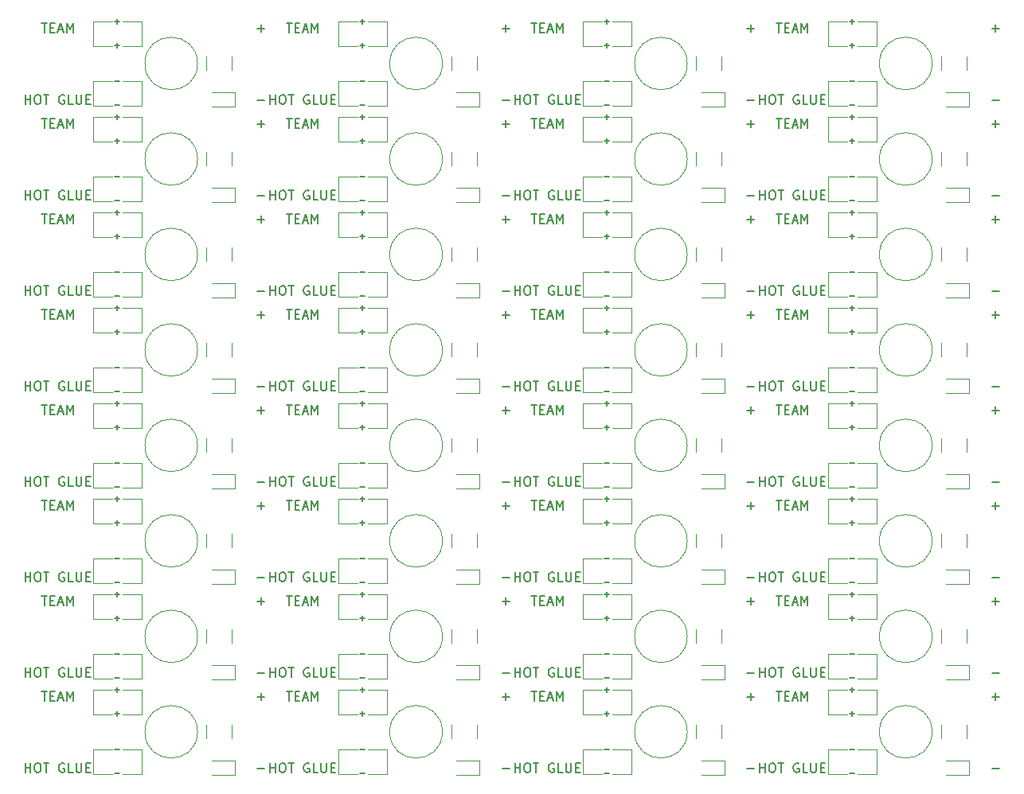
<source format=gbr>
%TF.GenerationSoftware,KiCad,Pcbnew,8.0.8*%
%TF.CreationDate,2025-02-21T18:04:56+11:00*%
%TF.ProjectId,panel,70616e65-6c2e-46b6-9963-61645f706362,rev?*%
%TF.SameCoordinates,Original*%
%TF.FileFunction,Legend,Top*%
%TF.FilePolarity,Positive*%
%FSLAX46Y46*%
G04 Gerber Fmt 4.6, Leading zero omitted, Abs format (unit mm)*
G04 Created by KiCad (PCBNEW 8.0.8) date 2025-02-21 18:04:56*
%MOMM*%
%LPD*%
G01*
G04 APERTURE LIST*
%ADD10C,0.160000*%
%ADD11C,0.120000*%
%ADD12C,0.150000*%
G04 APERTURE END LIST*
D10*
X199554048Y-89302846D02*
X200315953Y-89302846D01*
X199935000Y-89683799D02*
X199935000Y-88921894D01*
X122808358Y-97353799D02*
X122808358Y-96353799D01*
X122808358Y-96829989D02*
X123379786Y-96829989D01*
X123379786Y-97353799D02*
X123379786Y-96353799D01*
X124046453Y-96353799D02*
X124236929Y-96353799D01*
X124236929Y-96353799D02*
X124332167Y-96401418D01*
X124332167Y-96401418D02*
X124427405Y-96496656D01*
X124427405Y-96496656D02*
X124475024Y-96687132D01*
X124475024Y-96687132D02*
X124475024Y-97020465D01*
X124475024Y-97020465D02*
X124427405Y-97210941D01*
X124427405Y-97210941D02*
X124332167Y-97306180D01*
X124332167Y-97306180D02*
X124236929Y-97353799D01*
X124236929Y-97353799D02*
X124046453Y-97353799D01*
X124046453Y-97353799D02*
X123951215Y-97306180D01*
X123951215Y-97306180D02*
X123855977Y-97210941D01*
X123855977Y-97210941D02*
X123808358Y-97020465D01*
X123808358Y-97020465D02*
X123808358Y-96687132D01*
X123808358Y-96687132D02*
X123855977Y-96496656D01*
X123855977Y-96496656D02*
X123951215Y-96401418D01*
X123951215Y-96401418D02*
X124046453Y-96353799D01*
X124760739Y-96353799D02*
X125332167Y-96353799D01*
X125046453Y-97353799D02*
X125046453Y-96353799D01*
X126951215Y-96401418D02*
X126855977Y-96353799D01*
X126855977Y-96353799D02*
X126713120Y-96353799D01*
X126713120Y-96353799D02*
X126570263Y-96401418D01*
X126570263Y-96401418D02*
X126475025Y-96496656D01*
X126475025Y-96496656D02*
X126427406Y-96591894D01*
X126427406Y-96591894D02*
X126379787Y-96782370D01*
X126379787Y-96782370D02*
X126379787Y-96925227D01*
X126379787Y-96925227D02*
X126427406Y-97115703D01*
X126427406Y-97115703D02*
X126475025Y-97210941D01*
X126475025Y-97210941D02*
X126570263Y-97306180D01*
X126570263Y-97306180D02*
X126713120Y-97353799D01*
X126713120Y-97353799D02*
X126808358Y-97353799D01*
X126808358Y-97353799D02*
X126951215Y-97306180D01*
X126951215Y-97306180D02*
X126998834Y-97258560D01*
X126998834Y-97258560D02*
X126998834Y-96925227D01*
X126998834Y-96925227D02*
X126808358Y-96925227D01*
X127903596Y-97353799D02*
X127427406Y-97353799D01*
X127427406Y-97353799D02*
X127427406Y-96353799D01*
X128236930Y-96353799D02*
X128236930Y-97163322D01*
X128236930Y-97163322D02*
X128284549Y-97258560D01*
X128284549Y-97258560D02*
X128332168Y-97306180D01*
X128332168Y-97306180D02*
X128427406Y-97353799D01*
X128427406Y-97353799D02*
X128617882Y-97353799D01*
X128617882Y-97353799D02*
X128713120Y-97306180D01*
X128713120Y-97306180D02*
X128760739Y-97258560D01*
X128760739Y-97258560D02*
X128808358Y-97163322D01*
X128808358Y-97163322D02*
X128808358Y-96353799D01*
X129284549Y-96829989D02*
X129617882Y-96829989D01*
X129760739Y-97353799D02*
X129284549Y-97353799D01*
X129284549Y-97353799D02*
X129284549Y-96353799D01*
X129284549Y-96353799D02*
X129760739Y-96353799D01*
X173519048Y-99462846D02*
X174280953Y-99462846D01*
X173900000Y-99843799D02*
X173900000Y-99081894D01*
X199554048Y-46122846D02*
X200315953Y-46122846D01*
X121449048Y-89302846D02*
X122210953Y-89302846D01*
X121830000Y-89683799D02*
X121830000Y-88921894D01*
X122808358Y-36393799D02*
X122808358Y-35393799D01*
X122808358Y-35869989D02*
X123379786Y-35869989D01*
X123379786Y-36393799D02*
X123379786Y-35393799D01*
X124046453Y-35393799D02*
X124236929Y-35393799D01*
X124236929Y-35393799D02*
X124332167Y-35441418D01*
X124332167Y-35441418D02*
X124427405Y-35536656D01*
X124427405Y-35536656D02*
X124475024Y-35727132D01*
X124475024Y-35727132D02*
X124475024Y-36060465D01*
X124475024Y-36060465D02*
X124427405Y-36250941D01*
X124427405Y-36250941D02*
X124332167Y-36346180D01*
X124332167Y-36346180D02*
X124236929Y-36393799D01*
X124236929Y-36393799D02*
X124046453Y-36393799D01*
X124046453Y-36393799D02*
X123951215Y-36346180D01*
X123951215Y-36346180D02*
X123855977Y-36250941D01*
X123855977Y-36250941D02*
X123808358Y-36060465D01*
X123808358Y-36060465D02*
X123808358Y-35727132D01*
X123808358Y-35727132D02*
X123855977Y-35536656D01*
X123855977Y-35536656D02*
X123951215Y-35441418D01*
X123951215Y-35441418D02*
X124046453Y-35393799D01*
X124760739Y-35393799D02*
X125332167Y-35393799D01*
X125046453Y-36393799D02*
X125046453Y-35393799D01*
X126951215Y-35441418D02*
X126855977Y-35393799D01*
X126855977Y-35393799D02*
X126713120Y-35393799D01*
X126713120Y-35393799D02*
X126570263Y-35441418D01*
X126570263Y-35441418D02*
X126475025Y-35536656D01*
X126475025Y-35536656D02*
X126427406Y-35631894D01*
X126427406Y-35631894D02*
X126379787Y-35822370D01*
X126379787Y-35822370D02*
X126379787Y-35965227D01*
X126379787Y-35965227D02*
X126427406Y-36155703D01*
X126427406Y-36155703D02*
X126475025Y-36250941D01*
X126475025Y-36250941D02*
X126570263Y-36346180D01*
X126570263Y-36346180D02*
X126713120Y-36393799D01*
X126713120Y-36393799D02*
X126808358Y-36393799D01*
X126808358Y-36393799D02*
X126951215Y-36346180D01*
X126951215Y-36346180D02*
X126998834Y-36298560D01*
X126998834Y-36298560D02*
X126998834Y-35965227D01*
X126998834Y-35965227D02*
X126808358Y-35965227D01*
X127903596Y-36393799D02*
X127427406Y-36393799D01*
X127427406Y-36393799D02*
X127427406Y-35393799D01*
X128236930Y-35393799D02*
X128236930Y-36203322D01*
X128236930Y-36203322D02*
X128284549Y-36298560D01*
X128284549Y-36298560D02*
X128332168Y-36346180D01*
X128332168Y-36346180D02*
X128427406Y-36393799D01*
X128427406Y-36393799D02*
X128617882Y-36393799D01*
X128617882Y-36393799D02*
X128713120Y-36346180D01*
X128713120Y-36346180D02*
X128760739Y-36298560D01*
X128760739Y-36298560D02*
X128808358Y-36203322D01*
X128808358Y-36203322D02*
X128808358Y-35393799D01*
X129284549Y-35869989D02*
X129617882Y-35869989D01*
X129760739Y-36393799D02*
X129284549Y-36393799D01*
X129284549Y-36393799D02*
X129284549Y-35393799D01*
X129284549Y-35393799D02*
X129760739Y-35393799D01*
X98535501Y-37933799D02*
X99106929Y-37933799D01*
X98821215Y-38933799D02*
X98821215Y-37933799D01*
X99440263Y-38409989D02*
X99773596Y-38409989D01*
X99916453Y-38933799D02*
X99440263Y-38933799D01*
X99440263Y-38933799D02*
X99440263Y-37933799D01*
X99440263Y-37933799D02*
X99916453Y-37933799D01*
X100297406Y-38648084D02*
X100773596Y-38648084D01*
X100202168Y-38933799D02*
X100535501Y-37933799D01*
X100535501Y-37933799D02*
X100868834Y-38933799D01*
X101202168Y-38933799D02*
X101202168Y-37933799D01*
X101202168Y-37933799D02*
X101535501Y-38648084D01*
X101535501Y-38648084D02*
X101868834Y-37933799D01*
X101868834Y-37933799D02*
X101868834Y-38933799D01*
X122808358Y-46553799D02*
X122808358Y-45553799D01*
X122808358Y-46029989D02*
X123379786Y-46029989D01*
X123379786Y-46553799D02*
X123379786Y-45553799D01*
X124046453Y-45553799D02*
X124236929Y-45553799D01*
X124236929Y-45553799D02*
X124332167Y-45601418D01*
X124332167Y-45601418D02*
X124427405Y-45696656D01*
X124427405Y-45696656D02*
X124475024Y-45887132D01*
X124475024Y-45887132D02*
X124475024Y-46220465D01*
X124475024Y-46220465D02*
X124427405Y-46410941D01*
X124427405Y-46410941D02*
X124332167Y-46506180D01*
X124332167Y-46506180D02*
X124236929Y-46553799D01*
X124236929Y-46553799D02*
X124046453Y-46553799D01*
X124046453Y-46553799D02*
X123951215Y-46506180D01*
X123951215Y-46506180D02*
X123855977Y-46410941D01*
X123855977Y-46410941D02*
X123808358Y-46220465D01*
X123808358Y-46220465D02*
X123808358Y-45887132D01*
X123808358Y-45887132D02*
X123855977Y-45696656D01*
X123855977Y-45696656D02*
X123951215Y-45601418D01*
X123951215Y-45601418D02*
X124046453Y-45553799D01*
X124760739Y-45553799D02*
X125332167Y-45553799D01*
X125046453Y-46553799D02*
X125046453Y-45553799D01*
X126951215Y-45601418D02*
X126855977Y-45553799D01*
X126855977Y-45553799D02*
X126713120Y-45553799D01*
X126713120Y-45553799D02*
X126570263Y-45601418D01*
X126570263Y-45601418D02*
X126475025Y-45696656D01*
X126475025Y-45696656D02*
X126427406Y-45791894D01*
X126427406Y-45791894D02*
X126379787Y-45982370D01*
X126379787Y-45982370D02*
X126379787Y-46125227D01*
X126379787Y-46125227D02*
X126427406Y-46315703D01*
X126427406Y-46315703D02*
X126475025Y-46410941D01*
X126475025Y-46410941D02*
X126570263Y-46506180D01*
X126570263Y-46506180D02*
X126713120Y-46553799D01*
X126713120Y-46553799D02*
X126808358Y-46553799D01*
X126808358Y-46553799D02*
X126951215Y-46506180D01*
X126951215Y-46506180D02*
X126998834Y-46458560D01*
X126998834Y-46458560D02*
X126998834Y-46125227D01*
X126998834Y-46125227D02*
X126808358Y-46125227D01*
X127903596Y-46553799D02*
X127427406Y-46553799D01*
X127427406Y-46553799D02*
X127427406Y-45553799D01*
X128236930Y-45553799D02*
X128236930Y-46363322D01*
X128236930Y-46363322D02*
X128284549Y-46458560D01*
X128284549Y-46458560D02*
X128332168Y-46506180D01*
X128332168Y-46506180D02*
X128427406Y-46553799D01*
X128427406Y-46553799D02*
X128617882Y-46553799D01*
X128617882Y-46553799D02*
X128713120Y-46506180D01*
X128713120Y-46506180D02*
X128760739Y-46458560D01*
X128760739Y-46458560D02*
X128808358Y-46363322D01*
X128808358Y-46363322D02*
X128808358Y-45553799D01*
X129284549Y-46029989D02*
X129617882Y-46029989D01*
X129760739Y-46553799D02*
X129284549Y-46553799D01*
X129284549Y-46553799D02*
X129284549Y-45553799D01*
X129284549Y-45553799D02*
X129760739Y-45553799D01*
X199554048Y-58822846D02*
X200315953Y-58822846D01*
X199935000Y-59203799D02*
X199935000Y-58441894D01*
X96773358Y-66873799D02*
X96773358Y-65873799D01*
X96773358Y-66349989D02*
X97344786Y-66349989D01*
X97344786Y-66873799D02*
X97344786Y-65873799D01*
X98011453Y-65873799D02*
X98201929Y-65873799D01*
X98201929Y-65873799D02*
X98297167Y-65921418D01*
X98297167Y-65921418D02*
X98392405Y-66016656D01*
X98392405Y-66016656D02*
X98440024Y-66207132D01*
X98440024Y-66207132D02*
X98440024Y-66540465D01*
X98440024Y-66540465D02*
X98392405Y-66730941D01*
X98392405Y-66730941D02*
X98297167Y-66826180D01*
X98297167Y-66826180D02*
X98201929Y-66873799D01*
X98201929Y-66873799D02*
X98011453Y-66873799D01*
X98011453Y-66873799D02*
X97916215Y-66826180D01*
X97916215Y-66826180D02*
X97820977Y-66730941D01*
X97820977Y-66730941D02*
X97773358Y-66540465D01*
X97773358Y-66540465D02*
X97773358Y-66207132D01*
X97773358Y-66207132D02*
X97820977Y-66016656D01*
X97820977Y-66016656D02*
X97916215Y-65921418D01*
X97916215Y-65921418D02*
X98011453Y-65873799D01*
X98725739Y-65873799D02*
X99297167Y-65873799D01*
X99011453Y-66873799D02*
X99011453Y-65873799D01*
X100916215Y-65921418D02*
X100820977Y-65873799D01*
X100820977Y-65873799D02*
X100678120Y-65873799D01*
X100678120Y-65873799D02*
X100535263Y-65921418D01*
X100535263Y-65921418D02*
X100440025Y-66016656D01*
X100440025Y-66016656D02*
X100392406Y-66111894D01*
X100392406Y-66111894D02*
X100344787Y-66302370D01*
X100344787Y-66302370D02*
X100344787Y-66445227D01*
X100344787Y-66445227D02*
X100392406Y-66635703D01*
X100392406Y-66635703D02*
X100440025Y-66730941D01*
X100440025Y-66730941D02*
X100535263Y-66826180D01*
X100535263Y-66826180D02*
X100678120Y-66873799D01*
X100678120Y-66873799D02*
X100773358Y-66873799D01*
X100773358Y-66873799D02*
X100916215Y-66826180D01*
X100916215Y-66826180D02*
X100963834Y-66778560D01*
X100963834Y-66778560D02*
X100963834Y-66445227D01*
X100963834Y-66445227D02*
X100773358Y-66445227D01*
X101868596Y-66873799D02*
X101392406Y-66873799D01*
X101392406Y-66873799D02*
X101392406Y-65873799D01*
X102201930Y-65873799D02*
X102201930Y-66683322D01*
X102201930Y-66683322D02*
X102249549Y-66778560D01*
X102249549Y-66778560D02*
X102297168Y-66826180D01*
X102297168Y-66826180D02*
X102392406Y-66873799D01*
X102392406Y-66873799D02*
X102582882Y-66873799D01*
X102582882Y-66873799D02*
X102678120Y-66826180D01*
X102678120Y-66826180D02*
X102725739Y-66778560D01*
X102725739Y-66778560D02*
X102773358Y-66683322D01*
X102773358Y-66683322D02*
X102773358Y-65873799D01*
X103249549Y-66349989D02*
X103582882Y-66349989D01*
X103725739Y-66873799D02*
X103249549Y-66873799D01*
X103249549Y-66873799D02*
X103249549Y-65873799D01*
X103249549Y-65873799D02*
X103725739Y-65873799D01*
X173519048Y-79142846D02*
X174280953Y-79142846D01*
X173900000Y-79523799D02*
X173900000Y-78761894D01*
X176640501Y-78573799D02*
X177211929Y-78573799D01*
X176926215Y-79573799D02*
X176926215Y-78573799D01*
X177545263Y-79049989D02*
X177878596Y-79049989D01*
X178021453Y-79573799D02*
X177545263Y-79573799D01*
X177545263Y-79573799D02*
X177545263Y-78573799D01*
X177545263Y-78573799D02*
X178021453Y-78573799D01*
X178402406Y-79288084D02*
X178878596Y-79288084D01*
X178307168Y-79573799D02*
X178640501Y-78573799D01*
X178640501Y-78573799D02*
X178973834Y-79573799D01*
X179307168Y-79573799D02*
X179307168Y-78573799D01*
X179307168Y-78573799D02*
X179640501Y-79288084D01*
X179640501Y-79288084D02*
X179973834Y-78573799D01*
X179973834Y-78573799D02*
X179973834Y-79573799D01*
X98535501Y-78573799D02*
X99106929Y-78573799D01*
X98821215Y-79573799D02*
X98821215Y-78573799D01*
X99440263Y-79049989D02*
X99773596Y-79049989D01*
X99916453Y-79573799D02*
X99440263Y-79573799D01*
X99440263Y-79573799D02*
X99440263Y-78573799D01*
X99440263Y-78573799D02*
X99916453Y-78573799D01*
X100297406Y-79288084D02*
X100773596Y-79288084D01*
X100202168Y-79573799D02*
X100535501Y-78573799D01*
X100535501Y-78573799D02*
X100868834Y-79573799D01*
X101202168Y-79573799D02*
X101202168Y-78573799D01*
X101202168Y-78573799D02*
X101535501Y-79288084D01*
X101535501Y-79288084D02*
X101868834Y-78573799D01*
X101868834Y-78573799D02*
X101868834Y-79573799D01*
X96773358Y-87193799D02*
X96773358Y-86193799D01*
X96773358Y-86669989D02*
X97344786Y-86669989D01*
X97344786Y-87193799D02*
X97344786Y-86193799D01*
X98011453Y-86193799D02*
X98201929Y-86193799D01*
X98201929Y-86193799D02*
X98297167Y-86241418D01*
X98297167Y-86241418D02*
X98392405Y-86336656D01*
X98392405Y-86336656D02*
X98440024Y-86527132D01*
X98440024Y-86527132D02*
X98440024Y-86860465D01*
X98440024Y-86860465D02*
X98392405Y-87050941D01*
X98392405Y-87050941D02*
X98297167Y-87146180D01*
X98297167Y-87146180D02*
X98201929Y-87193799D01*
X98201929Y-87193799D02*
X98011453Y-87193799D01*
X98011453Y-87193799D02*
X97916215Y-87146180D01*
X97916215Y-87146180D02*
X97820977Y-87050941D01*
X97820977Y-87050941D02*
X97773358Y-86860465D01*
X97773358Y-86860465D02*
X97773358Y-86527132D01*
X97773358Y-86527132D02*
X97820977Y-86336656D01*
X97820977Y-86336656D02*
X97916215Y-86241418D01*
X97916215Y-86241418D02*
X98011453Y-86193799D01*
X98725739Y-86193799D02*
X99297167Y-86193799D01*
X99011453Y-87193799D02*
X99011453Y-86193799D01*
X100916215Y-86241418D02*
X100820977Y-86193799D01*
X100820977Y-86193799D02*
X100678120Y-86193799D01*
X100678120Y-86193799D02*
X100535263Y-86241418D01*
X100535263Y-86241418D02*
X100440025Y-86336656D01*
X100440025Y-86336656D02*
X100392406Y-86431894D01*
X100392406Y-86431894D02*
X100344787Y-86622370D01*
X100344787Y-86622370D02*
X100344787Y-86765227D01*
X100344787Y-86765227D02*
X100392406Y-86955703D01*
X100392406Y-86955703D02*
X100440025Y-87050941D01*
X100440025Y-87050941D02*
X100535263Y-87146180D01*
X100535263Y-87146180D02*
X100678120Y-87193799D01*
X100678120Y-87193799D02*
X100773358Y-87193799D01*
X100773358Y-87193799D02*
X100916215Y-87146180D01*
X100916215Y-87146180D02*
X100963834Y-87098560D01*
X100963834Y-87098560D02*
X100963834Y-86765227D01*
X100963834Y-86765227D02*
X100773358Y-86765227D01*
X101868596Y-87193799D02*
X101392406Y-87193799D01*
X101392406Y-87193799D02*
X101392406Y-86193799D01*
X102201930Y-86193799D02*
X102201930Y-87003322D01*
X102201930Y-87003322D02*
X102249549Y-87098560D01*
X102249549Y-87098560D02*
X102297168Y-87146180D01*
X102297168Y-87146180D02*
X102392406Y-87193799D01*
X102392406Y-87193799D02*
X102582882Y-87193799D01*
X102582882Y-87193799D02*
X102678120Y-87146180D01*
X102678120Y-87146180D02*
X102725739Y-87098560D01*
X102725739Y-87098560D02*
X102773358Y-87003322D01*
X102773358Y-87003322D02*
X102773358Y-86193799D01*
X103249549Y-86669989D02*
X103582882Y-86669989D01*
X103725739Y-87193799D02*
X103249549Y-87193799D01*
X103249549Y-87193799D02*
X103249549Y-86193799D01*
X103249549Y-86193799D02*
X103725739Y-86193799D01*
X124570501Y-37933799D02*
X125141929Y-37933799D01*
X124856215Y-38933799D02*
X124856215Y-37933799D01*
X125475263Y-38409989D02*
X125808596Y-38409989D01*
X125951453Y-38933799D02*
X125475263Y-38933799D01*
X125475263Y-38933799D02*
X125475263Y-37933799D01*
X125475263Y-37933799D02*
X125951453Y-37933799D01*
X126332406Y-38648084D02*
X126808596Y-38648084D01*
X126237168Y-38933799D02*
X126570501Y-37933799D01*
X126570501Y-37933799D02*
X126903834Y-38933799D01*
X127237168Y-38933799D02*
X127237168Y-37933799D01*
X127237168Y-37933799D02*
X127570501Y-38648084D01*
X127570501Y-38648084D02*
X127903834Y-37933799D01*
X127903834Y-37933799D02*
X127903834Y-38933799D01*
X98535501Y-98893799D02*
X99106929Y-98893799D01*
X98821215Y-99893799D02*
X98821215Y-98893799D01*
X99440263Y-99369989D02*
X99773596Y-99369989D01*
X99916453Y-99893799D02*
X99440263Y-99893799D01*
X99440263Y-99893799D02*
X99440263Y-98893799D01*
X99440263Y-98893799D02*
X99916453Y-98893799D01*
X100297406Y-99608084D02*
X100773596Y-99608084D01*
X100202168Y-99893799D02*
X100535501Y-98893799D01*
X100535501Y-98893799D02*
X100868834Y-99893799D01*
X101202168Y-99893799D02*
X101202168Y-98893799D01*
X101202168Y-98893799D02*
X101535501Y-99608084D01*
X101535501Y-99608084D02*
X101868834Y-98893799D01*
X101868834Y-98893799D02*
X101868834Y-99893799D01*
X148843358Y-56713799D02*
X148843358Y-55713799D01*
X148843358Y-56189989D02*
X149414786Y-56189989D01*
X149414786Y-56713799D02*
X149414786Y-55713799D01*
X150081453Y-55713799D02*
X150271929Y-55713799D01*
X150271929Y-55713799D02*
X150367167Y-55761418D01*
X150367167Y-55761418D02*
X150462405Y-55856656D01*
X150462405Y-55856656D02*
X150510024Y-56047132D01*
X150510024Y-56047132D02*
X150510024Y-56380465D01*
X150510024Y-56380465D02*
X150462405Y-56570941D01*
X150462405Y-56570941D02*
X150367167Y-56666180D01*
X150367167Y-56666180D02*
X150271929Y-56713799D01*
X150271929Y-56713799D02*
X150081453Y-56713799D01*
X150081453Y-56713799D02*
X149986215Y-56666180D01*
X149986215Y-56666180D02*
X149890977Y-56570941D01*
X149890977Y-56570941D02*
X149843358Y-56380465D01*
X149843358Y-56380465D02*
X149843358Y-56047132D01*
X149843358Y-56047132D02*
X149890977Y-55856656D01*
X149890977Y-55856656D02*
X149986215Y-55761418D01*
X149986215Y-55761418D02*
X150081453Y-55713799D01*
X150795739Y-55713799D02*
X151367167Y-55713799D01*
X151081453Y-56713799D02*
X151081453Y-55713799D01*
X152986215Y-55761418D02*
X152890977Y-55713799D01*
X152890977Y-55713799D02*
X152748120Y-55713799D01*
X152748120Y-55713799D02*
X152605263Y-55761418D01*
X152605263Y-55761418D02*
X152510025Y-55856656D01*
X152510025Y-55856656D02*
X152462406Y-55951894D01*
X152462406Y-55951894D02*
X152414787Y-56142370D01*
X152414787Y-56142370D02*
X152414787Y-56285227D01*
X152414787Y-56285227D02*
X152462406Y-56475703D01*
X152462406Y-56475703D02*
X152510025Y-56570941D01*
X152510025Y-56570941D02*
X152605263Y-56666180D01*
X152605263Y-56666180D02*
X152748120Y-56713799D01*
X152748120Y-56713799D02*
X152843358Y-56713799D01*
X152843358Y-56713799D02*
X152986215Y-56666180D01*
X152986215Y-56666180D02*
X153033834Y-56618560D01*
X153033834Y-56618560D02*
X153033834Y-56285227D01*
X153033834Y-56285227D02*
X152843358Y-56285227D01*
X153938596Y-56713799D02*
X153462406Y-56713799D01*
X153462406Y-56713799D02*
X153462406Y-55713799D01*
X154271930Y-55713799D02*
X154271930Y-56523322D01*
X154271930Y-56523322D02*
X154319549Y-56618560D01*
X154319549Y-56618560D02*
X154367168Y-56666180D01*
X154367168Y-56666180D02*
X154462406Y-56713799D01*
X154462406Y-56713799D02*
X154652882Y-56713799D01*
X154652882Y-56713799D02*
X154748120Y-56666180D01*
X154748120Y-56666180D02*
X154795739Y-56618560D01*
X154795739Y-56618560D02*
X154843358Y-56523322D01*
X154843358Y-56523322D02*
X154843358Y-55713799D01*
X155319549Y-56189989D02*
X155652882Y-56189989D01*
X155795739Y-56713799D02*
X155319549Y-56713799D01*
X155319549Y-56713799D02*
X155319549Y-55713799D01*
X155319549Y-55713799D02*
X155795739Y-55713799D01*
X150605501Y-88733799D02*
X151176929Y-88733799D01*
X150891215Y-89733799D02*
X150891215Y-88733799D01*
X151510263Y-89209989D02*
X151843596Y-89209989D01*
X151986453Y-89733799D02*
X151510263Y-89733799D01*
X151510263Y-89733799D02*
X151510263Y-88733799D01*
X151510263Y-88733799D02*
X151986453Y-88733799D01*
X152367406Y-89448084D02*
X152843596Y-89448084D01*
X152272168Y-89733799D02*
X152605501Y-88733799D01*
X152605501Y-88733799D02*
X152938834Y-89733799D01*
X153272168Y-89733799D02*
X153272168Y-88733799D01*
X153272168Y-88733799D02*
X153605501Y-89448084D01*
X153605501Y-89448084D02*
X153938834Y-88733799D01*
X153938834Y-88733799D02*
X153938834Y-89733799D01*
X121449048Y-38502846D02*
X122210953Y-38502846D01*
X121830000Y-38883799D02*
X121830000Y-38121894D01*
X124570501Y-88733799D02*
X125141929Y-88733799D01*
X124856215Y-89733799D02*
X124856215Y-88733799D01*
X125475263Y-89209989D02*
X125808596Y-89209989D01*
X125951453Y-89733799D02*
X125475263Y-89733799D01*
X125475263Y-89733799D02*
X125475263Y-88733799D01*
X125475263Y-88733799D02*
X125951453Y-88733799D01*
X126332406Y-89448084D02*
X126808596Y-89448084D01*
X126237168Y-89733799D02*
X126570501Y-88733799D01*
X126570501Y-88733799D02*
X126903834Y-89733799D01*
X127237168Y-89733799D02*
X127237168Y-88733799D01*
X127237168Y-88733799D02*
X127570501Y-89448084D01*
X127570501Y-89448084D02*
X127903834Y-88733799D01*
X127903834Y-88733799D02*
X127903834Y-89733799D01*
X176640501Y-98893799D02*
X177211929Y-98893799D01*
X176926215Y-99893799D02*
X176926215Y-98893799D01*
X177545263Y-99369989D02*
X177878596Y-99369989D01*
X178021453Y-99893799D02*
X177545263Y-99893799D01*
X177545263Y-99893799D02*
X177545263Y-98893799D01*
X177545263Y-98893799D02*
X178021453Y-98893799D01*
X178402406Y-99608084D02*
X178878596Y-99608084D01*
X178307168Y-99893799D02*
X178640501Y-98893799D01*
X178640501Y-98893799D02*
X178973834Y-99893799D01*
X179307168Y-99893799D02*
X179307168Y-98893799D01*
X179307168Y-98893799D02*
X179640501Y-99608084D01*
X179640501Y-99608084D02*
X179973834Y-98893799D01*
X179973834Y-98893799D02*
X179973834Y-99893799D01*
X122808358Y-66873799D02*
X122808358Y-65873799D01*
X122808358Y-66349989D02*
X123379786Y-66349989D01*
X123379786Y-66873799D02*
X123379786Y-65873799D01*
X124046453Y-65873799D02*
X124236929Y-65873799D01*
X124236929Y-65873799D02*
X124332167Y-65921418D01*
X124332167Y-65921418D02*
X124427405Y-66016656D01*
X124427405Y-66016656D02*
X124475024Y-66207132D01*
X124475024Y-66207132D02*
X124475024Y-66540465D01*
X124475024Y-66540465D02*
X124427405Y-66730941D01*
X124427405Y-66730941D02*
X124332167Y-66826180D01*
X124332167Y-66826180D02*
X124236929Y-66873799D01*
X124236929Y-66873799D02*
X124046453Y-66873799D01*
X124046453Y-66873799D02*
X123951215Y-66826180D01*
X123951215Y-66826180D02*
X123855977Y-66730941D01*
X123855977Y-66730941D02*
X123808358Y-66540465D01*
X123808358Y-66540465D02*
X123808358Y-66207132D01*
X123808358Y-66207132D02*
X123855977Y-66016656D01*
X123855977Y-66016656D02*
X123951215Y-65921418D01*
X123951215Y-65921418D02*
X124046453Y-65873799D01*
X124760739Y-65873799D02*
X125332167Y-65873799D01*
X125046453Y-66873799D02*
X125046453Y-65873799D01*
X126951215Y-65921418D02*
X126855977Y-65873799D01*
X126855977Y-65873799D02*
X126713120Y-65873799D01*
X126713120Y-65873799D02*
X126570263Y-65921418D01*
X126570263Y-65921418D02*
X126475025Y-66016656D01*
X126475025Y-66016656D02*
X126427406Y-66111894D01*
X126427406Y-66111894D02*
X126379787Y-66302370D01*
X126379787Y-66302370D02*
X126379787Y-66445227D01*
X126379787Y-66445227D02*
X126427406Y-66635703D01*
X126427406Y-66635703D02*
X126475025Y-66730941D01*
X126475025Y-66730941D02*
X126570263Y-66826180D01*
X126570263Y-66826180D02*
X126713120Y-66873799D01*
X126713120Y-66873799D02*
X126808358Y-66873799D01*
X126808358Y-66873799D02*
X126951215Y-66826180D01*
X126951215Y-66826180D02*
X126998834Y-66778560D01*
X126998834Y-66778560D02*
X126998834Y-66445227D01*
X126998834Y-66445227D02*
X126808358Y-66445227D01*
X127903596Y-66873799D02*
X127427406Y-66873799D01*
X127427406Y-66873799D02*
X127427406Y-65873799D01*
X128236930Y-65873799D02*
X128236930Y-66683322D01*
X128236930Y-66683322D02*
X128284549Y-66778560D01*
X128284549Y-66778560D02*
X128332168Y-66826180D01*
X128332168Y-66826180D02*
X128427406Y-66873799D01*
X128427406Y-66873799D02*
X128617882Y-66873799D01*
X128617882Y-66873799D02*
X128713120Y-66826180D01*
X128713120Y-66826180D02*
X128760739Y-66778560D01*
X128760739Y-66778560D02*
X128808358Y-66683322D01*
X128808358Y-66683322D02*
X128808358Y-65873799D01*
X129284549Y-66349989D02*
X129617882Y-66349989D01*
X129760739Y-66873799D02*
X129284549Y-66873799D01*
X129284549Y-66873799D02*
X129284549Y-65873799D01*
X129284549Y-65873799D02*
X129760739Y-65873799D01*
X121449048Y-35962846D02*
X122210953Y-35962846D01*
X174878358Y-56713799D02*
X174878358Y-55713799D01*
X174878358Y-56189989D02*
X175449786Y-56189989D01*
X175449786Y-56713799D02*
X175449786Y-55713799D01*
X176116453Y-55713799D02*
X176306929Y-55713799D01*
X176306929Y-55713799D02*
X176402167Y-55761418D01*
X176402167Y-55761418D02*
X176497405Y-55856656D01*
X176497405Y-55856656D02*
X176545024Y-56047132D01*
X176545024Y-56047132D02*
X176545024Y-56380465D01*
X176545024Y-56380465D02*
X176497405Y-56570941D01*
X176497405Y-56570941D02*
X176402167Y-56666180D01*
X176402167Y-56666180D02*
X176306929Y-56713799D01*
X176306929Y-56713799D02*
X176116453Y-56713799D01*
X176116453Y-56713799D02*
X176021215Y-56666180D01*
X176021215Y-56666180D02*
X175925977Y-56570941D01*
X175925977Y-56570941D02*
X175878358Y-56380465D01*
X175878358Y-56380465D02*
X175878358Y-56047132D01*
X175878358Y-56047132D02*
X175925977Y-55856656D01*
X175925977Y-55856656D02*
X176021215Y-55761418D01*
X176021215Y-55761418D02*
X176116453Y-55713799D01*
X176830739Y-55713799D02*
X177402167Y-55713799D01*
X177116453Y-56713799D02*
X177116453Y-55713799D01*
X179021215Y-55761418D02*
X178925977Y-55713799D01*
X178925977Y-55713799D02*
X178783120Y-55713799D01*
X178783120Y-55713799D02*
X178640263Y-55761418D01*
X178640263Y-55761418D02*
X178545025Y-55856656D01*
X178545025Y-55856656D02*
X178497406Y-55951894D01*
X178497406Y-55951894D02*
X178449787Y-56142370D01*
X178449787Y-56142370D02*
X178449787Y-56285227D01*
X178449787Y-56285227D02*
X178497406Y-56475703D01*
X178497406Y-56475703D02*
X178545025Y-56570941D01*
X178545025Y-56570941D02*
X178640263Y-56666180D01*
X178640263Y-56666180D02*
X178783120Y-56713799D01*
X178783120Y-56713799D02*
X178878358Y-56713799D01*
X178878358Y-56713799D02*
X179021215Y-56666180D01*
X179021215Y-56666180D02*
X179068834Y-56618560D01*
X179068834Y-56618560D02*
X179068834Y-56285227D01*
X179068834Y-56285227D02*
X178878358Y-56285227D01*
X179973596Y-56713799D02*
X179497406Y-56713799D01*
X179497406Y-56713799D02*
X179497406Y-55713799D01*
X180306930Y-55713799D02*
X180306930Y-56523322D01*
X180306930Y-56523322D02*
X180354549Y-56618560D01*
X180354549Y-56618560D02*
X180402168Y-56666180D01*
X180402168Y-56666180D02*
X180497406Y-56713799D01*
X180497406Y-56713799D02*
X180687882Y-56713799D01*
X180687882Y-56713799D02*
X180783120Y-56666180D01*
X180783120Y-56666180D02*
X180830739Y-56618560D01*
X180830739Y-56618560D02*
X180878358Y-56523322D01*
X180878358Y-56523322D02*
X180878358Y-55713799D01*
X181354549Y-56189989D02*
X181687882Y-56189989D01*
X181830739Y-56713799D02*
X181354549Y-56713799D01*
X181354549Y-56713799D02*
X181354549Y-55713799D01*
X181354549Y-55713799D02*
X181830739Y-55713799D01*
X150605501Y-78573799D02*
X151176929Y-78573799D01*
X150891215Y-79573799D02*
X150891215Y-78573799D01*
X151510263Y-79049989D02*
X151843596Y-79049989D01*
X151986453Y-79573799D02*
X151510263Y-79573799D01*
X151510263Y-79573799D02*
X151510263Y-78573799D01*
X151510263Y-78573799D02*
X151986453Y-78573799D01*
X152367406Y-79288084D02*
X152843596Y-79288084D01*
X152272168Y-79573799D02*
X152605501Y-78573799D01*
X152605501Y-78573799D02*
X152938834Y-79573799D01*
X153272168Y-79573799D02*
X153272168Y-78573799D01*
X153272168Y-78573799D02*
X153605501Y-79288084D01*
X153605501Y-79288084D02*
X153938834Y-78573799D01*
X153938834Y-78573799D02*
X153938834Y-79573799D01*
X147484048Y-76602846D02*
X148245953Y-76602846D01*
X173519048Y-68982846D02*
X174280953Y-68982846D01*
X173900000Y-69363799D02*
X173900000Y-68601894D01*
X150605501Y-68413799D02*
X151176929Y-68413799D01*
X150891215Y-69413799D02*
X150891215Y-68413799D01*
X151510263Y-68889989D02*
X151843596Y-68889989D01*
X151986453Y-69413799D02*
X151510263Y-69413799D01*
X151510263Y-69413799D02*
X151510263Y-68413799D01*
X151510263Y-68413799D02*
X151986453Y-68413799D01*
X152367406Y-69128084D02*
X152843596Y-69128084D01*
X152272168Y-69413799D02*
X152605501Y-68413799D01*
X152605501Y-68413799D02*
X152938834Y-69413799D01*
X153272168Y-69413799D02*
X153272168Y-68413799D01*
X153272168Y-68413799D02*
X153605501Y-69128084D01*
X153605501Y-69128084D02*
X153938834Y-68413799D01*
X153938834Y-68413799D02*
X153938834Y-69413799D01*
X98535501Y-58253799D02*
X99106929Y-58253799D01*
X98821215Y-59253799D02*
X98821215Y-58253799D01*
X99440263Y-58729989D02*
X99773596Y-58729989D01*
X99916453Y-59253799D02*
X99440263Y-59253799D01*
X99440263Y-59253799D02*
X99440263Y-58253799D01*
X99440263Y-58253799D02*
X99916453Y-58253799D01*
X100297406Y-58968084D02*
X100773596Y-58968084D01*
X100202168Y-59253799D02*
X100535501Y-58253799D01*
X100535501Y-58253799D02*
X100868834Y-59253799D01*
X101202168Y-59253799D02*
X101202168Y-58253799D01*
X101202168Y-58253799D02*
X101535501Y-58968084D01*
X101535501Y-58968084D02*
X101868834Y-58253799D01*
X101868834Y-58253799D02*
X101868834Y-59253799D01*
X174878358Y-36393799D02*
X174878358Y-35393799D01*
X174878358Y-35869989D02*
X175449786Y-35869989D01*
X175449786Y-36393799D02*
X175449786Y-35393799D01*
X176116453Y-35393799D02*
X176306929Y-35393799D01*
X176306929Y-35393799D02*
X176402167Y-35441418D01*
X176402167Y-35441418D02*
X176497405Y-35536656D01*
X176497405Y-35536656D02*
X176545024Y-35727132D01*
X176545024Y-35727132D02*
X176545024Y-36060465D01*
X176545024Y-36060465D02*
X176497405Y-36250941D01*
X176497405Y-36250941D02*
X176402167Y-36346180D01*
X176402167Y-36346180D02*
X176306929Y-36393799D01*
X176306929Y-36393799D02*
X176116453Y-36393799D01*
X176116453Y-36393799D02*
X176021215Y-36346180D01*
X176021215Y-36346180D02*
X175925977Y-36250941D01*
X175925977Y-36250941D02*
X175878358Y-36060465D01*
X175878358Y-36060465D02*
X175878358Y-35727132D01*
X175878358Y-35727132D02*
X175925977Y-35536656D01*
X175925977Y-35536656D02*
X176021215Y-35441418D01*
X176021215Y-35441418D02*
X176116453Y-35393799D01*
X176830739Y-35393799D02*
X177402167Y-35393799D01*
X177116453Y-36393799D02*
X177116453Y-35393799D01*
X179021215Y-35441418D02*
X178925977Y-35393799D01*
X178925977Y-35393799D02*
X178783120Y-35393799D01*
X178783120Y-35393799D02*
X178640263Y-35441418D01*
X178640263Y-35441418D02*
X178545025Y-35536656D01*
X178545025Y-35536656D02*
X178497406Y-35631894D01*
X178497406Y-35631894D02*
X178449787Y-35822370D01*
X178449787Y-35822370D02*
X178449787Y-35965227D01*
X178449787Y-35965227D02*
X178497406Y-36155703D01*
X178497406Y-36155703D02*
X178545025Y-36250941D01*
X178545025Y-36250941D02*
X178640263Y-36346180D01*
X178640263Y-36346180D02*
X178783120Y-36393799D01*
X178783120Y-36393799D02*
X178878358Y-36393799D01*
X178878358Y-36393799D02*
X179021215Y-36346180D01*
X179021215Y-36346180D02*
X179068834Y-36298560D01*
X179068834Y-36298560D02*
X179068834Y-35965227D01*
X179068834Y-35965227D02*
X178878358Y-35965227D01*
X179973596Y-36393799D02*
X179497406Y-36393799D01*
X179497406Y-36393799D02*
X179497406Y-35393799D01*
X180306930Y-35393799D02*
X180306930Y-36203322D01*
X180306930Y-36203322D02*
X180354549Y-36298560D01*
X180354549Y-36298560D02*
X180402168Y-36346180D01*
X180402168Y-36346180D02*
X180497406Y-36393799D01*
X180497406Y-36393799D02*
X180687882Y-36393799D01*
X180687882Y-36393799D02*
X180783120Y-36346180D01*
X180783120Y-36346180D02*
X180830739Y-36298560D01*
X180830739Y-36298560D02*
X180878358Y-36203322D01*
X180878358Y-36203322D02*
X180878358Y-35393799D01*
X181354549Y-35869989D02*
X181687882Y-35869989D01*
X181830739Y-36393799D02*
X181354549Y-36393799D01*
X181354549Y-36393799D02*
X181354549Y-35393799D01*
X181354549Y-35393799D02*
X181830739Y-35393799D01*
X174878358Y-46553799D02*
X174878358Y-45553799D01*
X174878358Y-46029989D02*
X175449786Y-46029989D01*
X175449786Y-46553799D02*
X175449786Y-45553799D01*
X176116453Y-45553799D02*
X176306929Y-45553799D01*
X176306929Y-45553799D02*
X176402167Y-45601418D01*
X176402167Y-45601418D02*
X176497405Y-45696656D01*
X176497405Y-45696656D02*
X176545024Y-45887132D01*
X176545024Y-45887132D02*
X176545024Y-46220465D01*
X176545024Y-46220465D02*
X176497405Y-46410941D01*
X176497405Y-46410941D02*
X176402167Y-46506180D01*
X176402167Y-46506180D02*
X176306929Y-46553799D01*
X176306929Y-46553799D02*
X176116453Y-46553799D01*
X176116453Y-46553799D02*
X176021215Y-46506180D01*
X176021215Y-46506180D02*
X175925977Y-46410941D01*
X175925977Y-46410941D02*
X175878358Y-46220465D01*
X175878358Y-46220465D02*
X175878358Y-45887132D01*
X175878358Y-45887132D02*
X175925977Y-45696656D01*
X175925977Y-45696656D02*
X176021215Y-45601418D01*
X176021215Y-45601418D02*
X176116453Y-45553799D01*
X176830739Y-45553799D02*
X177402167Y-45553799D01*
X177116453Y-46553799D02*
X177116453Y-45553799D01*
X179021215Y-45601418D02*
X178925977Y-45553799D01*
X178925977Y-45553799D02*
X178783120Y-45553799D01*
X178783120Y-45553799D02*
X178640263Y-45601418D01*
X178640263Y-45601418D02*
X178545025Y-45696656D01*
X178545025Y-45696656D02*
X178497406Y-45791894D01*
X178497406Y-45791894D02*
X178449787Y-45982370D01*
X178449787Y-45982370D02*
X178449787Y-46125227D01*
X178449787Y-46125227D02*
X178497406Y-46315703D01*
X178497406Y-46315703D02*
X178545025Y-46410941D01*
X178545025Y-46410941D02*
X178640263Y-46506180D01*
X178640263Y-46506180D02*
X178783120Y-46553799D01*
X178783120Y-46553799D02*
X178878358Y-46553799D01*
X178878358Y-46553799D02*
X179021215Y-46506180D01*
X179021215Y-46506180D02*
X179068834Y-46458560D01*
X179068834Y-46458560D02*
X179068834Y-46125227D01*
X179068834Y-46125227D02*
X178878358Y-46125227D01*
X179973596Y-46553799D02*
X179497406Y-46553799D01*
X179497406Y-46553799D02*
X179497406Y-45553799D01*
X180306930Y-45553799D02*
X180306930Y-46363322D01*
X180306930Y-46363322D02*
X180354549Y-46458560D01*
X180354549Y-46458560D02*
X180402168Y-46506180D01*
X180402168Y-46506180D02*
X180497406Y-46553799D01*
X180497406Y-46553799D02*
X180687882Y-46553799D01*
X180687882Y-46553799D02*
X180783120Y-46506180D01*
X180783120Y-46506180D02*
X180830739Y-46458560D01*
X180830739Y-46458560D02*
X180878358Y-46363322D01*
X180878358Y-46363322D02*
X180878358Y-45553799D01*
X181354549Y-46029989D02*
X181687882Y-46029989D01*
X181830739Y-46553799D02*
X181354549Y-46553799D01*
X181354549Y-46553799D02*
X181354549Y-45553799D01*
X181354549Y-45553799D02*
X181830739Y-45553799D01*
X121449048Y-86762846D02*
X122210953Y-86762846D01*
X121449048Y-68982846D02*
X122210953Y-68982846D01*
X121830000Y-69363799D02*
X121830000Y-68601894D01*
X124570501Y-68413799D02*
X125141929Y-68413799D01*
X124856215Y-69413799D02*
X124856215Y-68413799D01*
X125475263Y-68889989D02*
X125808596Y-68889989D01*
X125951453Y-69413799D02*
X125475263Y-69413799D01*
X125475263Y-69413799D02*
X125475263Y-68413799D01*
X125475263Y-68413799D02*
X125951453Y-68413799D01*
X126332406Y-69128084D02*
X126808596Y-69128084D01*
X126237168Y-69413799D02*
X126570501Y-68413799D01*
X126570501Y-68413799D02*
X126903834Y-69413799D01*
X127237168Y-69413799D02*
X127237168Y-68413799D01*
X127237168Y-68413799D02*
X127570501Y-69128084D01*
X127570501Y-69128084D02*
X127903834Y-68413799D01*
X127903834Y-68413799D02*
X127903834Y-69413799D01*
X148843358Y-77033799D02*
X148843358Y-76033799D01*
X148843358Y-76509989D02*
X149414786Y-76509989D01*
X149414786Y-77033799D02*
X149414786Y-76033799D01*
X150081453Y-76033799D02*
X150271929Y-76033799D01*
X150271929Y-76033799D02*
X150367167Y-76081418D01*
X150367167Y-76081418D02*
X150462405Y-76176656D01*
X150462405Y-76176656D02*
X150510024Y-76367132D01*
X150510024Y-76367132D02*
X150510024Y-76700465D01*
X150510024Y-76700465D02*
X150462405Y-76890941D01*
X150462405Y-76890941D02*
X150367167Y-76986180D01*
X150367167Y-76986180D02*
X150271929Y-77033799D01*
X150271929Y-77033799D02*
X150081453Y-77033799D01*
X150081453Y-77033799D02*
X149986215Y-76986180D01*
X149986215Y-76986180D02*
X149890977Y-76890941D01*
X149890977Y-76890941D02*
X149843358Y-76700465D01*
X149843358Y-76700465D02*
X149843358Y-76367132D01*
X149843358Y-76367132D02*
X149890977Y-76176656D01*
X149890977Y-76176656D02*
X149986215Y-76081418D01*
X149986215Y-76081418D02*
X150081453Y-76033799D01*
X150795739Y-76033799D02*
X151367167Y-76033799D01*
X151081453Y-77033799D02*
X151081453Y-76033799D01*
X152986215Y-76081418D02*
X152890977Y-76033799D01*
X152890977Y-76033799D02*
X152748120Y-76033799D01*
X152748120Y-76033799D02*
X152605263Y-76081418D01*
X152605263Y-76081418D02*
X152510025Y-76176656D01*
X152510025Y-76176656D02*
X152462406Y-76271894D01*
X152462406Y-76271894D02*
X152414787Y-76462370D01*
X152414787Y-76462370D02*
X152414787Y-76605227D01*
X152414787Y-76605227D02*
X152462406Y-76795703D01*
X152462406Y-76795703D02*
X152510025Y-76890941D01*
X152510025Y-76890941D02*
X152605263Y-76986180D01*
X152605263Y-76986180D02*
X152748120Y-77033799D01*
X152748120Y-77033799D02*
X152843358Y-77033799D01*
X152843358Y-77033799D02*
X152986215Y-76986180D01*
X152986215Y-76986180D02*
X153033834Y-76938560D01*
X153033834Y-76938560D02*
X153033834Y-76605227D01*
X153033834Y-76605227D02*
X152843358Y-76605227D01*
X153938596Y-77033799D02*
X153462406Y-77033799D01*
X153462406Y-77033799D02*
X153462406Y-76033799D01*
X154271930Y-76033799D02*
X154271930Y-76843322D01*
X154271930Y-76843322D02*
X154319549Y-76938560D01*
X154319549Y-76938560D02*
X154367168Y-76986180D01*
X154367168Y-76986180D02*
X154462406Y-77033799D01*
X154462406Y-77033799D02*
X154652882Y-77033799D01*
X154652882Y-77033799D02*
X154748120Y-76986180D01*
X154748120Y-76986180D02*
X154795739Y-76938560D01*
X154795739Y-76938560D02*
X154843358Y-76843322D01*
X154843358Y-76843322D02*
X154843358Y-76033799D01*
X155319549Y-76509989D02*
X155652882Y-76509989D01*
X155795739Y-77033799D02*
X155319549Y-77033799D01*
X155319549Y-77033799D02*
X155319549Y-76033799D01*
X155319549Y-76033799D02*
X155795739Y-76033799D01*
X96773358Y-56713799D02*
X96773358Y-55713799D01*
X96773358Y-56189989D02*
X97344786Y-56189989D01*
X97344786Y-56713799D02*
X97344786Y-55713799D01*
X98011453Y-55713799D02*
X98201929Y-55713799D01*
X98201929Y-55713799D02*
X98297167Y-55761418D01*
X98297167Y-55761418D02*
X98392405Y-55856656D01*
X98392405Y-55856656D02*
X98440024Y-56047132D01*
X98440024Y-56047132D02*
X98440024Y-56380465D01*
X98440024Y-56380465D02*
X98392405Y-56570941D01*
X98392405Y-56570941D02*
X98297167Y-56666180D01*
X98297167Y-56666180D02*
X98201929Y-56713799D01*
X98201929Y-56713799D02*
X98011453Y-56713799D01*
X98011453Y-56713799D02*
X97916215Y-56666180D01*
X97916215Y-56666180D02*
X97820977Y-56570941D01*
X97820977Y-56570941D02*
X97773358Y-56380465D01*
X97773358Y-56380465D02*
X97773358Y-56047132D01*
X97773358Y-56047132D02*
X97820977Y-55856656D01*
X97820977Y-55856656D02*
X97916215Y-55761418D01*
X97916215Y-55761418D02*
X98011453Y-55713799D01*
X98725739Y-55713799D02*
X99297167Y-55713799D01*
X99011453Y-56713799D02*
X99011453Y-55713799D01*
X100916215Y-55761418D02*
X100820977Y-55713799D01*
X100820977Y-55713799D02*
X100678120Y-55713799D01*
X100678120Y-55713799D02*
X100535263Y-55761418D01*
X100535263Y-55761418D02*
X100440025Y-55856656D01*
X100440025Y-55856656D02*
X100392406Y-55951894D01*
X100392406Y-55951894D02*
X100344787Y-56142370D01*
X100344787Y-56142370D02*
X100344787Y-56285227D01*
X100344787Y-56285227D02*
X100392406Y-56475703D01*
X100392406Y-56475703D02*
X100440025Y-56570941D01*
X100440025Y-56570941D02*
X100535263Y-56666180D01*
X100535263Y-56666180D02*
X100678120Y-56713799D01*
X100678120Y-56713799D02*
X100773358Y-56713799D01*
X100773358Y-56713799D02*
X100916215Y-56666180D01*
X100916215Y-56666180D02*
X100963834Y-56618560D01*
X100963834Y-56618560D02*
X100963834Y-56285227D01*
X100963834Y-56285227D02*
X100773358Y-56285227D01*
X101868596Y-56713799D02*
X101392406Y-56713799D01*
X101392406Y-56713799D02*
X101392406Y-55713799D01*
X102201930Y-55713799D02*
X102201930Y-56523322D01*
X102201930Y-56523322D02*
X102249549Y-56618560D01*
X102249549Y-56618560D02*
X102297168Y-56666180D01*
X102297168Y-56666180D02*
X102392406Y-56713799D01*
X102392406Y-56713799D02*
X102582882Y-56713799D01*
X102582882Y-56713799D02*
X102678120Y-56666180D01*
X102678120Y-56666180D02*
X102725739Y-56618560D01*
X102725739Y-56618560D02*
X102773358Y-56523322D01*
X102773358Y-56523322D02*
X102773358Y-55713799D01*
X103249549Y-56189989D02*
X103582882Y-56189989D01*
X103725739Y-56713799D02*
X103249549Y-56713799D01*
X103249549Y-56713799D02*
X103249549Y-55713799D01*
X103249549Y-55713799D02*
X103725739Y-55713799D01*
X173519048Y-58822846D02*
X174280953Y-58822846D01*
X173900000Y-59203799D02*
X173900000Y-58441894D01*
X199554048Y-68982846D02*
X200315953Y-68982846D01*
X199935000Y-69363799D02*
X199935000Y-68601894D01*
X199554048Y-76602846D02*
X200315953Y-76602846D01*
X121449048Y-79142846D02*
X122210953Y-79142846D01*
X121830000Y-79523799D02*
X121830000Y-78761894D01*
X173519048Y-96922846D02*
X174280953Y-96922846D01*
X124570501Y-48093799D02*
X125141929Y-48093799D01*
X124856215Y-49093799D02*
X124856215Y-48093799D01*
X125475263Y-48569989D02*
X125808596Y-48569989D01*
X125951453Y-49093799D02*
X125475263Y-49093799D01*
X125475263Y-49093799D02*
X125475263Y-48093799D01*
X125475263Y-48093799D02*
X125951453Y-48093799D01*
X126332406Y-48808084D02*
X126808596Y-48808084D01*
X126237168Y-49093799D02*
X126570501Y-48093799D01*
X126570501Y-48093799D02*
X126903834Y-49093799D01*
X127237168Y-49093799D02*
X127237168Y-48093799D01*
X127237168Y-48093799D02*
X127570501Y-48808084D01*
X127570501Y-48808084D02*
X127903834Y-48093799D01*
X127903834Y-48093799D02*
X127903834Y-49093799D01*
X98535501Y-88733799D02*
X99106929Y-88733799D01*
X98821215Y-89733799D02*
X98821215Y-88733799D01*
X99440263Y-89209989D02*
X99773596Y-89209989D01*
X99916453Y-89733799D02*
X99440263Y-89733799D01*
X99440263Y-89733799D02*
X99440263Y-88733799D01*
X99440263Y-88733799D02*
X99916453Y-88733799D01*
X100297406Y-89448084D02*
X100773596Y-89448084D01*
X100202168Y-89733799D02*
X100535501Y-88733799D01*
X100535501Y-88733799D02*
X100868834Y-89733799D01*
X101202168Y-89733799D02*
X101202168Y-88733799D01*
X101202168Y-88733799D02*
X101535501Y-89448084D01*
X101535501Y-89448084D02*
X101868834Y-88733799D01*
X101868834Y-88733799D02*
X101868834Y-89733799D01*
X176640501Y-27773799D02*
X177211929Y-27773799D01*
X176926215Y-28773799D02*
X176926215Y-27773799D01*
X177545263Y-28249989D02*
X177878596Y-28249989D01*
X178021453Y-28773799D02*
X177545263Y-28773799D01*
X177545263Y-28773799D02*
X177545263Y-27773799D01*
X177545263Y-27773799D02*
X178021453Y-27773799D01*
X178402406Y-28488084D02*
X178878596Y-28488084D01*
X178307168Y-28773799D02*
X178640501Y-27773799D01*
X178640501Y-27773799D02*
X178973834Y-28773799D01*
X179307168Y-28773799D02*
X179307168Y-27773799D01*
X179307168Y-27773799D02*
X179640501Y-28488084D01*
X179640501Y-28488084D02*
X179973834Y-27773799D01*
X179973834Y-27773799D02*
X179973834Y-28773799D01*
X121449048Y-28342846D02*
X122210953Y-28342846D01*
X121830000Y-28723799D02*
X121830000Y-27961894D01*
X148843358Y-36393799D02*
X148843358Y-35393799D01*
X148843358Y-35869989D02*
X149414786Y-35869989D01*
X149414786Y-36393799D02*
X149414786Y-35393799D01*
X150081453Y-35393799D02*
X150271929Y-35393799D01*
X150271929Y-35393799D02*
X150367167Y-35441418D01*
X150367167Y-35441418D02*
X150462405Y-35536656D01*
X150462405Y-35536656D02*
X150510024Y-35727132D01*
X150510024Y-35727132D02*
X150510024Y-36060465D01*
X150510024Y-36060465D02*
X150462405Y-36250941D01*
X150462405Y-36250941D02*
X150367167Y-36346180D01*
X150367167Y-36346180D02*
X150271929Y-36393799D01*
X150271929Y-36393799D02*
X150081453Y-36393799D01*
X150081453Y-36393799D02*
X149986215Y-36346180D01*
X149986215Y-36346180D02*
X149890977Y-36250941D01*
X149890977Y-36250941D02*
X149843358Y-36060465D01*
X149843358Y-36060465D02*
X149843358Y-35727132D01*
X149843358Y-35727132D02*
X149890977Y-35536656D01*
X149890977Y-35536656D02*
X149986215Y-35441418D01*
X149986215Y-35441418D02*
X150081453Y-35393799D01*
X150795739Y-35393799D02*
X151367167Y-35393799D01*
X151081453Y-36393799D02*
X151081453Y-35393799D01*
X152986215Y-35441418D02*
X152890977Y-35393799D01*
X152890977Y-35393799D02*
X152748120Y-35393799D01*
X152748120Y-35393799D02*
X152605263Y-35441418D01*
X152605263Y-35441418D02*
X152510025Y-35536656D01*
X152510025Y-35536656D02*
X152462406Y-35631894D01*
X152462406Y-35631894D02*
X152414787Y-35822370D01*
X152414787Y-35822370D02*
X152414787Y-35965227D01*
X152414787Y-35965227D02*
X152462406Y-36155703D01*
X152462406Y-36155703D02*
X152510025Y-36250941D01*
X152510025Y-36250941D02*
X152605263Y-36346180D01*
X152605263Y-36346180D02*
X152748120Y-36393799D01*
X152748120Y-36393799D02*
X152843358Y-36393799D01*
X152843358Y-36393799D02*
X152986215Y-36346180D01*
X152986215Y-36346180D02*
X153033834Y-36298560D01*
X153033834Y-36298560D02*
X153033834Y-35965227D01*
X153033834Y-35965227D02*
X152843358Y-35965227D01*
X153938596Y-36393799D02*
X153462406Y-36393799D01*
X153462406Y-36393799D02*
X153462406Y-35393799D01*
X154271930Y-35393799D02*
X154271930Y-36203322D01*
X154271930Y-36203322D02*
X154319549Y-36298560D01*
X154319549Y-36298560D02*
X154367168Y-36346180D01*
X154367168Y-36346180D02*
X154462406Y-36393799D01*
X154462406Y-36393799D02*
X154652882Y-36393799D01*
X154652882Y-36393799D02*
X154748120Y-36346180D01*
X154748120Y-36346180D02*
X154795739Y-36298560D01*
X154795739Y-36298560D02*
X154843358Y-36203322D01*
X154843358Y-36203322D02*
X154843358Y-35393799D01*
X155319549Y-35869989D02*
X155652882Y-35869989D01*
X155795739Y-36393799D02*
X155319549Y-36393799D01*
X155319549Y-36393799D02*
X155319549Y-35393799D01*
X155319549Y-35393799D02*
X155795739Y-35393799D01*
X174878358Y-107513799D02*
X174878358Y-106513799D01*
X174878358Y-106989989D02*
X175449786Y-106989989D01*
X175449786Y-107513799D02*
X175449786Y-106513799D01*
X176116453Y-106513799D02*
X176306929Y-106513799D01*
X176306929Y-106513799D02*
X176402167Y-106561418D01*
X176402167Y-106561418D02*
X176497405Y-106656656D01*
X176497405Y-106656656D02*
X176545024Y-106847132D01*
X176545024Y-106847132D02*
X176545024Y-107180465D01*
X176545024Y-107180465D02*
X176497405Y-107370941D01*
X176497405Y-107370941D02*
X176402167Y-107466180D01*
X176402167Y-107466180D02*
X176306929Y-107513799D01*
X176306929Y-107513799D02*
X176116453Y-107513799D01*
X176116453Y-107513799D02*
X176021215Y-107466180D01*
X176021215Y-107466180D02*
X175925977Y-107370941D01*
X175925977Y-107370941D02*
X175878358Y-107180465D01*
X175878358Y-107180465D02*
X175878358Y-106847132D01*
X175878358Y-106847132D02*
X175925977Y-106656656D01*
X175925977Y-106656656D02*
X176021215Y-106561418D01*
X176021215Y-106561418D02*
X176116453Y-106513799D01*
X176830739Y-106513799D02*
X177402167Y-106513799D01*
X177116453Y-107513799D02*
X177116453Y-106513799D01*
X179021215Y-106561418D02*
X178925977Y-106513799D01*
X178925977Y-106513799D02*
X178783120Y-106513799D01*
X178783120Y-106513799D02*
X178640263Y-106561418D01*
X178640263Y-106561418D02*
X178545025Y-106656656D01*
X178545025Y-106656656D02*
X178497406Y-106751894D01*
X178497406Y-106751894D02*
X178449787Y-106942370D01*
X178449787Y-106942370D02*
X178449787Y-107085227D01*
X178449787Y-107085227D02*
X178497406Y-107275703D01*
X178497406Y-107275703D02*
X178545025Y-107370941D01*
X178545025Y-107370941D02*
X178640263Y-107466180D01*
X178640263Y-107466180D02*
X178783120Y-107513799D01*
X178783120Y-107513799D02*
X178878358Y-107513799D01*
X178878358Y-107513799D02*
X179021215Y-107466180D01*
X179021215Y-107466180D02*
X179068834Y-107418560D01*
X179068834Y-107418560D02*
X179068834Y-107085227D01*
X179068834Y-107085227D02*
X178878358Y-107085227D01*
X179973596Y-107513799D02*
X179497406Y-107513799D01*
X179497406Y-107513799D02*
X179497406Y-106513799D01*
X180306930Y-106513799D02*
X180306930Y-107323322D01*
X180306930Y-107323322D02*
X180354549Y-107418560D01*
X180354549Y-107418560D02*
X180402168Y-107466180D01*
X180402168Y-107466180D02*
X180497406Y-107513799D01*
X180497406Y-107513799D02*
X180687882Y-107513799D01*
X180687882Y-107513799D02*
X180783120Y-107466180D01*
X180783120Y-107466180D02*
X180830739Y-107418560D01*
X180830739Y-107418560D02*
X180878358Y-107323322D01*
X180878358Y-107323322D02*
X180878358Y-106513799D01*
X181354549Y-106989989D02*
X181687882Y-106989989D01*
X181830739Y-107513799D02*
X181354549Y-107513799D01*
X181354549Y-107513799D02*
X181354549Y-106513799D01*
X181354549Y-106513799D02*
X181830739Y-106513799D01*
X148843358Y-46553799D02*
X148843358Y-45553799D01*
X148843358Y-46029989D02*
X149414786Y-46029989D01*
X149414786Y-46553799D02*
X149414786Y-45553799D01*
X150081453Y-45553799D02*
X150271929Y-45553799D01*
X150271929Y-45553799D02*
X150367167Y-45601418D01*
X150367167Y-45601418D02*
X150462405Y-45696656D01*
X150462405Y-45696656D02*
X150510024Y-45887132D01*
X150510024Y-45887132D02*
X150510024Y-46220465D01*
X150510024Y-46220465D02*
X150462405Y-46410941D01*
X150462405Y-46410941D02*
X150367167Y-46506180D01*
X150367167Y-46506180D02*
X150271929Y-46553799D01*
X150271929Y-46553799D02*
X150081453Y-46553799D01*
X150081453Y-46553799D02*
X149986215Y-46506180D01*
X149986215Y-46506180D02*
X149890977Y-46410941D01*
X149890977Y-46410941D02*
X149843358Y-46220465D01*
X149843358Y-46220465D02*
X149843358Y-45887132D01*
X149843358Y-45887132D02*
X149890977Y-45696656D01*
X149890977Y-45696656D02*
X149986215Y-45601418D01*
X149986215Y-45601418D02*
X150081453Y-45553799D01*
X150795739Y-45553799D02*
X151367167Y-45553799D01*
X151081453Y-46553799D02*
X151081453Y-45553799D01*
X152986215Y-45601418D02*
X152890977Y-45553799D01*
X152890977Y-45553799D02*
X152748120Y-45553799D01*
X152748120Y-45553799D02*
X152605263Y-45601418D01*
X152605263Y-45601418D02*
X152510025Y-45696656D01*
X152510025Y-45696656D02*
X152462406Y-45791894D01*
X152462406Y-45791894D02*
X152414787Y-45982370D01*
X152414787Y-45982370D02*
X152414787Y-46125227D01*
X152414787Y-46125227D02*
X152462406Y-46315703D01*
X152462406Y-46315703D02*
X152510025Y-46410941D01*
X152510025Y-46410941D02*
X152605263Y-46506180D01*
X152605263Y-46506180D02*
X152748120Y-46553799D01*
X152748120Y-46553799D02*
X152843358Y-46553799D01*
X152843358Y-46553799D02*
X152986215Y-46506180D01*
X152986215Y-46506180D02*
X153033834Y-46458560D01*
X153033834Y-46458560D02*
X153033834Y-46125227D01*
X153033834Y-46125227D02*
X152843358Y-46125227D01*
X153938596Y-46553799D02*
X153462406Y-46553799D01*
X153462406Y-46553799D02*
X153462406Y-45553799D01*
X154271930Y-45553799D02*
X154271930Y-46363322D01*
X154271930Y-46363322D02*
X154319549Y-46458560D01*
X154319549Y-46458560D02*
X154367168Y-46506180D01*
X154367168Y-46506180D02*
X154462406Y-46553799D01*
X154462406Y-46553799D02*
X154652882Y-46553799D01*
X154652882Y-46553799D02*
X154748120Y-46506180D01*
X154748120Y-46506180D02*
X154795739Y-46458560D01*
X154795739Y-46458560D02*
X154843358Y-46363322D01*
X154843358Y-46363322D02*
X154843358Y-45553799D01*
X155319549Y-46029989D02*
X155652882Y-46029989D01*
X155795739Y-46553799D02*
X155319549Y-46553799D01*
X155319549Y-46553799D02*
X155319549Y-45553799D01*
X155319549Y-45553799D02*
X155795739Y-45553799D01*
X147484048Y-38502846D02*
X148245953Y-38502846D01*
X147865000Y-38883799D02*
X147865000Y-38121894D01*
X148843358Y-87193799D02*
X148843358Y-86193799D01*
X148843358Y-86669989D02*
X149414786Y-86669989D01*
X149414786Y-87193799D02*
X149414786Y-86193799D01*
X150081453Y-86193799D02*
X150271929Y-86193799D01*
X150271929Y-86193799D02*
X150367167Y-86241418D01*
X150367167Y-86241418D02*
X150462405Y-86336656D01*
X150462405Y-86336656D02*
X150510024Y-86527132D01*
X150510024Y-86527132D02*
X150510024Y-86860465D01*
X150510024Y-86860465D02*
X150462405Y-87050941D01*
X150462405Y-87050941D02*
X150367167Y-87146180D01*
X150367167Y-87146180D02*
X150271929Y-87193799D01*
X150271929Y-87193799D02*
X150081453Y-87193799D01*
X150081453Y-87193799D02*
X149986215Y-87146180D01*
X149986215Y-87146180D02*
X149890977Y-87050941D01*
X149890977Y-87050941D02*
X149843358Y-86860465D01*
X149843358Y-86860465D02*
X149843358Y-86527132D01*
X149843358Y-86527132D02*
X149890977Y-86336656D01*
X149890977Y-86336656D02*
X149986215Y-86241418D01*
X149986215Y-86241418D02*
X150081453Y-86193799D01*
X150795739Y-86193799D02*
X151367167Y-86193799D01*
X151081453Y-87193799D02*
X151081453Y-86193799D01*
X152986215Y-86241418D02*
X152890977Y-86193799D01*
X152890977Y-86193799D02*
X152748120Y-86193799D01*
X152748120Y-86193799D02*
X152605263Y-86241418D01*
X152605263Y-86241418D02*
X152510025Y-86336656D01*
X152510025Y-86336656D02*
X152462406Y-86431894D01*
X152462406Y-86431894D02*
X152414787Y-86622370D01*
X152414787Y-86622370D02*
X152414787Y-86765227D01*
X152414787Y-86765227D02*
X152462406Y-86955703D01*
X152462406Y-86955703D02*
X152510025Y-87050941D01*
X152510025Y-87050941D02*
X152605263Y-87146180D01*
X152605263Y-87146180D02*
X152748120Y-87193799D01*
X152748120Y-87193799D02*
X152843358Y-87193799D01*
X152843358Y-87193799D02*
X152986215Y-87146180D01*
X152986215Y-87146180D02*
X153033834Y-87098560D01*
X153033834Y-87098560D02*
X153033834Y-86765227D01*
X153033834Y-86765227D02*
X152843358Y-86765227D01*
X153938596Y-87193799D02*
X153462406Y-87193799D01*
X153462406Y-87193799D02*
X153462406Y-86193799D01*
X154271930Y-86193799D02*
X154271930Y-87003322D01*
X154271930Y-87003322D02*
X154319549Y-87098560D01*
X154319549Y-87098560D02*
X154367168Y-87146180D01*
X154367168Y-87146180D02*
X154462406Y-87193799D01*
X154462406Y-87193799D02*
X154652882Y-87193799D01*
X154652882Y-87193799D02*
X154748120Y-87146180D01*
X154748120Y-87146180D02*
X154795739Y-87098560D01*
X154795739Y-87098560D02*
X154843358Y-87003322D01*
X154843358Y-87003322D02*
X154843358Y-86193799D01*
X155319549Y-86669989D02*
X155652882Y-86669989D01*
X155795739Y-87193799D02*
X155319549Y-87193799D01*
X155319549Y-87193799D02*
X155319549Y-86193799D01*
X155319549Y-86193799D02*
X155795739Y-86193799D01*
X96773358Y-107513799D02*
X96773358Y-106513799D01*
X96773358Y-106989989D02*
X97344786Y-106989989D01*
X97344786Y-107513799D02*
X97344786Y-106513799D01*
X98011453Y-106513799D02*
X98201929Y-106513799D01*
X98201929Y-106513799D02*
X98297167Y-106561418D01*
X98297167Y-106561418D02*
X98392405Y-106656656D01*
X98392405Y-106656656D02*
X98440024Y-106847132D01*
X98440024Y-106847132D02*
X98440024Y-107180465D01*
X98440024Y-107180465D02*
X98392405Y-107370941D01*
X98392405Y-107370941D02*
X98297167Y-107466180D01*
X98297167Y-107466180D02*
X98201929Y-107513799D01*
X98201929Y-107513799D02*
X98011453Y-107513799D01*
X98011453Y-107513799D02*
X97916215Y-107466180D01*
X97916215Y-107466180D02*
X97820977Y-107370941D01*
X97820977Y-107370941D02*
X97773358Y-107180465D01*
X97773358Y-107180465D02*
X97773358Y-106847132D01*
X97773358Y-106847132D02*
X97820977Y-106656656D01*
X97820977Y-106656656D02*
X97916215Y-106561418D01*
X97916215Y-106561418D02*
X98011453Y-106513799D01*
X98725739Y-106513799D02*
X99297167Y-106513799D01*
X99011453Y-107513799D02*
X99011453Y-106513799D01*
X100916215Y-106561418D02*
X100820977Y-106513799D01*
X100820977Y-106513799D02*
X100678120Y-106513799D01*
X100678120Y-106513799D02*
X100535263Y-106561418D01*
X100535263Y-106561418D02*
X100440025Y-106656656D01*
X100440025Y-106656656D02*
X100392406Y-106751894D01*
X100392406Y-106751894D02*
X100344787Y-106942370D01*
X100344787Y-106942370D02*
X100344787Y-107085227D01*
X100344787Y-107085227D02*
X100392406Y-107275703D01*
X100392406Y-107275703D02*
X100440025Y-107370941D01*
X100440025Y-107370941D02*
X100535263Y-107466180D01*
X100535263Y-107466180D02*
X100678120Y-107513799D01*
X100678120Y-107513799D02*
X100773358Y-107513799D01*
X100773358Y-107513799D02*
X100916215Y-107466180D01*
X100916215Y-107466180D02*
X100963834Y-107418560D01*
X100963834Y-107418560D02*
X100963834Y-107085227D01*
X100963834Y-107085227D02*
X100773358Y-107085227D01*
X101868596Y-107513799D02*
X101392406Y-107513799D01*
X101392406Y-107513799D02*
X101392406Y-106513799D01*
X102201930Y-106513799D02*
X102201930Y-107323322D01*
X102201930Y-107323322D02*
X102249549Y-107418560D01*
X102249549Y-107418560D02*
X102297168Y-107466180D01*
X102297168Y-107466180D02*
X102392406Y-107513799D01*
X102392406Y-107513799D02*
X102582882Y-107513799D01*
X102582882Y-107513799D02*
X102678120Y-107466180D01*
X102678120Y-107466180D02*
X102725739Y-107418560D01*
X102725739Y-107418560D02*
X102773358Y-107323322D01*
X102773358Y-107323322D02*
X102773358Y-106513799D01*
X103249549Y-106989989D02*
X103582882Y-106989989D01*
X103725739Y-107513799D02*
X103249549Y-107513799D01*
X103249549Y-107513799D02*
X103249549Y-106513799D01*
X103249549Y-106513799D02*
X103725739Y-106513799D01*
X121449048Y-46122846D02*
X122210953Y-46122846D01*
X199554048Y-66442846D02*
X200315953Y-66442846D01*
X173519048Y-48662846D02*
X174280953Y-48662846D01*
X173900000Y-49043799D02*
X173900000Y-48281894D01*
X121449048Y-76602846D02*
X122210953Y-76602846D01*
X199554048Y-56282846D02*
X200315953Y-56282846D01*
X199554048Y-48662846D02*
X200315953Y-48662846D01*
X199935000Y-49043799D02*
X199935000Y-48281894D01*
X147484048Y-86762846D02*
X148245953Y-86762846D01*
X176640501Y-58253799D02*
X177211929Y-58253799D01*
X176926215Y-59253799D02*
X176926215Y-58253799D01*
X177545263Y-58729989D02*
X177878596Y-58729989D01*
X178021453Y-59253799D02*
X177545263Y-59253799D01*
X177545263Y-59253799D02*
X177545263Y-58253799D01*
X177545263Y-58253799D02*
X178021453Y-58253799D01*
X178402406Y-58968084D02*
X178878596Y-58968084D01*
X178307168Y-59253799D02*
X178640501Y-58253799D01*
X178640501Y-58253799D02*
X178973834Y-59253799D01*
X179307168Y-59253799D02*
X179307168Y-58253799D01*
X179307168Y-58253799D02*
X179640501Y-58968084D01*
X179640501Y-58968084D02*
X179973834Y-58253799D01*
X179973834Y-58253799D02*
X179973834Y-59253799D01*
X150605501Y-48093799D02*
X151176929Y-48093799D01*
X150891215Y-49093799D02*
X150891215Y-48093799D01*
X151510263Y-48569989D02*
X151843596Y-48569989D01*
X151986453Y-49093799D02*
X151510263Y-49093799D01*
X151510263Y-49093799D02*
X151510263Y-48093799D01*
X151510263Y-48093799D02*
X151986453Y-48093799D01*
X152367406Y-48808084D02*
X152843596Y-48808084D01*
X152272168Y-49093799D02*
X152605501Y-48093799D01*
X152605501Y-48093799D02*
X152938834Y-49093799D01*
X153272168Y-49093799D02*
X153272168Y-48093799D01*
X153272168Y-48093799D02*
X153605501Y-48808084D01*
X153605501Y-48808084D02*
X153938834Y-48093799D01*
X153938834Y-48093799D02*
X153938834Y-49093799D01*
X96773358Y-97353799D02*
X96773358Y-96353799D01*
X96773358Y-96829989D02*
X97344786Y-96829989D01*
X97344786Y-97353799D02*
X97344786Y-96353799D01*
X98011453Y-96353799D02*
X98201929Y-96353799D01*
X98201929Y-96353799D02*
X98297167Y-96401418D01*
X98297167Y-96401418D02*
X98392405Y-96496656D01*
X98392405Y-96496656D02*
X98440024Y-96687132D01*
X98440024Y-96687132D02*
X98440024Y-97020465D01*
X98440024Y-97020465D02*
X98392405Y-97210941D01*
X98392405Y-97210941D02*
X98297167Y-97306180D01*
X98297167Y-97306180D02*
X98201929Y-97353799D01*
X98201929Y-97353799D02*
X98011453Y-97353799D01*
X98011453Y-97353799D02*
X97916215Y-97306180D01*
X97916215Y-97306180D02*
X97820977Y-97210941D01*
X97820977Y-97210941D02*
X97773358Y-97020465D01*
X97773358Y-97020465D02*
X97773358Y-96687132D01*
X97773358Y-96687132D02*
X97820977Y-96496656D01*
X97820977Y-96496656D02*
X97916215Y-96401418D01*
X97916215Y-96401418D02*
X98011453Y-96353799D01*
X98725739Y-96353799D02*
X99297167Y-96353799D01*
X99011453Y-97353799D02*
X99011453Y-96353799D01*
X100916215Y-96401418D02*
X100820977Y-96353799D01*
X100820977Y-96353799D02*
X100678120Y-96353799D01*
X100678120Y-96353799D02*
X100535263Y-96401418D01*
X100535263Y-96401418D02*
X100440025Y-96496656D01*
X100440025Y-96496656D02*
X100392406Y-96591894D01*
X100392406Y-96591894D02*
X100344787Y-96782370D01*
X100344787Y-96782370D02*
X100344787Y-96925227D01*
X100344787Y-96925227D02*
X100392406Y-97115703D01*
X100392406Y-97115703D02*
X100440025Y-97210941D01*
X100440025Y-97210941D02*
X100535263Y-97306180D01*
X100535263Y-97306180D02*
X100678120Y-97353799D01*
X100678120Y-97353799D02*
X100773358Y-97353799D01*
X100773358Y-97353799D02*
X100916215Y-97306180D01*
X100916215Y-97306180D02*
X100963834Y-97258560D01*
X100963834Y-97258560D02*
X100963834Y-96925227D01*
X100963834Y-96925227D02*
X100773358Y-96925227D01*
X101868596Y-97353799D02*
X101392406Y-97353799D01*
X101392406Y-97353799D02*
X101392406Y-96353799D01*
X102201930Y-96353799D02*
X102201930Y-97163322D01*
X102201930Y-97163322D02*
X102249549Y-97258560D01*
X102249549Y-97258560D02*
X102297168Y-97306180D01*
X102297168Y-97306180D02*
X102392406Y-97353799D01*
X102392406Y-97353799D02*
X102582882Y-97353799D01*
X102582882Y-97353799D02*
X102678120Y-97306180D01*
X102678120Y-97306180D02*
X102725739Y-97258560D01*
X102725739Y-97258560D02*
X102773358Y-97163322D01*
X102773358Y-97163322D02*
X102773358Y-96353799D01*
X103249549Y-96829989D02*
X103582882Y-96829989D01*
X103725739Y-97353799D02*
X103249549Y-97353799D01*
X103249549Y-97353799D02*
X103249549Y-96353799D01*
X103249549Y-96353799D02*
X103725739Y-96353799D01*
X121449048Y-58822846D02*
X122210953Y-58822846D01*
X121830000Y-59203799D02*
X121830000Y-58441894D01*
X199554048Y-107082846D02*
X200315953Y-107082846D01*
X173519048Y-46122846D02*
X174280953Y-46122846D01*
X98535501Y-48093799D02*
X99106929Y-48093799D01*
X98821215Y-49093799D02*
X98821215Y-48093799D01*
X99440263Y-48569989D02*
X99773596Y-48569989D01*
X99916453Y-49093799D02*
X99440263Y-49093799D01*
X99440263Y-49093799D02*
X99440263Y-48093799D01*
X99440263Y-48093799D02*
X99916453Y-48093799D01*
X100297406Y-48808084D02*
X100773596Y-48808084D01*
X100202168Y-49093799D02*
X100535501Y-48093799D01*
X100535501Y-48093799D02*
X100868834Y-49093799D01*
X101202168Y-49093799D02*
X101202168Y-48093799D01*
X101202168Y-48093799D02*
X101535501Y-48808084D01*
X101535501Y-48808084D02*
X101868834Y-48093799D01*
X101868834Y-48093799D02*
X101868834Y-49093799D01*
X121449048Y-99462846D02*
X122210953Y-99462846D01*
X121830000Y-99843799D02*
X121830000Y-99081894D01*
X122808358Y-77033799D02*
X122808358Y-76033799D01*
X122808358Y-76509989D02*
X123379786Y-76509989D01*
X123379786Y-77033799D02*
X123379786Y-76033799D01*
X124046453Y-76033799D02*
X124236929Y-76033799D01*
X124236929Y-76033799D02*
X124332167Y-76081418D01*
X124332167Y-76081418D02*
X124427405Y-76176656D01*
X124427405Y-76176656D02*
X124475024Y-76367132D01*
X124475024Y-76367132D02*
X124475024Y-76700465D01*
X124475024Y-76700465D02*
X124427405Y-76890941D01*
X124427405Y-76890941D02*
X124332167Y-76986180D01*
X124332167Y-76986180D02*
X124236929Y-77033799D01*
X124236929Y-77033799D02*
X124046453Y-77033799D01*
X124046453Y-77033799D02*
X123951215Y-76986180D01*
X123951215Y-76986180D02*
X123855977Y-76890941D01*
X123855977Y-76890941D02*
X123808358Y-76700465D01*
X123808358Y-76700465D02*
X123808358Y-76367132D01*
X123808358Y-76367132D02*
X123855977Y-76176656D01*
X123855977Y-76176656D02*
X123951215Y-76081418D01*
X123951215Y-76081418D02*
X124046453Y-76033799D01*
X124760739Y-76033799D02*
X125332167Y-76033799D01*
X125046453Y-77033799D02*
X125046453Y-76033799D01*
X126951215Y-76081418D02*
X126855977Y-76033799D01*
X126855977Y-76033799D02*
X126713120Y-76033799D01*
X126713120Y-76033799D02*
X126570263Y-76081418D01*
X126570263Y-76081418D02*
X126475025Y-76176656D01*
X126475025Y-76176656D02*
X126427406Y-76271894D01*
X126427406Y-76271894D02*
X126379787Y-76462370D01*
X126379787Y-76462370D02*
X126379787Y-76605227D01*
X126379787Y-76605227D02*
X126427406Y-76795703D01*
X126427406Y-76795703D02*
X126475025Y-76890941D01*
X126475025Y-76890941D02*
X126570263Y-76986180D01*
X126570263Y-76986180D02*
X126713120Y-77033799D01*
X126713120Y-77033799D02*
X126808358Y-77033799D01*
X126808358Y-77033799D02*
X126951215Y-76986180D01*
X126951215Y-76986180D02*
X126998834Y-76938560D01*
X126998834Y-76938560D02*
X126998834Y-76605227D01*
X126998834Y-76605227D02*
X126808358Y-76605227D01*
X127903596Y-77033799D02*
X127427406Y-77033799D01*
X127427406Y-77033799D02*
X127427406Y-76033799D01*
X128236930Y-76033799D02*
X128236930Y-76843322D01*
X128236930Y-76843322D02*
X128284549Y-76938560D01*
X128284549Y-76938560D02*
X128332168Y-76986180D01*
X128332168Y-76986180D02*
X128427406Y-77033799D01*
X128427406Y-77033799D02*
X128617882Y-77033799D01*
X128617882Y-77033799D02*
X128713120Y-76986180D01*
X128713120Y-76986180D02*
X128760739Y-76938560D01*
X128760739Y-76938560D02*
X128808358Y-76843322D01*
X128808358Y-76843322D02*
X128808358Y-76033799D01*
X129284549Y-76509989D02*
X129617882Y-76509989D01*
X129760739Y-77033799D02*
X129284549Y-77033799D01*
X129284549Y-77033799D02*
X129284549Y-76033799D01*
X129284549Y-76033799D02*
X129760739Y-76033799D01*
X96773358Y-36393799D02*
X96773358Y-35393799D01*
X96773358Y-35869989D02*
X97344786Y-35869989D01*
X97344786Y-36393799D02*
X97344786Y-35393799D01*
X98011453Y-35393799D02*
X98201929Y-35393799D01*
X98201929Y-35393799D02*
X98297167Y-35441418D01*
X98297167Y-35441418D02*
X98392405Y-35536656D01*
X98392405Y-35536656D02*
X98440024Y-35727132D01*
X98440024Y-35727132D02*
X98440024Y-36060465D01*
X98440024Y-36060465D02*
X98392405Y-36250941D01*
X98392405Y-36250941D02*
X98297167Y-36346180D01*
X98297167Y-36346180D02*
X98201929Y-36393799D01*
X98201929Y-36393799D02*
X98011453Y-36393799D01*
X98011453Y-36393799D02*
X97916215Y-36346180D01*
X97916215Y-36346180D02*
X97820977Y-36250941D01*
X97820977Y-36250941D02*
X97773358Y-36060465D01*
X97773358Y-36060465D02*
X97773358Y-35727132D01*
X97773358Y-35727132D02*
X97820977Y-35536656D01*
X97820977Y-35536656D02*
X97916215Y-35441418D01*
X97916215Y-35441418D02*
X98011453Y-35393799D01*
X98725739Y-35393799D02*
X99297167Y-35393799D01*
X99011453Y-36393799D02*
X99011453Y-35393799D01*
X100916215Y-35441418D02*
X100820977Y-35393799D01*
X100820977Y-35393799D02*
X100678120Y-35393799D01*
X100678120Y-35393799D02*
X100535263Y-35441418D01*
X100535263Y-35441418D02*
X100440025Y-35536656D01*
X100440025Y-35536656D02*
X100392406Y-35631894D01*
X100392406Y-35631894D02*
X100344787Y-35822370D01*
X100344787Y-35822370D02*
X100344787Y-35965227D01*
X100344787Y-35965227D02*
X100392406Y-36155703D01*
X100392406Y-36155703D02*
X100440025Y-36250941D01*
X100440025Y-36250941D02*
X100535263Y-36346180D01*
X100535263Y-36346180D02*
X100678120Y-36393799D01*
X100678120Y-36393799D02*
X100773358Y-36393799D01*
X100773358Y-36393799D02*
X100916215Y-36346180D01*
X100916215Y-36346180D02*
X100963834Y-36298560D01*
X100963834Y-36298560D02*
X100963834Y-35965227D01*
X100963834Y-35965227D02*
X100773358Y-35965227D01*
X101868596Y-36393799D02*
X101392406Y-36393799D01*
X101392406Y-36393799D02*
X101392406Y-35393799D01*
X102201930Y-35393799D02*
X102201930Y-36203322D01*
X102201930Y-36203322D02*
X102249549Y-36298560D01*
X102249549Y-36298560D02*
X102297168Y-36346180D01*
X102297168Y-36346180D02*
X102392406Y-36393799D01*
X102392406Y-36393799D02*
X102582882Y-36393799D01*
X102582882Y-36393799D02*
X102678120Y-36346180D01*
X102678120Y-36346180D02*
X102725739Y-36298560D01*
X102725739Y-36298560D02*
X102773358Y-36203322D01*
X102773358Y-36203322D02*
X102773358Y-35393799D01*
X103249549Y-35869989D02*
X103582882Y-35869989D01*
X103725739Y-36393799D02*
X103249549Y-36393799D01*
X103249549Y-36393799D02*
X103249549Y-35393799D01*
X103249549Y-35393799D02*
X103725739Y-35393799D01*
X122808358Y-56713799D02*
X122808358Y-55713799D01*
X122808358Y-56189989D02*
X123379786Y-56189989D01*
X123379786Y-56713799D02*
X123379786Y-55713799D01*
X124046453Y-55713799D02*
X124236929Y-55713799D01*
X124236929Y-55713799D02*
X124332167Y-55761418D01*
X124332167Y-55761418D02*
X124427405Y-55856656D01*
X124427405Y-55856656D02*
X124475024Y-56047132D01*
X124475024Y-56047132D02*
X124475024Y-56380465D01*
X124475024Y-56380465D02*
X124427405Y-56570941D01*
X124427405Y-56570941D02*
X124332167Y-56666180D01*
X124332167Y-56666180D02*
X124236929Y-56713799D01*
X124236929Y-56713799D02*
X124046453Y-56713799D01*
X124046453Y-56713799D02*
X123951215Y-56666180D01*
X123951215Y-56666180D02*
X123855977Y-56570941D01*
X123855977Y-56570941D02*
X123808358Y-56380465D01*
X123808358Y-56380465D02*
X123808358Y-56047132D01*
X123808358Y-56047132D02*
X123855977Y-55856656D01*
X123855977Y-55856656D02*
X123951215Y-55761418D01*
X123951215Y-55761418D02*
X124046453Y-55713799D01*
X124760739Y-55713799D02*
X125332167Y-55713799D01*
X125046453Y-56713799D02*
X125046453Y-55713799D01*
X126951215Y-55761418D02*
X126855977Y-55713799D01*
X126855977Y-55713799D02*
X126713120Y-55713799D01*
X126713120Y-55713799D02*
X126570263Y-55761418D01*
X126570263Y-55761418D02*
X126475025Y-55856656D01*
X126475025Y-55856656D02*
X126427406Y-55951894D01*
X126427406Y-55951894D02*
X126379787Y-56142370D01*
X126379787Y-56142370D02*
X126379787Y-56285227D01*
X126379787Y-56285227D02*
X126427406Y-56475703D01*
X126427406Y-56475703D02*
X126475025Y-56570941D01*
X126475025Y-56570941D02*
X126570263Y-56666180D01*
X126570263Y-56666180D02*
X126713120Y-56713799D01*
X126713120Y-56713799D02*
X126808358Y-56713799D01*
X126808358Y-56713799D02*
X126951215Y-56666180D01*
X126951215Y-56666180D02*
X126998834Y-56618560D01*
X126998834Y-56618560D02*
X126998834Y-56285227D01*
X126998834Y-56285227D02*
X126808358Y-56285227D01*
X127903596Y-56713799D02*
X127427406Y-56713799D01*
X127427406Y-56713799D02*
X127427406Y-55713799D01*
X128236930Y-55713799D02*
X128236930Y-56523322D01*
X128236930Y-56523322D02*
X128284549Y-56618560D01*
X128284549Y-56618560D02*
X128332168Y-56666180D01*
X128332168Y-56666180D02*
X128427406Y-56713799D01*
X128427406Y-56713799D02*
X128617882Y-56713799D01*
X128617882Y-56713799D02*
X128713120Y-56666180D01*
X128713120Y-56666180D02*
X128760739Y-56618560D01*
X128760739Y-56618560D02*
X128808358Y-56523322D01*
X128808358Y-56523322D02*
X128808358Y-55713799D01*
X129284549Y-56189989D02*
X129617882Y-56189989D01*
X129760739Y-56713799D02*
X129284549Y-56713799D01*
X129284549Y-56713799D02*
X129284549Y-55713799D01*
X129284549Y-55713799D02*
X129760739Y-55713799D01*
X121449048Y-107082846D02*
X122210953Y-107082846D01*
X122808358Y-87193799D02*
X122808358Y-86193799D01*
X122808358Y-86669989D02*
X123379786Y-86669989D01*
X123379786Y-87193799D02*
X123379786Y-86193799D01*
X124046453Y-86193799D02*
X124236929Y-86193799D01*
X124236929Y-86193799D02*
X124332167Y-86241418D01*
X124332167Y-86241418D02*
X124427405Y-86336656D01*
X124427405Y-86336656D02*
X124475024Y-86527132D01*
X124475024Y-86527132D02*
X124475024Y-86860465D01*
X124475024Y-86860465D02*
X124427405Y-87050941D01*
X124427405Y-87050941D02*
X124332167Y-87146180D01*
X124332167Y-87146180D02*
X124236929Y-87193799D01*
X124236929Y-87193799D02*
X124046453Y-87193799D01*
X124046453Y-87193799D02*
X123951215Y-87146180D01*
X123951215Y-87146180D02*
X123855977Y-87050941D01*
X123855977Y-87050941D02*
X123808358Y-86860465D01*
X123808358Y-86860465D02*
X123808358Y-86527132D01*
X123808358Y-86527132D02*
X123855977Y-86336656D01*
X123855977Y-86336656D02*
X123951215Y-86241418D01*
X123951215Y-86241418D02*
X124046453Y-86193799D01*
X124760739Y-86193799D02*
X125332167Y-86193799D01*
X125046453Y-87193799D02*
X125046453Y-86193799D01*
X126951215Y-86241418D02*
X126855977Y-86193799D01*
X126855977Y-86193799D02*
X126713120Y-86193799D01*
X126713120Y-86193799D02*
X126570263Y-86241418D01*
X126570263Y-86241418D02*
X126475025Y-86336656D01*
X126475025Y-86336656D02*
X126427406Y-86431894D01*
X126427406Y-86431894D02*
X126379787Y-86622370D01*
X126379787Y-86622370D02*
X126379787Y-86765227D01*
X126379787Y-86765227D02*
X126427406Y-86955703D01*
X126427406Y-86955703D02*
X126475025Y-87050941D01*
X126475025Y-87050941D02*
X126570263Y-87146180D01*
X126570263Y-87146180D02*
X126713120Y-87193799D01*
X126713120Y-87193799D02*
X126808358Y-87193799D01*
X126808358Y-87193799D02*
X126951215Y-87146180D01*
X126951215Y-87146180D02*
X126998834Y-87098560D01*
X126998834Y-87098560D02*
X126998834Y-86765227D01*
X126998834Y-86765227D02*
X126808358Y-86765227D01*
X127903596Y-87193799D02*
X127427406Y-87193799D01*
X127427406Y-87193799D02*
X127427406Y-86193799D01*
X128236930Y-86193799D02*
X128236930Y-87003322D01*
X128236930Y-87003322D02*
X128284549Y-87098560D01*
X128284549Y-87098560D02*
X128332168Y-87146180D01*
X128332168Y-87146180D02*
X128427406Y-87193799D01*
X128427406Y-87193799D02*
X128617882Y-87193799D01*
X128617882Y-87193799D02*
X128713120Y-87146180D01*
X128713120Y-87146180D02*
X128760739Y-87098560D01*
X128760739Y-87098560D02*
X128808358Y-87003322D01*
X128808358Y-87003322D02*
X128808358Y-86193799D01*
X129284549Y-86669989D02*
X129617882Y-86669989D01*
X129760739Y-87193799D02*
X129284549Y-87193799D01*
X129284549Y-87193799D02*
X129284549Y-86193799D01*
X129284549Y-86193799D02*
X129760739Y-86193799D01*
X173519048Y-86762846D02*
X174280953Y-86762846D01*
X122808358Y-107513799D02*
X122808358Y-106513799D01*
X122808358Y-106989989D02*
X123379786Y-106989989D01*
X123379786Y-107513799D02*
X123379786Y-106513799D01*
X124046453Y-106513799D02*
X124236929Y-106513799D01*
X124236929Y-106513799D02*
X124332167Y-106561418D01*
X124332167Y-106561418D02*
X124427405Y-106656656D01*
X124427405Y-106656656D02*
X124475024Y-106847132D01*
X124475024Y-106847132D02*
X124475024Y-107180465D01*
X124475024Y-107180465D02*
X124427405Y-107370941D01*
X124427405Y-107370941D02*
X124332167Y-107466180D01*
X124332167Y-107466180D02*
X124236929Y-107513799D01*
X124236929Y-107513799D02*
X124046453Y-107513799D01*
X124046453Y-107513799D02*
X123951215Y-107466180D01*
X123951215Y-107466180D02*
X123855977Y-107370941D01*
X123855977Y-107370941D02*
X123808358Y-107180465D01*
X123808358Y-107180465D02*
X123808358Y-106847132D01*
X123808358Y-106847132D02*
X123855977Y-106656656D01*
X123855977Y-106656656D02*
X123951215Y-106561418D01*
X123951215Y-106561418D02*
X124046453Y-106513799D01*
X124760739Y-106513799D02*
X125332167Y-106513799D01*
X125046453Y-107513799D02*
X125046453Y-106513799D01*
X126951215Y-106561418D02*
X126855977Y-106513799D01*
X126855977Y-106513799D02*
X126713120Y-106513799D01*
X126713120Y-106513799D02*
X126570263Y-106561418D01*
X126570263Y-106561418D02*
X126475025Y-106656656D01*
X126475025Y-106656656D02*
X126427406Y-106751894D01*
X126427406Y-106751894D02*
X126379787Y-106942370D01*
X126379787Y-106942370D02*
X126379787Y-107085227D01*
X126379787Y-107085227D02*
X126427406Y-107275703D01*
X126427406Y-107275703D02*
X126475025Y-107370941D01*
X126475025Y-107370941D02*
X126570263Y-107466180D01*
X126570263Y-107466180D02*
X126713120Y-107513799D01*
X126713120Y-107513799D02*
X126808358Y-107513799D01*
X126808358Y-107513799D02*
X126951215Y-107466180D01*
X126951215Y-107466180D02*
X126998834Y-107418560D01*
X126998834Y-107418560D02*
X126998834Y-107085227D01*
X126998834Y-107085227D02*
X126808358Y-107085227D01*
X127903596Y-107513799D02*
X127427406Y-107513799D01*
X127427406Y-107513799D02*
X127427406Y-106513799D01*
X128236930Y-106513799D02*
X128236930Y-107323322D01*
X128236930Y-107323322D02*
X128284549Y-107418560D01*
X128284549Y-107418560D02*
X128332168Y-107466180D01*
X128332168Y-107466180D02*
X128427406Y-107513799D01*
X128427406Y-107513799D02*
X128617882Y-107513799D01*
X128617882Y-107513799D02*
X128713120Y-107466180D01*
X128713120Y-107466180D02*
X128760739Y-107418560D01*
X128760739Y-107418560D02*
X128808358Y-107323322D01*
X128808358Y-107323322D02*
X128808358Y-106513799D01*
X129284549Y-106989989D02*
X129617882Y-106989989D01*
X129760739Y-107513799D02*
X129284549Y-107513799D01*
X129284549Y-107513799D02*
X129284549Y-106513799D01*
X129284549Y-106513799D02*
X129760739Y-106513799D01*
X174878358Y-66873799D02*
X174878358Y-65873799D01*
X174878358Y-66349989D02*
X175449786Y-66349989D01*
X175449786Y-66873799D02*
X175449786Y-65873799D01*
X176116453Y-65873799D02*
X176306929Y-65873799D01*
X176306929Y-65873799D02*
X176402167Y-65921418D01*
X176402167Y-65921418D02*
X176497405Y-66016656D01*
X176497405Y-66016656D02*
X176545024Y-66207132D01*
X176545024Y-66207132D02*
X176545024Y-66540465D01*
X176545024Y-66540465D02*
X176497405Y-66730941D01*
X176497405Y-66730941D02*
X176402167Y-66826180D01*
X176402167Y-66826180D02*
X176306929Y-66873799D01*
X176306929Y-66873799D02*
X176116453Y-66873799D01*
X176116453Y-66873799D02*
X176021215Y-66826180D01*
X176021215Y-66826180D02*
X175925977Y-66730941D01*
X175925977Y-66730941D02*
X175878358Y-66540465D01*
X175878358Y-66540465D02*
X175878358Y-66207132D01*
X175878358Y-66207132D02*
X175925977Y-66016656D01*
X175925977Y-66016656D02*
X176021215Y-65921418D01*
X176021215Y-65921418D02*
X176116453Y-65873799D01*
X176830739Y-65873799D02*
X177402167Y-65873799D01*
X177116453Y-66873799D02*
X177116453Y-65873799D01*
X179021215Y-65921418D02*
X178925977Y-65873799D01*
X178925977Y-65873799D02*
X178783120Y-65873799D01*
X178783120Y-65873799D02*
X178640263Y-65921418D01*
X178640263Y-65921418D02*
X178545025Y-66016656D01*
X178545025Y-66016656D02*
X178497406Y-66111894D01*
X178497406Y-66111894D02*
X178449787Y-66302370D01*
X178449787Y-66302370D02*
X178449787Y-66445227D01*
X178449787Y-66445227D02*
X178497406Y-66635703D01*
X178497406Y-66635703D02*
X178545025Y-66730941D01*
X178545025Y-66730941D02*
X178640263Y-66826180D01*
X178640263Y-66826180D02*
X178783120Y-66873799D01*
X178783120Y-66873799D02*
X178878358Y-66873799D01*
X178878358Y-66873799D02*
X179021215Y-66826180D01*
X179021215Y-66826180D02*
X179068834Y-66778560D01*
X179068834Y-66778560D02*
X179068834Y-66445227D01*
X179068834Y-66445227D02*
X178878358Y-66445227D01*
X179973596Y-66873799D02*
X179497406Y-66873799D01*
X179497406Y-66873799D02*
X179497406Y-65873799D01*
X180306930Y-65873799D02*
X180306930Y-66683322D01*
X180306930Y-66683322D02*
X180354549Y-66778560D01*
X180354549Y-66778560D02*
X180402168Y-66826180D01*
X180402168Y-66826180D02*
X180497406Y-66873799D01*
X180497406Y-66873799D02*
X180687882Y-66873799D01*
X180687882Y-66873799D02*
X180783120Y-66826180D01*
X180783120Y-66826180D02*
X180830739Y-66778560D01*
X180830739Y-66778560D02*
X180878358Y-66683322D01*
X180878358Y-66683322D02*
X180878358Y-65873799D01*
X181354549Y-66349989D02*
X181687882Y-66349989D01*
X181830739Y-66873799D02*
X181354549Y-66873799D01*
X181354549Y-66873799D02*
X181354549Y-65873799D01*
X181354549Y-65873799D02*
X181830739Y-65873799D01*
X121449048Y-56282846D02*
X122210953Y-56282846D01*
X174878358Y-77033799D02*
X174878358Y-76033799D01*
X174878358Y-76509989D02*
X175449786Y-76509989D01*
X175449786Y-77033799D02*
X175449786Y-76033799D01*
X176116453Y-76033799D02*
X176306929Y-76033799D01*
X176306929Y-76033799D02*
X176402167Y-76081418D01*
X176402167Y-76081418D02*
X176497405Y-76176656D01*
X176497405Y-76176656D02*
X176545024Y-76367132D01*
X176545024Y-76367132D02*
X176545024Y-76700465D01*
X176545024Y-76700465D02*
X176497405Y-76890941D01*
X176497405Y-76890941D02*
X176402167Y-76986180D01*
X176402167Y-76986180D02*
X176306929Y-77033799D01*
X176306929Y-77033799D02*
X176116453Y-77033799D01*
X176116453Y-77033799D02*
X176021215Y-76986180D01*
X176021215Y-76986180D02*
X175925977Y-76890941D01*
X175925977Y-76890941D02*
X175878358Y-76700465D01*
X175878358Y-76700465D02*
X175878358Y-76367132D01*
X175878358Y-76367132D02*
X175925977Y-76176656D01*
X175925977Y-76176656D02*
X176021215Y-76081418D01*
X176021215Y-76081418D02*
X176116453Y-76033799D01*
X176830739Y-76033799D02*
X177402167Y-76033799D01*
X177116453Y-77033799D02*
X177116453Y-76033799D01*
X179021215Y-76081418D02*
X178925977Y-76033799D01*
X178925977Y-76033799D02*
X178783120Y-76033799D01*
X178783120Y-76033799D02*
X178640263Y-76081418D01*
X178640263Y-76081418D02*
X178545025Y-76176656D01*
X178545025Y-76176656D02*
X178497406Y-76271894D01*
X178497406Y-76271894D02*
X178449787Y-76462370D01*
X178449787Y-76462370D02*
X178449787Y-76605227D01*
X178449787Y-76605227D02*
X178497406Y-76795703D01*
X178497406Y-76795703D02*
X178545025Y-76890941D01*
X178545025Y-76890941D02*
X178640263Y-76986180D01*
X178640263Y-76986180D02*
X178783120Y-77033799D01*
X178783120Y-77033799D02*
X178878358Y-77033799D01*
X178878358Y-77033799D02*
X179021215Y-76986180D01*
X179021215Y-76986180D02*
X179068834Y-76938560D01*
X179068834Y-76938560D02*
X179068834Y-76605227D01*
X179068834Y-76605227D02*
X178878358Y-76605227D01*
X179973596Y-77033799D02*
X179497406Y-77033799D01*
X179497406Y-77033799D02*
X179497406Y-76033799D01*
X180306930Y-76033799D02*
X180306930Y-76843322D01*
X180306930Y-76843322D02*
X180354549Y-76938560D01*
X180354549Y-76938560D02*
X180402168Y-76986180D01*
X180402168Y-76986180D02*
X180497406Y-77033799D01*
X180497406Y-77033799D02*
X180687882Y-77033799D01*
X180687882Y-77033799D02*
X180783120Y-76986180D01*
X180783120Y-76986180D02*
X180830739Y-76938560D01*
X180830739Y-76938560D02*
X180878358Y-76843322D01*
X180878358Y-76843322D02*
X180878358Y-76033799D01*
X181354549Y-76509989D02*
X181687882Y-76509989D01*
X181830739Y-77033799D02*
X181354549Y-77033799D01*
X181354549Y-77033799D02*
X181354549Y-76033799D01*
X181354549Y-76033799D02*
X181830739Y-76033799D01*
X121449048Y-66442846D02*
X122210953Y-66442846D01*
X124570501Y-27773799D02*
X125141929Y-27773799D01*
X124856215Y-28773799D02*
X124856215Y-27773799D01*
X125475263Y-28249989D02*
X125808596Y-28249989D01*
X125951453Y-28773799D02*
X125475263Y-28773799D01*
X125475263Y-28773799D02*
X125475263Y-27773799D01*
X125475263Y-27773799D02*
X125951453Y-27773799D01*
X126332406Y-28488084D02*
X126808596Y-28488084D01*
X126237168Y-28773799D02*
X126570501Y-27773799D01*
X126570501Y-27773799D02*
X126903834Y-28773799D01*
X127237168Y-28773799D02*
X127237168Y-27773799D01*
X127237168Y-27773799D02*
X127570501Y-28488084D01*
X127570501Y-28488084D02*
X127903834Y-27773799D01*
X127903834Y-27773799D02*
X127903834Y-28773799D01*
X121449048Y-96922846D02*
X122210953Y-96922846D01*
X147484048Y-68982846D02*
X148245953Y-68982846D01*
X147865000Y-69363799D02*
X147865000Y-68601894D01*
X199554048Y-79142846D02*
X200315953Y-79142846D01*
X199935000Y-79523799D02*
X199935000Y-78761894D01*
X199554048Y-86762846D02*
X200315953Y-86762846D01*
X124570501Y-98893799D02*
X125141929Y-98893799D01*
X124856215Y-99893799D02*
X124856215Y-98893799D01*
X125475263Y-99369989D02*
X125808596Y-99369989D01*
X125951453Y-99893799D02*
X125475263Y-99893799D01*
X125475263Y-99893799D02*
X125475263Y-98893799D01*
X125475263Y-98893799D02*
X125951453Y-98893799D01*
X126332406Y-99608084D02*
X126808596Y-99608084D01*
X126237168Y-99893799D02*
X126570501Y-98893799D01*
X126570501Y-98893799D02*
X126903834Y-99893799D01*
X127237168Y-99893799D02*
X127237168Y-98893799D01*
X127237168Y-98893799D02*
X127570501Y-99608084D01*
X127570501Y-99608084D02*
X127903834Y-98893799D01*
X127903834Y-98893799D02*
X127903834Y-99893799D01*
X173519048Y-107082846D02*
X174280953Y-107082846D01*
X98535501Y-68413799D02*
X99106929Y-68413799D01*
X98821215Y-69413799D02*
X98821215Y-68413799D01*
X99440263Y-68889989D02*
X99773596Y-68889989D01*
X99916453Y-69413799D02*
X99440263Y-69413799D01*
X99440263Y-69413799D02*
X99440263Y-68413799D01*
X99440263Y-68413799D02*
X99916453Y-68413799D01*
X100297406Y-69128084D02*
X100773596Y-69128084D01*
X100202168Y-69413799D02*
X100535501Y-68413799D01*
X100535501Y-68413799D02*
X100868834Y-69413799D01*
X101202168Y-69413799D02*
X101202168Y-68413799D01*
X101202168Y-68413799D02*
X101535501Y-69128084D01*
X101535501Y-69128084D02*
X101868834Y-68413799D01*
X101868834Y-68413799D02*
X101868834Y-69413799D01*
X124570501Y-78573799D02*
X125141929Y-78573799D01*
X124856215Y-79573799D02*
X124856215Y-78573799D01*
X125475263Y-79049989D02*
X125808596Y-79049989D01*
X125951453Y-79573799D02*
X125475263Y-79573799D01*
X125475263Y-79573799D02*
X125475263Y-78573799D01*
X125475263Y-78573799D02*
X125951453Y-78573799D01*
X126332406Y-79288084D02*
X126808596Y-79288084D01*
X126237168Y-79573799D02*
X126570501Y-78573799D01*
X126570501Y-78573799D02*
X126903834Y-79573799D01*
X127237168Y-79573799D02*
X127237168Y-78573799D01*
X127237168Y-78573799D02*
X127570501Y-79288084D01*
X127570501Y-79288084D02*
X127903834Y-78573799D01*
X127903834Y-78573799D02*
X127903834Y-79573799D01*
X176640501Y-88733799D02*
X177211929Y-88733799D01*
X176926215Y-89733799D02*
X176926215Y-88733799D01*
X177545263Y-89209989D02*
X177878596Y-89209989D01*
X178021453Y-89733799D02*
X177545263Y-89733799D01*
X177545263Y-89733799D02*
X177545263Y-88733799D01*
X177545263Y-88733799D02*
X178021453Y-88733799D01*
X178402406Y-89448084D02*
X178878596Y-89448084D01*
X178307168Y-89733799D02*
X178640501Y-88733799D01*
X178640501Y-88733799D02*
X178973834Y-89733799D01*
X179307168Y-89733799D02*
X179307168Y-88733799D01*
X179307168Y-88733799D02*
X179640501Y-89448084D01*
X179640501Y-89448084D02*
X179973834Y-88733799D01*
X179973834Y-88733799D02*
X179973834Y-89733799D01*
X173519048Y-76602846D02*
X174280953Y-76602846D01*
X173519048Y-35962846D02*
X174280953Y-35962846D01*
X174878358Y-97353799D02*
X174878358Y-96353799D01*
X174878358Y-96829989D02*
X175449786Y-96829989D01*
X175449786Y-97353799D02*
X175449786Y-96353799D01*
X176116453Y-96353799D02*
X176306929Y-96353799D01*
X176306929Y-96353799D02*
X176402167Y-96401418D01*
X176402167Y-96401418D02*
X176497405Y-96496656D01*
X176497405Y-96496656D02*
X176545024Y-96687132D01*
X176545024Y-96687132D02*
X176545024Y-97020465D01*
X176545024Y-97020465D02*
X176497405Y-97210941D01*
X176497405Y-97210941D02*
X176402167Y-97306180D01*
X176402167Y-97306180D02*
X176306929Y-97353799D01*
X176306929Y-97353799D02*
X176116453Y-97353799D01*
X176116453Y-97353799D02*
X176021215Y-97306180D01*
X176021215Y-97306180D02*
X175925977Y-97210941D01*
X175925977Y-97210941D02*
X175878358Y-97020465D01*
X175878358Y-97020465D02*
X175878358Y-96687132D01*
X175878358Y-96687132D02*
X175925977Y-96496656D01*
X175925977Y-96496656D02*
X176021215Y-96401418D01*
X176021215Y-96401418D02*
X176116453Y-96353799D01*
X176830739Y-96353799D02*
X177402167Y-96353799D01*
X177116453Y-97353799D02*
X177116453Y-96353799D01*
X179021215Y-96401418D02*
X178925977Y-96353799D01*
X178925977Y-96353799D02*
X178783120Y-96353799D01*
X178783120Y-96353799D02*
X178640263Y-96401418D01*
X178640263Y-96401418D02*
X178545025Y-96496656D01*
X178545025Y-96496656D02*
X178497406Y-96591894D01*
X178497406Y-96591894D02*
X178449787Y-96782370D01*
X178449787Y-96782370D02*
X178449787Y-96925227D01*
X178449787Y-96925227D02*
X178497406Y-97115703D01*
X178497406Y-97115703D02*
X178545025Y-97210941D01*
X178545025Y-97210941D02*
X178640263Y-97306180D01*
X178640263Y-97306180D02*
X178783120Y-97353799D01*
X178783120Y-97353799D02*
X178878358Y-97353799D01*
X178878358Y-97353799D02*
X179021215Y-97306180D01*
X179021215Y-97306180D02*
X179068834Y-97258560D01*
X179068834Y-97258560D02*
X179068834Y-96925227D01*
X179068834Y-96925227D02*
X178878358Y-96925227D01*
X179973596Y-97353799D02*
X179497406Y-97353799D01*
X179497406Y-97353799D02*
X179497406Y-96353799D01*
X180306930Y-96353799D02*
X180306930Y-97163322D01*
X180306930Y-97163322D02*
X180354549Y-97258560D01*
X180354549Y-97258560D02*
X180402168Y-97306180D01*
X180402168Y-97306180D02*
X180497406Y-97353799D01*
X180497406Y-97353799D02*
X180687882Y-97353799D01*
X180687882Y-97353799D02*
X180783120Y-97306180D01*
X180783120Y-97306180D02*
X180830739Y-97258560D01*
X180830739Y-97258560D02*
X180878358Y-97163322D01*
X180878358Y-97163322D02*
X180878358Y-96353799D01*
X181354549Y-96829989D02*
X181687882Y-96829989D01*
X181830739Y-97353799D02*
X181354549Y-97353799D01*
X181354549Y-97353799D02*
X181354549Y-96353799D01*
X181354549Y-96353799D02*
X181830739Y-96353799D01*
X173519048Y-28342846D02*
X174280953Y-28342846D01*
X173900000Y-28723799D02*
X173900000Y-27961894D01*
X150605501Y-37933799D02*
X151176929Y-37933799D01*
X150891215Y-38933799D02*
X150891215Y-37933799D01*
X151510263Y-38409989D02*
X151843596Y-38409989D01*
X151986453Y-38933799D02*
X151510263Y-38933799D01*
X151510263Y-38933799D02*
X151510263Y-37933799D01*
X151510263Y-37933799D02*
X151986453Y-37933799D01*
X152367406Y-38648084D02*
X152843596Y-38648084D01*
X152272168Y-38933799D02*
X152605501Y-37933799D01*
X152605501Y-37933799D02*
X152938834Y-38933799D01*
X153272168Y-38933799D02*
X153272168Y-37933799D01*
X153272168Y-37933799D02*
X153605501Y-38648084D01*
X153605501Y-38648084D02*
X153938834Y-37933799D01*
X153938834Y-37933799D02*
X153938834Y-38933799D01*
X176640501Y-48093799D02*
X177211929Y-48093799D01*
X176926215Y-49093799D02*
X176926215Y-48093799D01*
X177545263Y-48569989D02*
X177878596Y-48569989D01*
X178021453Y-49093799D02*
X177545263Y-49093799D01*
X177545263Y-49093799D02*
X177545263Y-48093799D01*
X177545263Y-48093799D02*
X178021453Y-48093799D01*
X178402406Y-48808084D02*
X178878596Y-48808084D01*
X178307168Y-49093799D02*
X178640501Y-48093799D01*
X178640501Y-48093799D02*
X178973834Y-49093799D01*
X179307168Y-49093799D02*
X179307168Y-48093799D01*
X179307168Y-48093799D02*
X179640501Y-48808084D01*
X179640501Y-48808084D02*
X179973834Y-48093799D01*
X179973834Y-48093799D02*
X179973834Y-49093799D01*
X174878358Y-87193799D02*
X174878358Y-86193799D01*
X174878358Y-86669989D02*
X175449786Y-86669989D01*
X175449786Y-87193799D02*
X175449786Y-86193799D01*
X176116453Y-86193799D02*
X176306929Y-86193799D01*
X176306929Y-86193799D02*
X176402167Y-86241418D01*
X176402167Y-86241418D02*
X176497405Y-86336656D01*
X176497405Y-86336656D02*
X176545024Y-86527132D01*
X176545024Y-86527132D02*
X176545024Y-86860465D01*
X176545024Y-86860465D02*
X176497405Y-87050941D01*
X176497405Y-87050941D02*
X176402167Y-87146180D01*
X176402167Y-87146180D02*
X176306929Y-87193799D01*
X176306929Y-87193799D02*
X176116453Y-87193799D01*
X176116453Y-87193799D02*
X176021215Y-87146180D01*
X176021215Y-87146180D02*
X175925977Y-87050941D01*
X175925977Y-87050941D02*
X175878358Y-86860465D01*
X175878358Y-86860465D02*
X175878358Y-86527132D01*
X175878358Y-86527132D02*
X175925977Y-86336656D01*
X175925977Y-86336656D02*
X176021215Y-86241418D01*
X176021215Y-86241418D02*
X176116453Y-86193799D01*
X176830739Y-86193799D02*
X177402167Y-86193799D01*
X177116453Y-87193799D02*
X177116453Y-86193799D01*
X179021215Y-86241418D02*
X178925977Y-86193799D01*
X178925977Y-86193799D02*
X178783120Y-86193799D01*
X178783120Y-86193799D02*
X178640263Y-86241418D01*
X178640263Y-86241418D02*
X178545025Y-86336656D01*
X178545025Y-86336656D02*
X178497406Y-86431894D01*
X178497406Y-86431894D02*
X178449787Y-86622370D01*
X178449787Y-86622370D02*
X178449787Y-86765227D01*
X178449787Y-86765227D02*
X178497406Y-86955703D01*
X178497406Y-86955703D02*
X178545025Y-87050941D01*
X178545025Y-87050941D02*
X178640263Y-87146180D01*
X178640263Y-87146180D02*
X178783120Y-87193799D01*
X178783120Y-87193799D02*
X178878358Y-87193799D01*
X178878358Y-87193799D02*
X179021215Y-87146180D01*
X179021215Y-87146180D02*
X179068834Y-87098560D01*
X179068834Y-87098560D02*
X179068834Y-86765227D01*
X179068834Y-86765227D02*
X178878358Y-86765227D01*
X179973596Y-87193799D02*
X179497406Y-87193799D01*
X179497406Y-87193799D02*
X179497406Y-86193799D01*
X180306930Y-86193799D02*
X180306930Y-87003322D01*
X180306930Y-87003322D02*
X180354549Y-87098560D01*
X180354549Y-87098560D02*
X180402168Y-87146180D01*
X180402168Y-87146180D02*
X180497406Y-87193799D01*
X180497406Y-87193799D02*
X180687882Y-87193799D01*
X180687882Y-87193799D02*
X180783120Y-87146180D01*
X180783120Y-87146180D02*
X180830739Y-87098560D01*
X180830739Y-87098560D02*
X180878358Y-87003322D01*
X180878358Y-87003322D02*
X180878358Y-86193799D01*
X181354549Y-86669989D02*
X181687882Y-86669989D01*
X181830739Y-87193799D02*
X181354549Y-87193799D01*
X181354549Y-87193799D02*
X181354549Y-86193799D01*
X181354549Y-86193799D02*
X181830739Y-86193799D01*
X96773358Y-77033799D02*
X96773358Y-76033799D01*
X96773358Y-76509989D02*
X97344786Y-76509989D01*
X97344786Y-77033799D02*
X97344786Y-76033799D01*
X98011453Y-76033799D02*
X98201929Y-76033799D01*
X98201929Y-76033799D02*
X98297167Y-76081418D01*
X98297167Y-76081418D02*
X98392405Y-76176656D01*
X98392405Y-76176656D02*
X98440024Y-76367132D01*
X98440024Y-76367132D02*
X98440024Y-76700465D01*
X98440024Y-76700465D02*
X98392405Y-76890941D01*
X98392405Y-76890941D02*
X98297167Y-76986180D01*
X98297167Y-76986180D02*
X98201929Y-77033799D01*
X98201929Y-77033799D02*
X98011453Y-77033799D01*
X98011453Y-77033799D02*
X97916215Y-76986180D01*
X97916215Y-76986180D02*
X97820977Y-76890941D01*
X97820977Y-76890941D02*
X97773358Y-76700465D01*
X97773358Y-76700465D02*
X97773358Y-76367132D01*
X97773358Y-76367132D02*
X97820977Y-76176656D01*
X97820977Y-76176656D02*
X97916215Y-76081418D01*
X97916215Y-76081418D02*
X98011453Y-76033799D01*
X98725739Y-76033799D02*
X99297167Y-76033799D01*
X99011453Y-77033799D02*
X99011453Y-76033799D01*
X100916215Y-76081418D02*
X100820977Y-76033799D01*
X100820977Y-76033799D02*
X100678120Y-76033799D01*
X100678120Y-76033799D02*
X100535263Y-76081418D01*
X100535263Y-76081418D02*
X100440025Y-76176656D01*
X100440025Y-76176656D02*
X100392406Y-76271894D01*
X100392406Y-76271894D02*
X100344787Y-76462370D01*
X100344787Y-76462370D02*
X100344787Y-76605227D01*
X100344787Y-76605227D02*
X100392406Y-76795703D01*
X100392406Y-76795703D02*
X100440025Y-76890941D01*
X100440025Y-76890941D02*
X100535263Y-76986180D01*
X100535263Y-76986180D02*
X100678120Y-77033799D01*
X100678120Y-77033799D02*
X100773358Y-77033799D01*
X100773358Y-77033799D02*
X100916215Y-76986180D01*
X100916215Y-76986180D02*
X100963834Y-76938560D01*
X100963834Y-76938560D02*
X100963834Y-76605227D01*
X100963834Y-76605227D02*
X100773358Y-76605227D01*
X101868596Y-77033799D02*
X101392406Y-77033799D01*
X101392406Y-77033799D02*
X101392406Y-76033799D01*
X102201930Y-76033799D02*
X102201930Y-76843322D01*
X102201930Y-76843322D02*
X102249549Y-76938560D01*
X102249549Y-76938560D02*
X102297168Y-76986180D01*
X102297168Y-76986180D02*
X102392406Y-77033799D01*
X102392406Y-77033799D02*
X102582882Y-77033799D01*
X102582882Y-77033799D02*
X102678120Y-76986180D01*
X102678120Y-76986180D02*
X102725739Y-76938560D01*
X102725739Y-76938560D02*
X102773358Y-76843322D01*
X102773358Y-76843322D02*
X102773358Y-76033799D01*
X103249549Y-76509989D02*
X103582882Y-76509989D01*
X103725739Y-77033799D02*
X103249549Y-77033799D01*
X103249549Y-77033799D02*
X103249549Y-76033799D01*
X103249549Y-76033799D02*
X103725739Y-76033799D01*
X176640501Y-37933799D02*
X177211929Y-37933799D01*
X176926215Y-38933799D02*
X176926215Y-37933799D01*
X177545263Y-38409989D02*
X177878596Y-38409989D01*
X178021453Y-38933799D02*
X177545263Y-38933799D01*
X177545263Y-38933799D02*
X177545263Y-37933799D01*
X177545263Y-37933799D02*
X178021453Y-37933799D01*
X178402406Y-38648084D02*
X178878596Y-38648084D01*
X178307168Y-38933799D02*
X178640501Y-37933799D01*
X178640501Y-37933799D02*
X178973834Y-38933799D01*
X179307168Y-38933799D02*
X179307168Y-37933799D01*
X179307168Y-37933799D02*
X179640501Y-38648084D01*
X179640501Y-38648084D02*
X179973834Y-37933799D01*
X179973834Y-37933799D02*
X179973834Y-38933799D01*
X148843358Y-107513799D02*
X148843358Y-106513799D01*
X148843358Y-106989989D02*
X149414786Y-106989989D01*
X149414786Y-107513799D02*
X149414786Y-106513799D01*
X150081453Y-106513799D02*
X150271929Y-106513799D01*
X150271929Y-106513799D02*
X150367167Y-106561418D01*
X150367167Y-106561418D02*
X150462405Y-106656656D01*
X150462405Y-106656656D02*
X150510024Y-106847132D01*
X150510024Y-106847132D02*
X150510024Y-107180465D01*
X150510024Y-107180465D02*
X150462405Y-107370941D01*
X150462405Y-107370941D02*
X150367167Y-107466180D01*
X150367167Y-107466180D02*
X150271929Y-107513799D01*
X150271929Y-107513799D02*
X150081453Y-107513799D01*
X150081453Y-107513799D02*
X149986215Y-107466180D01*
X149986215Y-107466180D02*
X149890977Y-107370941D01*
X149890977Y-107370941D02*
X149843358Y-107180465D01*
X149843358Y-107180465D02*
X149843358Y-106847132D01*
X149843358Y-106847132D02*
X149890977Y-106656656D01*
X149890977Y-106656656D02*
X149986215Y-106561418D01*
X149986215Y-106561418D02*
X150081453Y-106513799D01*
X150795739Y-106513799D02*
X151367167Y-106513799D01*
X151081453Y-107513799D02*
X151081453Y-106513799D01*
X152986215Y-106561418D02*
X152890977Y-106513799D01*
X152890977Y-106513799D02*
X152748120Y-106513799D01*
X152748120Y-106513799D02*
X152605263Y-106561418D01*
X152605263Y-106561418D02*
X152510025Y-106656656D01*
X152510025Y-106656656D02*
X152462406Y-106751894D01*
X152462406Y-106751894D02*
X152414787Y-106942370D01*
X152414787Y-106942370D02*
X152414787Y-107085227D01*
X152414787Y-107085227D02*
X152462406Y-107275703D01*
X152462406Y-107275703D02*
X152510025Y-107370941D01*
X152510025Y-107370941D02*
X152605263Y-107466180D01*
X152605263Y-107466180D02*
X152748120Y-107513799D01*
X152748120Y-107513799D02*
X152843358Y-107513799D01*
X152843358Y-107513799D02*
X152986215Y-107466180D01*
X152986215Y-107466180D02*
X153033834Y-107418560D01*
X153033834Y-107418560D02*
X153033834Y-107085227D01*
X153033834Y-107085227D02*
X152843358Y-107085227D01*
X153938596Y-107513799D02*
X153462406Y-107513799D01*
X153462406Y-107513799D02*
X153462406Y-106513799D01*
X154271930Y-106513799D02*
X154271930Y-107323322D01*
X154271930Y-107323322D02*
X154319549Y-107418560D01*
X154319549Y-107418560D02*
X154367168Y-107466180D01*
X154367168Y-107466180D02*
X154462406Y-107513799D01*
X154462406Y-107513799D02*
X154652882Y-107513799D01*
X154652882Y-107513799D02*
X154748120Y-107466180D01*
X154748120Y-107466180D02*
X154795739Y-107418560D01*
X154795739Y-107418560D02*
X154843358Y-107323322D01*
X154843358Y-107323322D02*
X154843358Y-106513799D01*
X155319549Y-106989989D02*
X155652882Y-106989989D01*
X155795739Y-107513799D02*
X155319549Y-107513799D01*
X155319549Y-107513799D02*
X155319549Y-106513799D01*
X155319549Y-106513799D02*
X155795739Y-106513799D01*
X147484048Y-99462846D02*
X148245953Y-99462846D01*
X147865000Y-99843799D02*
X147865000Y-99081894D01*
X96773358Y-46553799D02*
X96773358Y-45553799D01*
X96773358Y-46029989D02*
X97344786Y-46029989D01*
X97344786Y-46553799D02*
X97344786Y-45553799D01*
X98011453Y-45553799D02*
X98201929Y-45553799D01*
X98201929Y-45553799D02*
X98297167Y-45601418D01*
X98297167Y-45601418D02*
X98392405Y-45696656D01*
X98392405Y-45696656D02*
X98440024Y-45887132D01*
X98440024Y-45887132D02*
X98440024Y-46220465D01*
X98440024Y-46220465D02*
X98392405Y-46410941D01*
X98392405Y-46410941D02*
X98297167Y-46506180D01*
X98297167Y-46506180D02*
X98201929Y-46553799D01*
X98201929Y-46553799D02*
X98011453Y-46553799D01*
X98011453Y-46553799D02*
X97916215Y-46506180D01*
X97916215Y-46506180D02*
X97820977Y-46410941D01*
X97820977Y-46410941D02*
X97773358Y-46220465D01*
X97773358Y-46220465D02*
X97773358Y-45887132D01*
X97773358Y-45887132D02*
X97820977Y-45696656D01*
X97820977Y-45696656D02*
X97916215Y-45601418D01*
X97916215Y-45601418D02*
X98011453Y-45553799D01*
X98725739Y-45553799D02*
X99297167Y-45553799D01*
X99011453Y-46553799D02*
X99011453Y-45553799D01*
X100916215Y-45601418D02*
X100820977Y-45553799D01*
X100820977Y-45553799D02*
X100678120Y-45553799D01*
X100678120Y-45553799D02*
X100535263Y-45601418D01*
X100535263Y-45601418D02*
X100440025Y-45696656D01*
X100440025Y-45696656D02*
X100392406Y-45791894D01*
X100392406Y-45791894D02*
X100344787Y-45982370D01*
X100344787Y-45982370D02*
X100344787Y-46125227D01*
X100344787Y-46125227D02*
X100392406Y-46315703D01*
X100392406Y-46315703D02*
X100440025Y-46410941D01*
X100440025Y-46410941D02*
X100535263Y-46506180D01*
X100535263Y-46506180D02*
X100678120Y-46553799D01*
X100678120Y-46553799D02*
X100773358Y-46553799D01*
X100773358Y-46553799D02*
X100916215Y-46506180D01*
X100916215Y-46506180D02*
X100963834Y-46458560D01*
X100963834Y-46458560D02*
X100963834Y-46125227D01*
X100963834Y-46125227D02*
X100773358Y-46125227D01*
X101868596Y-46553799D02*
X101392406Y-46553799D01*
X101392406Y-46553799D02*
X101392406Y-45553799D01*
X102201930Y-45553799D02*
X102201930Y-46363322D01*
X102201930Y-46363322D02*
X102249549Y-46458560D01*
X102249549Y-46458560D02*
X102297168Y-46506180D01*
X102297168Y-46506180D02*
X102392406Y-46553799D01*
X102392406Y-46553799D02*
X102582882Y-46553799D01*
X102582882Y-46553799D02*
X102678120Y-46506180D01*
X102678120Y-46506180D02*
X102725739Y-46458560D01*
X102725739Y-46458560D02*
X102773358Y-46363322D01*
X102773358Y-46363322D02*
X102773358Y-45553799D01*
X103249549Y-46029989D02*
X103582882Y-46029989D01*
X103725739Y-46553799D02*
X103249549Y-46553799D01*
X103249549Y-46553799D02*
X103249549Y-45553799D01*
X103249549Y-45553799D02*
X103725739Y-45553799D01*
X147484048Y-28342846D02*
X148245953Y-28342846D01*
X147865000Y-28723799D02*
X147865000Y-27961894D01*
X147484048Y-56282846D02*
X148245953Y-56282846D01*
X147484048Y-35962846D02*
X148245953Y-35962846D01*
X124570501Y-58253799D02*
X125141929Y-58253799D01*
X124856215Y-59253799D02*
X124856215Y-58253799D01*
X125475263Y-58729989D02*
X125808596Y-58729989D01*
X125951453Y-59253799D02*
X125475263Y-59253799D01*
X125475263Y-59253799D02*
X125475263Y-58253799D01*
X125475263Y-58253799D02*
X125951453Y-58253799D01*
X126332406Y-58968084D02*
X126808596Y-58968084D01*
X126237168Y-59253799D02*
X126570501Y-58253799D01*
X126570501Y-58253799D02*
X126903834Y-59253799D01*
X127237168Y-59253799D02*
X127237168Y-58253799D01*
X127237168Y-58253799D02*
X127570501Y-58968084D01*
X127570501Y-58968084D02*
X127903834Y-58253799D01*
X127903834Y-58253799D02*
X127903834Y-59253799D01*
X147484048Y-66442846D02*
X148245953Y-66442846D01*
X199554048Y-28342846D02*
X200315953Y-28342846D01*
X199935000Y-28723799D02*
X199935000Y-27961894D01*
X147484048Y-79142846D02*
X148245953Y-79142846D01*
X147865000Y-79523799D02*
X147865000Y-78761894D01*
X147484048Y-89302846D02*
X148245953Y-89302846D01*
X147865000Y-89683799D02*
X147865000Y-88921894D01*
X199554048Y-99462846D02*
X200315953Y-99462846D01*
X199935000Y-99843799D02*
X199935000Y-99081894D01*
X199554048Y-38502846D02*
X200315953Y-38502846D01*
X199935000Y-38883799D02*
X199935000Y-38121894D01*
X147484048Y-46122846D02*
X148245953Y-46122846D01*
X148843358Y-97353799D02*
X148843358Y-96353799D01*
X148843358Y-96829989D02*
X149414786Y-96829989D01*
X149414786Y-97353799D02*
X149414786Y-96353799D01*
X150081453Y-96353799D02*
X150271929Y-96353799D01*
X150271929Y-96353799D02*
X150367167Y-96401418D01*
X150367167Y-96401418D02*
X150462405Y-96496656D01*
X150462405Y-96496656D02*
X150510024Y-96687132D01*
X150510024Y-96687132D02*
X150510024Y-97020465D01*
X150510024Y-97020465D02*
X150462405Y-97210941D01*
X150462405Y-97210941D02*
X150367167Y-97306180D01*
X150367167Y-97306180D02*
X150271929Y-97353799D01*
X150271929Y-97353799D02*
X150081453Y-97353799D01*
X150081453Y-97353799D02*
X149986215Y-97306180D01*
X149986215Y-97306180D02*
X149890977Y-97210941D01*
X149890977Y-97210941D02*
X149843358Y-97020465D01*
X149843358Y-97020465D02*
X149843358Y-96687132D01*
X149843358Y-96687132D02*
X149890977Y-96496656D01*
X149890977Y-96496656D02*
X149986215Y-96401418D01*
X149986215Y-96401418D02*
X150081453Y-96353799D01*
X150795739Y-96353799D02*
X151367167Y-96353799D01*
X151081453Y-97353799D02*
X151081453Y-96353799D01*
X152986215Y-96401418D02*
X152890977Y-96353799D01*
X152890977Y-96353799D02*
X152748120Y-96353799D01*
X152748120Y-96353799D02*
X152605263Y-96401418D01*
X152605263Y-96401418D02*
X152510025Y-96496656D01*
X152510025Y-96496656D02*
X152462406Y-96591894D01*
X152462406Y-96591894D02*
X152414787Y-96782370D01*
X152414787Y-96782370D02*
X152414787Y-96925227D01*
X152414787Y-96925227D02*
X152462406Y-97115703D01*
X152462406Y-97115703D02*
X152510025Y-97210941D01*
X152510025Y-97210941D02*
X152605263Y-97306180D01*
X152605263Y-97306180D02*
X152748120Y-97353799D01*
X152748120Y-97353799D02*
X152843358Y-97353799D01*
X152843358Y-97353799D02*
X152986215Y-97306180D01*
X152986215Y-97306180D02*
X153033834Y-97258560D01*
X153033834Y-97258560D02*
X153033834Y-96925227D01*
X153033834Y-96925227D02*
X152843358Y-96925227D01*
X153938596Y-97353799D02*
X153462406Y-97353799D01*
X153462406Y-97353799D02*
X153462406Y-96353799D01*
X154271930Y-96353799D02*
X154271930Y-97163322D01*
X154271930Y-97163322D02*
X154319549Y-97258560D01*
X154319549Y-97258560D02*
X154367168Y-97306180D01*
X154367168Y-97306180D02*
X154462406Y-97353799D01*
X154462406Y-97353799D02*
X154652882Y-97353799D01*
X154652882Y-97353799D02*
X154748120Y-97306180D01*
X154748120Y-97306180D02*
X154795739Y-97258560D01*
X154795739Y-97258560D02*
X154843358Y-97163322D01*
X154843358Y-97163322D02*
X154843358Y-96353799D01*
X155319549Y-96829989D02*
X155652882Y-96829989D01*
X155795739Y-97353799D02*
X155319549Y-97353799D01*
X155319549Y-97353799D02*
X155319549Y-96353799D01*
X155319549Y-96353799D02*
X155795739Y-96353799D01*
X173519048Y-56282846D02*
X174280953Y-56282846D01*
X148843358Y-66873799D02*
X148843358Y-65873799D01*
X148843358Y-66349989D02*
X149414786Y-66349989D01*
X149414786Y-66873799D02*
X149414786Y-65873799D01*
X150081453Y-65873799D02*
X150271929Y-65873799D01*
X150271929Y-65873799D02*
X150367167Y-65921418D01*
X150367167Y-65921418D02*
X150462405Y-66016656D01*
X150462405Y-66016656D02*
X150510024Y-66207132D01*
X150510024Y-66207132D02*
X150510024Y-66540465D01*
X150510024Y-66540465D02*
X150462405Y-66730941D01*
X150462405Y-66730941D02*
X150367167Y-66826180D01*
X150367167Y-66826180D02*
X150271929Y-66873799D01*
X150271929Y-66873799D02*
X150081453Y-66873799D01*
X150081453Y-66873799D02*
X149986215Y-66826180D01*
X149986215Y-66826180D02*
X149890977Y-66730941D01*
X149890977Y-66730941D02*
X149843358Y-66540465D01*
X149843358Y-66540465D02*
X149843358Y-66207132D01*
X149843358Y-66207132D02*
X149890977Y-66016656D01*
X149890977Y-66016656D02*
X149986215Y-65921418D01*
X149986215Y-65921418D02*
X150081453Y-65873799D01*
X150795739Y-65873799D02*
X151367167Y-65873799D01*
X151081453Y-66873799D02*
X151081453Y-65873799D01*
X152986215Y-65921418D02*
X152890977Y-65873799D01*
X152890977Y-65873799D02*
X152748120Y-65873799D01*
X152748120Y-65873799D02*
X152605263Y-65921418D01*
X152605263Y-65921418D02*
X152510025Y-66016656D01*
X152510025Y-66016656D02*
X152462406Y-66111894D01*
X152462406Y-66111894D02*
X152414787Y-66302370D01*
X152414787Y-66302370D02*
X152414787Y-66445227D01*
X152414787Y-66445227D02*
X152462406Y-66635703D01*
X152462406Y-66635703D02*
X152510025Y-66730941D01*
X152510025Y-66730941D02*
X152605263Y-66826180D01*
X152605263Y-66826180D02*
X152748120Y-66873799D01*
X152748120Y-66873799D02*
X152843358Y-66873799D01*
X152843358Y-66873799D02*
X152986215Y-66826180D01*
X152986215Y-66826180D02*
X153033834Y-66778560D01*
X153033834Y-66778560D02*
X153033834Y-66445227D01*
X153033834Y-66445227D02*
X152843358Y-66445227D01*
X153938596Y-66873799D02*
X153462406Y-66873799D01*
X153462406Y-66873799D02*
X153462406Y-65873799D01*
X154271930Y-65873799D02*
X154271930Y-66683322D01*
X154271930Y-66683322D02*
X154319549Y-66778560D01*
X154319549Y-66778560D02*
X154367168Y-66826180D01*
X154367168Y-66826180D02*
X154462406Y-66873799D01*
X154462406Y-66873799D02*
X154652882Y-66873799D01*
X154652882Y-66873799D02*
X154748120Y-66826180D01*
X154748120Y-66826180D02*
X154795739Y-66778560D01*
X154795739Y-66778560D02*
X154843358Y-66683322D01*
X154843358Y-66683322D02*
X154843358Y-65873799D01*
X155319549Y-66349989D02*
X155652882Y-66349989D01*
X155795739Y-66873799D02*
X155319549Y-66873799D01*
X155319549Y-66873799D02*
X155319549Y-65873799D01*
X155319549Y-65873799D02*
X155795739Y-65873799D01*
X199554048Y-35962846D02*
X200315953Y-35962846D01*
X150605501Y-58253799D02*
X151176929Y-58253799D01*
X150891215Y-59253799D02*
X150891215Y-58253799D01*
X151510263Y-58729989D02*
X151843596Y-58729989D01*
X151986453Y-59253799D02*
X151510263Y-59253799D01*
X151510263Y-59253799D02*
X151510263Y-58253799D01*
X151510263Y-58253799D02*
X151986453Y-58253799D01*
X152367406Y-58968084D02*
X152843596Y-58968084D01*
X152272168Y-59253799D02*
X152605501Y-58253799D01*
X152605501Y-58253799D02*
X152938834Y-59253799D01*
X153272168Y-59253799D02*
X153272168Y-58253799D01*
X153272168Y-58253799D02*
X153605501Y-58968084D01*
X153605501Y-58968084D02*
X153938834Y-58253799D01*
X153938834Y-58253799D02*
X153938834Y-59253799D01*
X150605501Y-98893799D02*
X151176929Y-98893799D01*
X150891215Y-99893799D02*
X150891215Y-98893799D01*
X151510263Y-99369989D02*
X151843596Y-99369989D01*
X151986453Y-99893799D02*
X151510263Y-99893799D01*
X151510263Y-99893799D02*
X151510263Y-98893799D01*
X151510263Y-98893799D02*
X151986453Y-98893799D01*
X152367406Y-99608084D02*
X152843596Y-99608084D01*
X152272168Y-99893799D02*
X152605501Y-98893799D01*
X152605501Y-98893799D02*
X152938834Y-99893799D01*
X153272168Y-99893799D02*
X153272168Y-98893799D01*
X153272168Y-98893799D02*
X153605501Y-99608084D01*
X153605501Y-99608084D02*
X153938834Y-98893799D01*
X153938834Y-98893799D02*
X153938834Y-99893799D01*
X199554048Y-96922846D02*
X200315953Y-96922846D01*
X150605501Y-27773799D02*
X151176929Y-27773799D01*
X150891215Y-28773799D02*
X150891215Y-27773799D01*
X151510263Y-28249989D02*
X151843596Y-28249989D01*
X151986453Y-28773799D02*
X151510263Y-28773799D01*
X151510263Y-28773799D02*
X151510263Y-27773799D01*
X151510263Y-27773799D02*
X151986453Y-27773799D01*
X152367406Y-28488084D02*
X152843596Y-28488084D01*
X152272168Y-28773799D02*
X152605501Y-27773799D01*
X152605501Y-27773799D02*
X152938834Y-28773799D01*
X153272168Y-28773799D02*
X153272168Y-27773799D01*
X153272168Y-27773799D02*
X153605501Y-28488084D01*
X153605501Y-28488084D02*
X153938834Y-27773799D01*
X153938834Y-27773799D02*
X153938834Y-28773799D01*
X147484048Y-48662846D02*
X148245953Y-48662846D01*
X147865000Y-49043799D02*
X147865000Y-48281894D01*
X147484048Y-96922846D02*
X148245953Y-96922846D01*
X98535501Y-27773799D02*
X99106929Y-27773799D01*
X98821215Y-28773799D02*
X98821215Y-27773799D01*
X99440263Y-28249989D02*
X99773596Y-28249989D01*
X99916453Y-28773799D02*
X99440263Y-28773799D01*
X99440263Y-28773799D02*
X99440263Y-27773799D01*
X99440263Y-27773799D02*
X99916453Y-27773799D01*
X100297406Y-28488084D02*
X100773596Y-28488084D01*
X100202168Y-28773799D02*
X100535501Y-27773799D01*
X100535501Y-27773799D02*
X100868834Y-28773799D01*
X101202168Y-28773799D02*
X101202168Y-27773799D01*
X101202168Y-27773799D02*
X101535501Y-28488084D01*
X101535501Y-28488084D02*
X101868834Y-27773799D01*
X101868834Y-27773799D02*
X101868834Y-28773799D01*
X121449048Y-48662846D02*
X122210953Y-48662846D01*
X121830000Y-49043799D02*
X121830000Y-48281894D01*
X147484048Y-107082846D02*
X148245953Y-107082846D01*
X173519048Y-89302846D02*
X174280953Y-89302846D01*
X173900000Y-89683799D02*
X173900000Y-88921894D01*
X173519048Y-66442846D02*
X174280953Y-66442846D01*
X176640501Y-68413799D02*
X177211929Y-68413799D01*
X176926215Y-69413799D02*
X176926215Y-68413799D01*
X177545263Y-68889989D02*
X177878596Y-68889989D01*
X178021453Y-69413799D02*
X177545263Y-69413799D01*
X177545263Y-69413799D02*
X177545263Y-68413799D01*
X177545263Y-68413799D02*
X178021453Y-68413799D01*
X178402406Y-69128084D02*
X178878596Y-69128084D01*
X178307168Y-69413799D02*
X178640501Y-68413799D01*
X178640501Y-68413799D02*
X178973834Y-69413799D01*
X179307168Y-69413799D02*
X179307168Y-68413799D01*
X179307168Y-68413799D02*
X179640501Y-69128084D01*
X179640501Y-69128084D02*
X179973834Y-68413799D01*
X179973834Y-68413799D02*
X179973834Y-69413799D01*
X173519048Y-38502846D02*
X174280953Y-38502846D01*
X173900000Y-38883799D02*
X173900000Y-38121894D01*
X147484048Y-58822846D02*
X148245953Y-58822846D01*
X147865000Y-59203799D02*
X147865000Y-58441894D01*
D11*
%TO.C,H2*%
X167175000Y-82879500D02*
G75*
G02*
X161575000Y-82879500I-2800000J0D01*
G01*
X161575000Y-82879500D02*
G75*
G02*
X167175000Y-82879500I2800000J0D01*
G01*
%TO.C,J9*%
X130080000Y-84724500D02*
X132112000Y-84724500D01*
X130080000Y-87384500D02*
X130080000Y-84724500D01*
X130080000Y-87384500D02*
X132112000Y-87384500D01*
D12*
X132366000Y-84784500D02*
X132874000Y-84784500D01*
X132366000Y-87324500D02*
X132874000Y-87324500D01*
D11*
X133188000Y-84724500D02*
X135220000Y-84724500D01*
X133188000Y-87384500D02*
X135220000Y-87384500D01*
X135220000Y-87384500D02*
X135220000Y-84724500D01*
%TO.C,H2*%
X141140000Y-42239500D02*
G75*
G02*
X135540000Y-42239500I-2800000J0D01*
G01*
X135540000Y-42239500D02*
G75*
G02*
X141140000Y-42239500I2800000J0D01*
G01*
%TO.C,J8*%
X130080000Y-37734500D02*
X132112000Y-37734500D01*
X130080000Y-40394500D02*
X130080000Y-37734500D01*
X130080000Y-40394500D02*
X132112000Y-40394500D01*
D12*
X132366000Y-37794500D02*
X132874000Y-37794500D01*
X132366000Y-40334500D02*
X132874000Y-40334500D01*
X132620000Y-38048500D02*
X132620000Y-37540500D01*
X132620000Y-40588500D02*
X132620000Y-40080500D01*
D11*
X133188000Y-37734500D02*
X135220000Y-37734500D01*
X133188000Y-40394500D02*
X135220000Y-40394500D01*
X135220000Y-40394500D02*
X135220000Y-37734500D01*
%TO.C,H2*%
X141140000Y-72719500D02*
G75*
G02*
X135540000Y-72719500I-2800000J0D01*
G01*
X135540000Y-72719500D02*
G75*
G02*
X141140000Y-72719500I2800000J0D01*
G01*
%TO.C,J9*%
X156115000Y-44084500D02*
X158147000Y-44084500D01*
X156115000Y-46744500D02*
X156115000Y-44084500D01*
X156115000Y-46744500D02*
X158147000Y-46744500D01*
D12*
X158401000Y-44144500D02*
X158909000Y-44144500D01*
X158401000Y-46684500D02*
X158909000Y-46684500D01*
D11*
X159223000Y-44084500D02*
X161255000Y-44084500D01*
X159223000Y-46744500D02*
X161255000Y-46744500D01*
X161255000Y-46744500D02*
X161255000Y-44084500D01*
%TO.C,H2*%
X115105000Y-42239500D02*
G75*
G02*
X109505000Y-42239500I-2800000J0D01*
G01*
X109505000Y-42239500D02*
G75*
G02*
X115105000Y-42239500I2800000J0D01*
G01*
%TO.C,D1*%
X142620000Y-67104500D02*
X145080000Y-67104500D01*
X145080000Y-65634500D02*
X142620000Y-65634500D01*
X145080000Y-67104500D02*
X145080000Y-65634500D01*
X194690000Y-77264500D02*
X197150000Y-77264500D01*
X197150000Y-75794500D02*
X194690000Y-75794500D01*
X197150000Y-77264500D02*
X197150000Y-75794500D01*
%TO.C,J9*%
X104045000Y-54244500D02*
X106077000Y-54244500D01*
X104045000Y-56904500D02*
X104045000Y-54244500D01*
X104045000Y-56904500D02*
X106077000Y-56904500D01*
D12*
X106331000Y-54304500D02*
X106839000Y-54304500D01*
X106331000Y-56844500D02*
X106839000Y-56844500D01*
D11*
X107153000Y-54244500D02*
X109185000Y-54244500D01*
X107153000Y-56904500D02*
X109185000Y-56904500D01*
X109185000Y-56904500D02*
X109185000Y-54244500D01*
%TO.C,R1*%
X168100000Y-61835763D02*
X168100000Y-63283237D01*
X170810000Y-61835763D02*
X170810000Y-63283237D01*
%TO.C,D1*%
X116585000Y-67104500D02*
X119045000Y-67104500D01*
X119045000Y-65634500D02*
X116585000Y-65634500D01*
X119045000Y-67104500D02*
X119045000Y-65634500D01*
X142620000Y-97584500D02*
X145080000Y-97584500D01*
X145080000Y-96114500D02*
X142620000Y-96114500D01*
X145080000Y-97584500D02*
X145080000Y-96114500D01*
%TO.C,H2*%
X141140000Y-103199500D02*
G75*
G02*
X135540000Y-103199500I-2800000J0D01*
G01*
X135540000Y-103199500D02*
G75*
G02*
X141140000Y-103199500I2800000J0D01*
G01*
X167175000Y-72719500D02*
G75*
G02*
X161575000Y-72719500I-2800000J0D01*
G01*
X161575000Y-72719500D02*
G75*
G02*
X167175000Y-72719500I2800000J0D01*
G01*
%TO.C,R1*%
X168100000Y-31355763D02*
X168100000Y-32803237D01*
X170810000Y-31355763D02*
X170810000Y-32803237D01*
%TO.C,J8*%
X156115000Y-68214500D02*
X158147000Y-68214500D01*
X156115000Y-70874500D02*
X156115000Y-68214500D01*
X156115000Y-70874500D02*
X158147000Y-70874500D01*
D12*
X158401000Y-68274500D02*
X158909000Y-68274500D01*
X158401000Y-70814500D02*
X158909000Y-70814500D01*
X158655000Y-68528500D02*
X158655000Y-68020500D01*
X158655000Y-71068500D02*
X158655000Y-70560500D01*
D11*
X159223000Y-68214500D02*
X161255000Y-68214500D01*
X159223000Y-70874500D02*
X161255000Y-70874500D01*
X161255000Y-70874500D02*
X161255000Y-68214500D01*
%TO.C,D1*%
X194690000Y-87424500D02*
X197150000Y-87424500D01*
X197150000Y-85954500D02*
X194690000Y-85954500D01*
X197150000Y-87424500D02*
X197150000Y-85954500D01*
X168655000Y-77264500D02*
X171115000Y-77264500D01*
X171115000Y-75794500D02*
X168655000Y-75794500D01*
X171115000Y-77264500D02*
X171115000Y-75794500D01*
%TO.C,J9*%
X130080000Y-74564500D02*
X132112000Y-74564500D01*
X130080000Y-77224500D02*
X130080000Y-74564500D01*
X130080000Y-77224500D02*
X132112000Y-77224500D01*
D12*
X132366000Y-74624500D02*
X132874000Y-74624500D01*
X132366000Y-77164500D02*
X132874000Y-77164500D01*
D11*
X133188000Y-74564500D02*
X135220000Y-74564500D01*
X133188000Y-77224500D02*
X135220000Y-77224500D01*
X135220000Y-77224500D02*
X135220000Y-74564500D01*
X130080000Y-54244500D02*
X132112000Y-54244500D01*
X130080000Y-56904500D02*
X130080000Y-54244500D01*
X130080000Y-56904500D02*
X132112000Y-56904500D01*
D12*
X132366000Y-54304500D02*
X132874000Y-54304500D01*
X132366000Y-56844500D02*
X132874000Y-56844500D01*
D11*
X133188000Y-54244500D02*
X135220000Y-54244500D01*
X133188000Y-56904500D02*
X135220000Y-56904500D01*
X135220000Y-56904500D02*
X135220000Y-54244500D01*
%TO.C,H2*%
X141140000Y-82879500D02*
G75*
G02*
X135540000Y-82879500I-2800000J0D01*
G01*
X135540000Y-82879500D02*
G75*
G02*
X141140000Y-82879500I2800000J0D01*
G01*
%TO.C,J9*%
X130080000Y-94884500D02*
X132112000Y-94884500D01*
X130080000Y-97544500D02*
X130080000Y-94884500D01*
X130080000Y-97544500D02*
X132112000Y-97544500D01*
D12*
X132366000Y-94944500D02*
X132874000Y-94944500D01*
X132366000Y-97484500D02*
X132874000Y-97484500D01*
D11*
X133188000Y-94884500D02*
X135220000Y-94884500D01*
X133188000Y-97544500D02*
X135220000Y-97544500D01*
X135220000Y-97544500D02*
X135220000Y-94884500D01*
%TO.C,R1*%
X142065000Y-92315763D02*
X142065000Y-93763237D01*
X144775000Y-92315763D02*
X144775000Y-93763237D01*
X194135000Y-51675763D02*
X194135000Y-53123237D01*
X196845000Y-51675763D02*
X196845000Y-53123237D01*
%TO.C,D1*%
X116585000Y-87424500D02*
X119045000Y-87424500D01*
X119045000Y-85954500D02*
X116585000Y-85954500D01*
X119045000Y-87424500D02*
X119045000Y-85954500D01*
X142620000Y-56944500D02*
X145080000Y-56944500D01*
X145080000Y-55474500D02*
X142620000Y-55474500D01*
X145080000Y-56944500D02*
X145080000Y-55474500D01*
%TO.C,J8*%
X104045000Y-37734500D02*
X106077000Y-37734500D01*
X104045000Y-40394500D02*
X104045000Y-37734500D01*
X104045000Y-40394500D02*
X106077000Y-40394500D01*
D12*
X106331000Y-37794500D02*
X106839000Y-37794500D01*
X106331000Y-40334500D02*
X106839000Y-40334500D01*
X106585000Y-38048500D02*
X106585000Y-37540500D01*
X106585000Y-40588500D02*
X106585000Y-40080500D01*
D11*
X107153000Y-37734500D02*
X109185000Y-37734500D01*
X107153000Y-40394500D02*
X109185000Y-40394500D01*
X109185000Y-40394500D02*
X109185000Y-37734500D01*
%TO.C,D1*%
X142620000Y-46784500D02*
X145080000Y-46784500D01*
X145080000Y-45314500D02*
X142620000Y-45314500D01*
X145080000Y-46784500D02*
X145080000Y-45314500D01*
%TO.C,J8*%
X182150000Y-98694500D02*
X184182000Y-98694500D01*
X182150000Y-101354500D02*
X182150000Y-98694500D01*
X182150000Y-101354500D02*
X184182000Y-101354500D01*
D12*
X184436000Y-98754500D02*
X184944000Y-98754500D01*
X184436000Y-101294500D02*
X184944000Y-101294500D01*
X184690000Y-99008500D02*
X184690000Y-98500500D01*
X184690000Y-101548500D02*
X184690000Y-101040500D01*
D11*
X185258000Y-98694500D02*
X187290000Y-98694500D01*
X185258000Y-101354500D02*
X187290000Y-101354500D01*
X187290000Y-101354500D02*
X187290000Y-98694500D01*
X182150000Y-37734500D02*
X184182000Y-37734500D01*
X182150000Y-40394500D02*
X182150000Y-37734500D01*
X182150000Y-40394500D02*
X184182000Y-40394500D01*
D12*
X184436000Y-37794500D02*
X184944000Y-37794500D01*
X184436000Y-40334500D02*
X184944000Y-40334500D01*
X184690000Y-38048500D02*
X184690000Y-37540500D01*
X184690000Y-40588500D02*
X184690000Y-40080500D01*
D11*
X185258000Y-37734500D02*
X187290000Y-37734500D01*
X185258000Y-40394500D02*
X187290000Y-40394500D01*
X187290000Y-40394500D02*
X187290000Y-37734500D01*
X182150000Y-68214500D02*
X184182000Y-68214500D01*
X182150000Y-70874500D02*
X182150000Y-68214500D01*
X182150000Y-70874500D02*
X184182000Y-70874500D01*
D12*
X184436000Y-68274500D02*
X184944000Y-68274500D01*
X184436000Y-70814500D02*
X184944000Y-70814500D01*
X184690000Y-68528500D02*
X184690000Y-68020500D01*
X184690000Y-71068500D02*
X184690000Y-70560500D01*
D11*
X185258000Y-68214500D02*
X187290000Y-68214500D01*
X185258000Y-70874500D02*
X187290000Y-70874500D01*
X187290000Y-70874500D02*
X187290000Y-68214500D01*
X182150000Y-58054500D02*
X184182000Y-58054500D01*
X182150000Y-60714500D02*
X182150000Y-58054500D01*
X182150000Y-60714500D02*
X184182000Y-60714500D01*
D12*
X184436000Y-58114500D02*
X184944000Y-58114500D01*
X184436000Y-60654500D02*
X184944000Y-60654500D01*
X184690000Y-58368500D02*
X184690000Y-57860500D01*
X184690000Y-60908500D02*
X184690000Y-60400500D01*
D11*
X185258000Y-58054500D02*
X187290000Y-58054500D01*
X185258000Y-60714500D02*
X187290000Y-60714500D01*
X187290000Y-60714500D02*
X187290000Y-58054500D01*
%TO.C,H2*%
X193210000Y-52399500D02*
G75*
G02*
X187610000Y-52399500I-2800000J0D01*
G01*
X187610000Y-52399500D02*
G75*
G02*
X193210000Y-52399500I2800000J0D01*
G01*
X141140000Y-93039500D02*
G75*
G02*
X135540000Y-93039500I-2800000J0D01*
G01*
X135540000Y-93039500D02*
G75*
G02*
X141140000Y-93039500I2800000J0D01*
G01*
%TO.C,J9*%
X156115000Y-105044500D02*
X158147000Y-105044500D01*
X156115000Y-107704500D02*
X156115000Y-105044500D01*
X156115000Y-107704500D02*
X158147000Y-107704500D01*
D12*
X158401000Y-105104500D02*
X158909000Y-105104500D01*
X158401000Y-107644500D02*
X158909000Y-107644500D01*
D11*
X159223000Y-105044500D02*
X161255000Y-105044500D01*
X159223000Y-107704500D02*
X161255000Y-107704500D01*
X161255000Y-107704500D02*
X161255000Y-105044500D01*
%TO.C,H2*%
X167175000Y-42239500D02*
G75*
G02*
X161575000Y-42239500I-2800000J0D01*
G01*
X161575000Y-42239500D02*
G75*
G02*
X167175000Y-42239500I2800000J0D01*
G01*
%TO.C,R1*%
X116030000Y-51675763D02*
X116030000Y-53123237D01*
X118740000Y-51675763D02*
X118740000Y-53123237D01*
%TO.C,H2*%
X141140000Y-32079500D02*
G75*
G02*
X135540000Y-32079500I-2800000J0D01*
G01*
X135540000Y-32079500D02*
G75*
G02*
X141140000Y-32079500I2800000J0D01*
G01*
%TO.C,J8*%
X156115000Y-27574500D02*
X158147000Y-27574500D01*
X156115000Y-30234500D02*
X156115000Y-27574500D01*
X156115000Y-30234500D02*
X158147000Y-30234500D01*
D12*
X158401000Y-27634500D02*
X158909000Y-27634500D01*
X158401000Y-30174500D02*
X158909000Y-30174500D01*
X158655000Y-27888500D02*
X158655000Y-27380500D01*
X158655000Y-30428500D02*
X158655000Y-29920500D01*
D11*
X159223000Y-27574500D02*
X161255000Y-27574500D01*
X159223000Y-30234500D02*
X161255000Y-30234500D01*
X161255000Y-30234500D02*
X161255000Y-27574500D01*
%TO.C,R1*%
X142065000Y-51675763D02*
X142065000Y-53123237D01*
X144775000Y-51675763D02*
X144775000Y-53123237D01*
%TO.C,J8*%
X182150000Y-27574500D02*
X184182000Y-27574500D01*
X182150000Y-30234500D02*
X182150000Y-27574500D01*
X182150000Y-30234500D02*
X184182000Y-30234500D01*
D12*
X184436000Y-27634500D02*
X184944000Y-27634500D01*
X184436000Y-30174500D02*
X184944000Y-30174500D01*
X184690000Y-27888500D02*
X184690000Y-27380500D01*
X184690000Y-30428500D02*
X184690000Y-29920500D01*
D11*
X185258000Y-27574500D02*
X187290000Y-27574500D01*
X185258000Y-30234500D02*
X187290000Y-30234500D01*
X187290000Y-30234500D02*
X187290000Y-27574500D01*
X104045000Y-27574500D02*
X106077000Y-27574500D01*
X104045000Y-30234500D02*
X104045000Y-27574500D01*
X104045000Y-30234500D02*
X106077000Y-30234500D01*
D12*
X106331000Y-27634500D02*
X106839000Y-27634500D01*
X106331000Y-30174500D02*
X106839000Y-30174500D01*
X106585000Y-27888500D02*
X106585000Y-27380500D01*
X106585000Y-30428500D02*
X106585000Y-29920500D01*
D11*
X107153000Y-27574500D02*
X109185000Y-27574500D01*
X107153000Y-30234500D02*
X109185000Y-30234500D01*
X109185000Y-30234500D02*
X109185000Y-27574500D01*
%TO.C,H2*%
X193210000Y-62559500D02*
G75*
G02*
X187610000Y-62559500I-2800000J0D01*
G01*
X187610000Y-62559500D02*
G75*
G02*
X193210000Y-62559500I2800000J0D01*
G01*
X115105000Y-32079500D02*
G75*
G02*
X109505000Y-32079500I-2800000J0D01*
G01*
X109505000Y-32079500D02*
G75*
G02*
X115105000Y-32079500I2800000J0D01*
G01*
X193210000Y-93039500D02*
G75*
G02*
X187610000Y-93039500I-2800000J0D01*
G01*
X187610000Y-93039500D02*
G75*
G02*
X193210000Y-93039500I2800000J0D01*
G01*
%TO.C,D1*%
X116585000Y-36624500D02*
X119045000Y-36624500D01*
X119045000Y-35154500D02*
X116585000Y-35154500D01*
X119045000Y-36624500D02*
X119045000Y-35154500D01*
%TO.C,J8*%
X156115000Y-88534500D02*
X158147000Y-88534500D01*
X156115000Y-91194500D02*
X156115000Y-88534500D01*
X156115000Y-91194500D02*
X158147000Y-91194500D01*
D12*
X158401000Y-88594500D02*
X158909000Y-88594500D01*
X158401000Y-91134500D02*
X158909000Y-91134500D01*
X158655000Y-88848500D02*
X158655000Y-88340500D01*
X158655000Y-91388500D02*
X158655000Y-90880500D01*
D11*
X159223000Y-88534500D02*
X161255000Y-88534500D01*
X159223000Y-91194500D02*
X161255000Y-91194500D01*
X161255000Y-91194500D02*
X161255000Y-88534500D01*
%TO.C,R1*%
X168100000Y-71995763D02*
X168100000Y-73443237D01*
X170810000Y-71995763D02*
X170810000Y-73443237D01*
%TO.C,D1*%
X194690000Y-46784500D02*
X197150000Y-46784500D01*
X197150000Y-45314500D02*
X194690000Y-45314500D01*
X197150000Y-46784500D02*
X197150000Y-45314500D01*
%TO.C,H2*%
X115105000Y-62559500D02*
G75*
G02*
X109505000Y-62559500I-2800000J0D01*
G01*
X109505000Y-62559500D02*
G75*
G02*
X115105000Y-62559500I2800000J0D01*
G01*
%TO.C,D1*%
X116585000Y-46784500D02*
X119045000Y-46784500D01*
X119045000Y-45314500D02*
X116585000Y-45314500D01*
X119045000Y-46784500D02*
X119045000Y-45314500D01*
%TO.C,H2*%
X193210000Y-82879500D02*
G75*
G02*
X187610000Y-82879500I-2800000J0D01*
G01*
X187610000Y-82879500D02*
G75*
G02*
X193210000Y-82879500I2800000J0D01*
G01*
%TO.C,J8*%
X104045000Y-78374500D02*
X106077000Y-78374500D01*
X104045000Y-81034500D02*
X104045000Y-78374500D01*
X104045000Y-81034500D02*
X106077000Y-81034500D01*
D12*
X106331000Y-78434500D02*
X106839000Y-78434500D01*
X106331000Y-80974500D02*
X106839000Y-80974500D01*
X106585000Y-78688500D02*
X106585000Y-78180500D01*
X106585000Y-81228500D02*
X106585000Y-80720500D01*
D11*
X107153000Y-78374500D02*
X109185000Y-78374500D01*
X107153000Y-81034500D02*
X109185000Y-81034500D01*
X109185000Y-81034500D02*
X109185000Y-78374500D01*
%TO.C,H2*%
X115105000Y-93039500D02*
G75*
G02*
X109505000Y-93039500I-2800000J0D01*
G01*
X109505000Y-93039500D02*
G75*
G02*
X115105000Y-93039500I2800000J0D01*
G01*
%TO.C,D1*%
X168655000Y-67104500D02*
X171115000Y-67104500D01*
X171115000Y-65634500D02*
X168655000Y-65634500D01*
X171115000Y-67104500D02*
X171115000Y-65634500D01*
%TO.C,H2*%
X193210000Y-42239500D02*
G75*
G02*
X187610000Y-42239500I-2800000J0D01*
G01*
X187610000Y-42239500D02*
G75*
G02*
X193210000Y-42239500I2800000J0D01*
G01*
%TO.C,J9*%
X156115000Y-64404500D02*
X158147000Y-64404500D01*
X156115000Y-67064500D02*
X156115000Y-64404500D01*
X156115000Y-67064500D02*
X158147000Y-67064500D01*
D12*
X158401000Y-64464500D02*
X158909000Y-64464500D01*
X158401000Y-67004500D02*
X158909000Y-67004500D01*
D11*
X159223000Y-64404500D02*
X161255000Y-64404500D01*
X159223000Y-67064500D02*
X161255000Y-67064500D01*
X161255000Y-67064500D02*
X161255000Y-64404500D01*
X182150000Y-74564500D02*
X184182000Y-74564500D01*
X182150000Y-77224500D02*
X182150000Y-74564500D01*
X182150000Y-77224500D02*
X184182000Y-77224500D01*
D12*
X184436000Y-74624500D02*
X184944000Y-74624500D01*
X184436000Y-77164500D02*
X184944000Y-77164500D01*
D11*
X185258000Y-74564500D02*
X187290000Y-74564500D01*
X185258000Y-77224500D02*
X187290000Y-77224500D01*
X187290000Y-77224500D02*
X187290000Y-74564500D01*
X182150000Y-84724500D02*
X184182000Y-84724500D01*
X182150000Y-87384500D02*
X182150000Y-84724500D01*
X182150000Y-87384500D02*
X184182000Y-87384500D01*
D12*
X184436000Y-84784500D02*
X184944000Y-84784500D01*
X184436000Y-87324500D02*
X184944000Y-87324500D01*
D11*
X185258000Y-84724500D02*
X187290000Y-84724500D01*
X185258000Y-87384500D02*
X187290000Y-87384500D01*
X187290000Y-87384500D02*
X187290000Y-84724500D01*
%TO.C,H2*%
X193210000Y-103199500D02*
G75*
G02*
X187610000Y-103199500I-2800000J0D01*
G01*
X187610000Y-103199500D02*
G75*
G02*
X193210000Y-103199500I2800000J0D01*
G01*
X167175000Y-62559500D02*
G75*
G02*
X161575000Y-62559500I-2800000J0D01*
G01*
X161575000Y-62559500D02*
G75*
G02*
X167175000Y-62559500I2800000J0D01*
G01*
%TO.C,D1*%
X194690000Y-97584500D02*
X197150000Y-97584500D01*
X197150000Y-96114500D02*
X194690000Y-96114500D01*
X197150000Y-97584500D02*
X197150000Y-96114500D01*
%TO.C,J9*%
X182150000Y-44084500D02*
X184182000Y-44084500D01*
X182150000Y-46744500D02*
X182150000Y-44084500D01*
X182150000Y-46744500D02*
X184182000Y-46744500D01*
D12*
X184436000Y-44144500D02*
X184944000Y-44144500D01*
X184436000Y-46684500D02*
X184944000Y-46684500D01*
D11*
X185258000Y-44084500D02*
X187290000Y-44084500D01*
X185258000Y-46744500D02*
X187290000Y-46744500D01*
X187290000Y-46744500D02*
X187290000Y-44084500D01*
%TO.C,R1*%
X116030000Y-92315763D02*
X116030000Y-93763237D01*
X118740000Y-92315763D02*
X118740000Y-93763237D01*
X168100000Y-41515763D02*
X168100000Y-42963237D01*
X170810000Y-41515763D02*
X170810000Y-42963237D01*
X194135000Y-92315763D02*
X194135000Y-93763237D01*
X196845000Y-92315763D02*
X196845000Y-93763237D01*
%TO.C,J9*%
X156115000Y-54244500D02*
X158147000Y-54244500D01*
X156115000Y-56904500D02*
X156115000Y-54244500D01*
X156115000Y-56904500D02*
X158147000Y-56904500D01*
D12*
X158401000Y-54304500D02*
X158909000Y-54304500D01*
X158401000Y-56844500D02*
X158909000Y-56844500D01*
D11*
X159223000Y-54244500D02*
X161255000Y-54244500D01*
X159223000Y-56904500D02*
X161255000Y-56904500D01*
X161255000Y-56904500D02*
X161255000Y-54244500D01*
%TO.C,J8*%
X130080000Y-27574500D02*
X132112000Y-27574500D01*
X130080000Y-30234500D02*
X130080000Y-27574500D01*
X130080000Y-30234500D02*
X132112000Y-30234500D01*
D12*
X132366000Y-27634500D02*
X132874000Y-27634500D01*
X132366000Y-30174500D02*
X132874000Y-30174500D01*
X132620000Y-27888500D02*
X132620000Y-27380500D01*
X132620000Y-30428500D02*
X132620000Y-29920500D01*
D11*
X133188000Y-27574500D02*
X135220000Y-27574500D01*
X133188000Y-30234500D02*
X135220000Y-30234500D01*
X135220000Y-30234500D02*
X135220000Y-27574500D01*
%TO.C,J9*%
X156115000Y-94884500D02*
X158147000Y-94884500D01*
X156115000Y-97544500D02*
X156115000Y-94884500D01*
X156115000Y-97544500D02*
X158147000Y-97544500D01*
D12*
X158401000Y-94944500D02*
X158909000Y-94944500D01*
X158401000Y-97484500D02*
X158909000Y-97484500D01*
D11*
X159223000Y-94884500D02*
X161255000Y-94884500D01*
X159223000Y-97544500D02*
X161255000Y-97544500D01*
X161255000Y-97544500D02*
X161255000Y-94884500D01*
%TO.C,D1*%
X168655000Y-36624500D02*
X171115000Y-36624500D01*
X171115000Y-35154500D02*
X168655000Y-35154500D01*
X171115000Y-36624500D02*
X171115000Y-35154500D01*
%TO.C,J9*%
X130080000Y-64404500D02*
X132112000Y-64404500D01*
X130080000Y-67064500D02*
X130080000Y-64404500D01*
X130080000Y-67064500D02*
X132112000Y-67064500D01*
D12*
X132366000Y-64464500D02*
X132874000Y-64464500D01*
X132366000Y-67004500D02*
X132874000Y-67004500D01*
D11*
X133188000Y-64404500D02*
X135220000Y-64404500D01*
X133188000Y-67064500D02*
X135220000Y-67064500D01*
X135220000Y-67064500D02*
X135220000Y-64404500D01*
X182150000Y-54244500D02*
X184182000Y-54244500D01*
X182150000Y-56904500D02*
X182150000Y-54244500D01*
X182150000Y-56904500D02*
X184182000Y-56904500D01*
D12*
X184436000Y-54304500D02*
X184944000Y-54304500D01*
X184436000Y-56844500D02*
X184944000Y-56844500D01*
D11*
X185258000Y-54244500D02*
X187290000Y-54244500D01*
X185258000Y-56904500D02*
X187290000Y-56904500D01*
X187290000Y-56904500D02*
X187290000Y-54244500D01*
%TO.C,R1*%
X142065000Y-102475763D02*
X142065000Y-103923237D01*
X144775000Y-102475763D02*
X144775000Y-103923237D01*
%TO.C,H2*%
X193210000Y-72719500D02*
G75*
G02*
X187610000Y-72719500I-2800000J0D01*
G01*
X187610000Y-72719500D02*
G75*
G02*
X193210000Y-72719500I2800000J0D01*
G01*
X115105000Y-72719500D02*
G75*
G02*
X109505000Y-72719500I-2800000J0D01*
G01*
X109505000Y-72719500D02*
G75*
G02*
X115105000Y-72719500I2800000J0D01*
G01*
%TO.C,D1*%
X194690000Y-67104500D02*
X197150000Y-67104500D01*
X197150000Y-65634500D02*
X194690000Y-65634500D01*
X197150000Y-67104500D02*
X197150000Y-65634500D01*
X168655000Y-56944500D02*
X171115000Y-56944500D01*
X171115000Y-55474500D02*
X168655000Y-55474500D01*
X171115000Y-56944500D02*
X171115000Y-55474500D01*
%TO.C,R1*%
X168100000Y-51675763D02*
X168100000Y-53123237D01*
X170810000Y-51675763D02*
X170810000Y-53123237D01*
%TO.C,J9*%
X182150000Y-64404500D02*
X184182000Y-64404500D01*
X182150000Y-67064500D02*
X182150000Y-64404500D01*
X182150000Y-67064500D02*
X184182000Y-67064500D01*
D12*
X184436000Y-64464500D02*
X184944000Y-64464500D01*
X184436000Y-67004500D02*
X184944000Y-67004500D01*
D11*
X185258000Y-64404500D02*
X187290000Y-64404500D01*
X185258000Y-67064500D02*
X187290000Y-67064500D01*
X187290000Y-67064500D02*
X187290000Y-64404500D01*
%TO.C,J8*%
X130080000Y-78374500D02*
X132112000Y-78374500D01*
X130080000Y-81034500D02*
X130080000Y-78374500D01*
X130080000Y-81034500D02*
X132112000Y-81034500D01*
D12*
X132366000Y-78434500D02*
X132874000Y-78434500D01*
X132366000Y-80974500D02*
X132874000Y-80974500D01*
X132620000Y-78688500D02*
X132620000Y-78180500D01*
X132620000Y-81228500D02*
X132620000Y-80720500D01*
D11*
X133188000Y-78374500D02*
X135220000Y-78374500D01*
X133188000Y-81034500D02*
X135220000Y-81034500D01*
X135220000Y-81034500D02*
X135220000Y-78374500D01*
%TO.C,D1*%
X168655000Y-46784500D02*
X171115000Y-46784500D01*
X171115000Y-45314500D02*
X168655000Y-45314500D01*
X171115000Y-46784500D02*
X171115000Y-45314500D01*
%TO.C,R1*%
X116030000Y-102475763D02*
X116030000Y-103923237D01*
X118740000Y-102475763D02*
X118740000Y-103923237D01*
%TO.C,J8*%
X156115000Y-58054500D02*
X158147000Y-58054500D01*
X156115000Y-60714500D02*
X156115000Y-58054500D01*
X156115000Y-60714500D02*
X158147000Y-60714500D01*
D12*
X158401000Y-58114500D02*
X158909000Y-58114500D01*
X158401000Y-60654500D02*
X158909000Y-60654500D01*
X158655000Y-58368500D02*
X158655000Y-57860500D01*
X158655000Y-60908500D02*
X158655000Y-60400500D01*
D11*
X159223000Y-58054500D02*
X161255000Y-58054500D01*
X159223000Y-60714500D02*
X161255000Y-60714500D01*
X161255000Y-60714500D02*
X161255000Y-58054500D01*
%TO.C,R1*%
X194135000Y-41515763D02*
X194135000Y-42963237D01*
X196845000Y-41515763D02*
X196845000Y-42963237D01*
%TO.C,D1*%
X168655000Y-97584500D02*
X171115000Y-97584500D01*
X171115000Y-96114500D02*
X168655000Y-96114500D01*
X171115000Y-97584500D02*
X171115000Y-96114500D01*
%TO.C,J8*%
X130080000Y-98694500D02*
X132112000Y-98694500D01*
X130080000Y-101354500D02*
X130080000Y-98694500D01*
X130080000Y-101354500D02*
X132112000Y-101354500D01*
D12*
X132366000Y-98754500D02*
X132874000Y-98754500D01*
X132366000Y-101294500D02*
X132874000Y-101294500D01*
X132620000Y-99008500D02*
X132620000Y-98500500D01*
X132620000Y-101548500D02*
X132620000Y-101040500D01*
D11*
X133188000Y-98694500D02*
X135220000Y-98694500D01*
X133188000Y-101354500D02*
X135220000Y-101354500D01*
X135220000Y-101354500D02*
X135220000Y-98694500D01*
X130080000Y-88534500D02*
X132112000Y-88534500D01*
X130080000Y-91194500D02*
X130080000Y-88534500D01*
X130080000Y-91194500D02*
X132112000Y-91194500D01*
D12*
X132366000Y-88594500D02*
X132874000Y-88594500D01*
X132366000Y-91134500D02*
X132874000Y-91134500D01*
X132620000Y-88848500D02*
X132620000Y-88340500D01*
X132620000Y-91388500D02*
X132620000Y-90880500D01*
D11*
X133188000Y-88534500D02*
X135220000Y-88534500D01*
X133188000Y-91194500D02*
X135220000Y-91194500D01*
X135220000Y-91194500D02*
X135220000Y-88534500D01*
%TO.C,J9*%
X182150000Y-105044500D02*
X184182000Y-105044500D01*
X182150000Y-107704500D02*
X182150000Y-105044500D01*
X182150000Y-107704500D02*
X184182000Y-107704500D01*
D12*
X184436000Y-105104500D02*
X184944000Y-105104500D01*
X184436000Y-107644500D02*
X184944000Y-107644500D01*
D11*
X185258000Y-105044500D02*
X187290000Y-105044500D01*
X185258000Y-107704500D02*
X187290000Y-107704500D01*
X187290000Y-107704500D02*
X187290000Y-105044500D01*
%TO.C,R1*%
X194135000Y-102475763D02*
X194135000Y-103923237D01*
X196845000Y-102475763D02*
X196845000Y-103923237D01*
%TO.C,D1*%
X142620000Y-107744500D02*
X145080000Y-107744500D01*
X145080000Y-106274500D02*
X142620000Y-106274500D01*
X145080000Y-107744500D02*
X145080000Y-106274500D01*
X116585000Y-77264500D02*
X119045000Y-77264500D01*
X119045000Y-75794500D02*
X116585000Y-75794500D01*
X119045000Y-77264500D02*
X119045000Y-75794500D01*
X168655000Y-107744500D02*
X171115000Y-107744500D01*
X171115000Y-106274500D02*
X168655000Y-106274500D01*
X171115000Y-107744500D02*
X171115000Y-106274500D01*
%TO.C,J9*%
X156115000Y-33924500D02*
X158147000Y-33924500D01*
X156115000Y-36584500D02*
X156115000Y-33924500D01*
X156115000Y-36584500D02*
X158147000Y-36584500D01*
D12*
X158401000Y-33984500D02*
X158909000Y-33984500D01*
X158401000Y-36524500D02*
X158909000Y-36524500D01*
D11*
X159223000Y-33924500D02*
X161255000Y-33924500D01*
X159223000Y-36584500D02*
X161255000Y-36584500D01*
X161255000Y-36584500D02*
X161255000Y-33924500D01*
X130080000Y-44084500D02*
X132112000Y-44084500D01*
X130080000Y-46744500D02*
X130080000Y-44084500D01*
X130080000Y-46744500D02*
X132112000Y-46744500D01*
D12*
X132366000Y-44144500D02*
X132874000Y-44144500D01*
X132366000Y-46684500D02*
X132874000Y-46684500D01*
D11*
X133188000Y-44084500D02*
X135220000Y-44084500D01*
X133188000Y-46744500D02*
X135220000Y-46744500D01*
X135220000Y-46744500D02*
X135220000Y-44084500D01*
%TO.C,R1*%
X142065000Y-61835763D02*
X142065000Y-63283237D01*
X144775000Y-61835763D02*
X144775000Y-63283237D01*
%TO.C,H2*%
X167175000Y-32079500D02*
G75*
G02*
X161575000Y-32079500I-2800000J0D01*
G01*
X161575000Y-32079500D02*
G75*
G02*
X167175000Y-32079500I2800000J0D01*
G01*
%TO.C,J9*%
X156115000Y-84724500D02*
X158147000Y-84724500D01*
X156115000Y-87384500D02*
X156115000Y-84724500D01*
X156115000Y-87384500D02*
X158147000Y-87384500D01*
D12*
X158401000Y-84784500D02*
X158909000Y-84784500D01*
X158401000Y-87324500D02*
X158909000Y-87324500D01*
D11*
X159223000Y-84724500D02*
X161255000Y-84724500D01*
X159223000Y-87384500D02*
X161255000Y-87384500D01*
X161255000Y-87384500D02*
X161255000Y-84724500D01*
%TO.C,R1*%
X142065000Y-31355763D02*
X142065000Y-32803237D01*
X144775000Y-31355763D02*
X144775000Y-32803237D01*
X194135000Y-61835763D02*
X194135000Y-63283237D01*
X196845000Y-61835763D02*
X196845000Y-63283237D01*
%TO.C,H2*%
X141140000Y-62559500D02*
G75*
G02*
X135540000Y-62559500I-2800000J0D01*
G01*
X135540000Y-62559500D02*
G75*
G02*
X141140000Y-62559500I2800000J0D01*
G01*
%TO.C,J9*%
X156115000Y-74564500D02*
X158147000Y-74564500D01*
X156115000Y-77224500D02*
X156115000Y-74564500D01*
X156115000Y-77224500D02*
X158147000Y-77224500D01*
D12*
X158401000Y-74624500D02*
X158909000Y-74624500D01*
X158401000Y-77164500D02*
X158909000Y-77164500D01*
D11*
X159223000Y-74564500D02*
X161255000Y-74564500D01*
X159223000Y-77224500D02*
X161255000Y-77224500D01*
X161255000Y-77224500D02*
X161255000Y-74564500D01*
%TO.C,J8*%
X130080000Y-68214500D02*
X132112000Y-68214500D01*
X130080000Y-70874500D02*
X130080000Y-68214500D01*
X130080000Y-70874500D02*
X132112000Y-70874500D01*
D12*
X132366000Y-68274500D02*
X132874000Y-68274500D01*
X132366000Y-70814500D02*
X132874000Y-70814500D01*
X132620000Y-68528500D02*
X132620000Y-68020500D01*
X132620000Y-71068500D02*
X132620000Y-70560500D01*
D11*
X133188000Y-68214500D02*
X135220000Y-68214500D01*
X133188000Y-70874500D02*
X135220000Y-70874500D01*
X135220000Y-70874500D02*
X135220000Y-68214500D01*
%TO.C,J9*%
X104045000Y-94884500D02*
X106077000Y-94884500D01*
X104045000Y-97544500D02*
X104045000Y-94884500D01*
X104045000Y-97544500D02*
X106077000Y-97544500D01*
D12*
X106331000Y-94944500D02*
X106839000Y-94944500D01*
X106331000Y-97484500D02*
X106839000Y-97484500D01*
D11*
X107153000Y-94884500D02*
X109185000Y-94884500D01*
X107153000Y-97544500D02*
X109185000Y-97544500D01*
X109185000Y-97544500D02*
X109185000Y-94884500D01*
%TO.C,J8*%
X130080000Y-47894500D02*
X132112000Y-47894500D01*
X130080000Y-50554500D02*
X130080000Y-47894500D01*
X130080000Y-50554500D02*
X132112000Y-50554500D01*
D12*
X132366000Y-47954500D02*
X132874000Y-47954500D01*
X132366000Y-50494500D02*
X132874000Y-50494500D01*
X132620000Y-48208500D02*
X132620000Y-47700500D01*
X132620000Y-50748500D02*
X132620000Y-50240500D01*
D11*
X133188000Y-47894500D02*
X135220000Y-47894500D01*
X133188000Y-50554500D02*
X135220000Y-50554500D01*
X135220000Y-50554500D02*
X135220000Y-47894500D01*
%TO.C,R1*%
X142065000Y-82155763D02*
X142065000Y-83603237D01*
X144775000Y-82155763D02*
X144775000Y-83603237D01*
X116030000Y-61835763D02*
X116030000Y-63283237D01*
X118740000Y-61835763D02*
X118740000Y-63283237D01*
X116030000Y-41515763D02*
X116030000Y-42963237D01*
X118740000Y-41515763D02*
X118740000Y-42963237D01*
%TO.C,H2*%
X115105000Y-52399500D02*
G75*
G02*
X109505000Y-52399500I-2800000J0D01*
G01*
X109505000Y-52399500D02*
G75*
G02*
X115105000Y-52399500I2800000J0D01*
G01*
%TO.C,R1*%
X194135000Y-82155763D02*
X194135000Y-83603237D01*
X196845000Y-82155763D02*
X196845000Y-83603237D01*
%TO.C,H2*%
X167175000Y-93039500D02*
G75*
G02*
X161575000Y-93039500I-2800000J0D01*
G01*
X161575000Y-93039500D02*
G75*
G02*
X167175000Y-93039500I2800000J0D01*
G01*
%TO.C,R1*%
X116030000Y-71995763D02*
X116030000Y-73443237D01*
X118740000Y-71995763D02*
X118740000Y-73443237D01*
%TO.C,J9*%
X104045000Y-64404500D02*
X106077000Y-64404500D01*
X104045000Y-67064500D02*
X104045000Y-64404500D01*
X104045000Y-67064500D02*
X106077000Y-67064500D01*
D12*
X106331000Y-64464500D02*
X106839000Y-64464500D01*
X106331000Y-67004500D02*
X106839000Y-67004500D01*
D11*
X107153000Y-64404500D02*
X109185000Y-64404500D01*
X107153000Y-67064500D02*
X109185000Y-67064500D01*
X109185000Y-67064500D02*
X109185000Y-64404500D01*
%TO.C,H2*%
X115105000Y-82879500D02*
G75*
G02*
X109505000Y-82879500I-2800000J0D01*
G01*
X109505000Y-82879500D02*
G75*
G02*
X115105000Y-82879500I2800000J0D01*
G01*
%TO.C,J8*%
X182150000Y-88534500D02*
X184182000Y-88534500D01*
X182150000Y-91194500D02*
X182150000Y-88534500D01*
X182150000Y-91194500D02*
X184182000Y-91194500D01*
D12*
X184436000Y-88594500D02*
X184944000Y-88594500D01*
X184436000Y-91134500D02*
X184944000Y-91134500D01*
X184690000Y-88848500D02*
X184690000Y-88340500D01*
X184690000Y-91388500D02*
X184690000Y-90880500D01*
D11*
X185258000Y-88534500D02*
X187290000Y-88534500D01*
X185258000Y-91194500D02*
X187290000Y-91194500D01*
X187290000Y-91194500D02*
X187290000Y-88534500D01*
%TO.C,R1*%
X142065000Y-41515763D02*
X142065000Y-42963237D01*
X144775000Y-41515763D02*
X144775000Y-42963237D01*
%TO.C,H2*%
X167175000Y-103199500D02*
G75*
G02*
X161575000Y-103199500I-2800000J0D01*
G01*
X161575000Y-103199500D02*
G75*
G02*
X167175000Y-103199500I2800000J0D01*
G01*
%TO.C,D1*%
X116585000Y-107744500D02*
X119045000Y-107744500D01*
X119045000Y-106274500D02*
X116585000Y-106274500D01*
X119045000Y-107744500D02*
X119045000Y-106274500D01*
%TO.C,J8*%
X182150000Y-78374500D02*
X184182000Y-78374500D01*
X182150000Y-81034500D02*
X182150000Y-78374500D01*
X182150000Y-81034500D02*
X184182000Y-81034500D01*
D12*
X184436000Y-78434500D02*
X184944000Y-78434500D01*
X184436000Y-80974500D02*
X184944000Y-80974500D01*
X184690000Y-78688500D02*
X184690000Y-78180500D01*
X184690000Y-81228500D02*
X184690000Y-80720500D01*
D11*
X185258000Y-78374500D02*
X187290000Y-78374500D01*
X185258000Y-81034500D02*
X187290000Y-81034500D01*
X187290000Y-81034500D02*
X187290000Y-78374500D01*
X104045000Y-88534500D02*
X106077000Y-88534500D01*
X104045000Y-91194500D02*
X104045000Y-88534500D01*
X104045000Y-91194500D02*
X106077000Y-91194500D01*
D12*
X106331000Y-88594500D02*
X106839000Y-88594500D01*
X106331000Y-91134500D02*
X106839000Y-91134500D01*
X106585000Y-88848500D02*
X106585000Y-88340500D01*
X106585000Y-91388500D02*
X106585000Y-90880500D01*
D11*
X107153000Y-88534500D02*
X109185000Y-88534500D01*
X107153000Y-91194500D02*
X109185000Y-91194500D01*
X109185000Y-91194500D02*
X109185000Y-88534500D01*
%TO.C,D1*%
X116585000Y-56944500D02*
X119045000Y-56944500D01*
X119045000Y-55474500D02*
X116585000Y-55474500D01*
X119045000Y-56944500D02*
X119045000Y-55474500D01*
X168655000Y-87424500D02*
X171115000Y-87424500D01*
X171115000Y-85954500D02*
X168655000Y-85954500D01*
X171115000Y-87424500D02*
X171115000Y-85954500D01*
%TO.C,J8*%
X104045000Y-58054500D02*
X106077000Y-58054500D01*
X104045000Y-60714500D02*
X104045000Y-58054500D01*
X104045000Y-60714500D02*
X106077000Y-60714500D01*
D12*
X106331000Y-58114500D02*
X106839000Y-58114500D01*
X106331000Y-60654500D02*
X106839000Y-60654500D01*
X106585000Y-58368500D02*
X106585000Y-57860500D01*
X106585000Y-60908500D02*
X106585000Y-60400500D01*
D11*
X107153000Y-58054500D02*
X109185000Y-58054500D01*
X107153000Y-60714500D02*
X109185000Y-60714500D01*
X109185000Y-60714500D02*
X109185000Y-58054500D01*
%TO.C,R1*%
X116030000Y-82155763D02*
X116030000Y-83603237D01*
X118740000Y-82155763D02*
X118740000Y-83603237D01*
%TO.C,J9*%
X130080000Y-105044500D02*
X132112000Y-105044500D01*
X130080000Y-107704500D02*
X130080000Y-105044500D01*
X130080000Y-107704500D02*
X132112000Y-107704500D01*
D12*
X132366000Y-105104500D02*
X132874000Y-105104500D01*
X132366000Y-107644500D02*
X132874000Y-107644500D01*
D11*
X133188000Y-105044500D02*
X135220000Y-105044500D01*
X133188000Y-107704500D02*
X135220000Y-107704500D01*
X135220000Y-107704500D02*
X135220000Y-105044500D01*
%TO.C,J8*%
X130080000Y-58054500D02*
X132112000Y-58054500D01*
X130080000Y-60714500D02*
X130080000Y-58054500D01*
X130080000Y-60714500D02*
X132112000Y-60714500D01*
D12*
X132366000Y-58114500D02*
X132874000Y-58114500D01*
X132366000Y-60654500D02*
X132874000Y-60654500D01*
X132620000Y-58368500D02*
X132620000Y-57860500D01*
X132620000Y-60908500D02*
X132620000Y-60400500D01*
D11*
X133188000Y-58054500D02*
X135220000Y-58054500D01*
X133188000Y-60714500D02*
X135220000Y-60714500D01*
X135220000Y-60714500D02*
X135220000Y-58054500D01*
%TO.C,D1*%
X194690000Y-56944500D02*
X197150000Y-56944500D01*
X197150000Y-55474500D02*
X194690000Y-55474500D01*
X197150000Y-56944500D02*
X197150000Y-55474500D01*
X142620000Y-87424500D02*
X145080000Y-87424500D01*
X145080000Y-85954500D02*
X142620000Y-85954500D01*
X145080000Y-87424500D02*
X145080000Y-85954500D01*
%TO.C,H2*%
X141140000Y-52399500D02*
G75*
G02*
X135540000Y-52399500I-2800000J0D01*
G01*
X135540000Y-52399500D02*
G75*
G02*
X141140000Y-52399500I2800000J0D01*
G01*
%TO.C,J9*%
X130080000Y-33924500D02*
X132112000Y-33924500D01*
X130080000Y-36584500D02*
X130080000Y-33924500D01*
X130080000Y-36584500D02*
X132112000Y-36584500D01*
D12*
X132366000Y-33984500D02*
X132874000Y-33984500D01*
X132366000Y-36524500D02*
X132874000Y-36524500D01*
D11*
X133188000Y-33924500D02*
X135220000Y-33924500D01*
X133188000Y-36584500D02*
X135220000Y-36584500D01*
X135220000Y-36584500D02*
X135220000Y-33924500D01*
X104045000Y-105044500D02*
X106077000Y-105044500D01*
X104045000Y-107704500D02*
X104045000Y-105044500D01*
X104045000Y-107704500D02*
X106077000Y-107704500D01*
D12*
X106331000Y-105104500D02*
X106839000Y-105104500D01*
X106331000Y-107644500D02*
X106839000Y-107644500D01*
D11*
X107153000Y-105044500D02*
X109185000Y-105044500D01*
X107153000Y-107704500D02*
X109185000Y-107704500D01*
X109185000Y-107704500D02*
X109185000Y-105044500D01*
%TO.C,J8*%
X104045000Y-98694500D02*
X106077000Y-98694500D01*
X104045000Y-101354500D02*
X104045000Y-98694500D01*
X104045000Y-101354500D02*
X106077000Y-101354500D01*
D12*
X106331000Y-98754500D02*
X106839000Y-98754500D01*
X106331000Y-101294500D02*
X106839000Y-101294500D01*
X106585000Y-99008500D02*
X106585000Y-98500500D01*
X106585000Y-101548500D02*
X106585000Y-101040500D01*
D11*
X107153000Y-98694500D02*
X109185000Y-98694500D01*
X107153000Y-101354500D02*
X109185000Y-101354500D01*
X109185000Y-101354500D02*
X109185000Y-98694500D01*
%TO.C,D1*%
X116585000Y-97584500D02*
X119045000Y-97584500D01*
X119045000Y-96114500D02*
X116585000Y-96114500D01*
X119045000Y-97584500D02*
X119045000Y-96114500D01*
%TO.C,J8*%
X156115000Y-37734500D02*
X158147000Y-37734500D01*
X156115000Y-40394500D02*
X156115000Y-37734500D01*
X156115000Y-40394500D02*
X158147000Y-40394500D01*
D12*
X158401000Y-37794500D02*
X158909000Y-37794500D01*
X158401000Y-40334500D02*
X158909000Y-40334500D01*
X158655000Y-38048500D02*
X158655000Y-37540500D01*
X158655000Y-40588500D02*
X158655000Y-40080500D01*
D11*
X159223000Y-37734500D02*
X161255000Y-37734500D01*
X159223000Y-40394500D02*
X161255000Y-40394500D01*
X161255000Y-40394500D02*
X161255000Y-37734500D01*
%TO.C,D1*%
X194690000Y-36624500D02*
X197150000Y-36624500D01*
X197150000Y-35154500D02*
X194690000Y-35154500D01*
X197150000Y-36624500D02*
X197150000Y-35154500D01*
%TO.C,H2*%
X193210000Y-32079500D02*
G75*
G02*
X187610000Y-32079500I-2800000J0D01*
G01*
X187610000Y-32079500D02*
G75*
G02*
X193210000Y-32079500I2800000J0D01*
G01*
%TO.C,J8*%
X182150000Y-47894500D02*
X184182000Y-47894500D01*
X182150000Y-50554500D02*
X182150000Y-47894500D01*
X182150000Y-50554500D02*
X184182000Y-50554500D01*
D12*
X184436000Y-47954500D02*
X184944000Y-47954500D01*
X184436000Y-50494500D02*
X184944000Y-50494500D01*
X184690000Y-48208500D02*
X184690000Y-47700500D01*
X184690000Y-50748500D02*
X184690000Y-50240500D01*
D11*
X185258000Y-47894500D02*
X187290000Y-47894500D01*
X185258000Y-50554500D02*
X187290000Y-50554500D01*
X187290000Y-50554500D02*
X187290000Y-47894500D01*
%TO.C,J9*%
X104045000Y-44084500D02*
X106077000Y-44084500D01*
X104045000Y-46744500D02*
X104045000Y-44084500D01*
X104045000Y-46744500D02*
X106077000Y-46744500D01*
D12*
X106331000Y-44144500D02*
X106839000Y-44144500D01*
X106331000Y-46684500D02*
X106839000Y-46684500D01*
D11*
X107153000Y-44084500D02*
X109185000Y-44084500D01*
X107153000Y-46744500D02*
X109185000Y-46744500D01*
X109185000Y-46744500D02*
X109185000Y-44084500D01*
X104045000Y-33924500D02*
X106077000Y-33924500D01*
X104045000Y-36584500D02*
X104045000Y-33924500D01*
X104045000Y-36584500D02*
X106077000Y-36584500D01*
D12*
X106331000Y-33984500D02*
X106839000Y-33984500D01*
X106331000Y-36524500D02*
X106839000Y-36524500D01*
D11*
X107153000Y-33924500D02*
X109185000Y-33924500D01*
X107153000Y-36584500D02*
X109185000Y-36584500D01*
X109185000Y-36584500D02*
X109185000Y-33924500D01*
%TO.C,J8*%
X156115000Y-98694500D02*
X158147000Y-98694500D01*
X156115000Y-101354500D02*
X156115000Y-98694500D01*
X156115000Y-101354500D02*
X158147000Y-101354500D01*
D12*
X158401000Y-98754500D02*
X158909000Y-98754500D01*
X158401000Y-101294500D02*
X158909000Y-101294500D01*
X158655000Y-99008500D02*
X158655000Y-98500500D01*
X158655000Y-101548500D02*
X158655000Y-101040500D01*
D11*
X159223000Y-98694500D02*
X161255000Y-98694500D01*
X159223000Y-101354500D02*
X161255000Y-101354500D01*
X161255000Y-101354500D02*
X161255000Y-98694500D01*
X104045000Y-68214500D02*
X106077000Y-68214500D01*
X104045000Y-70874500D02*
X104045000Y-68214500D01*
X104045000Y-70874500D02*
X106077000Y-70874500D01*
D12*
X106331000Y-68274500D02*
X106839000Y-68274500D01*
X106331000Y-70814500D02*
X106839000Y-70814500D01*
X106585000Y-68528500D02*
X106585000Y-68020500D01*
X106585000Y-71068500D02*
X106585000Y-70560500D01*
D11*
X107153000Y-68214500D02*
X109185000Y-68214500D01*
X107153000Y-70874500D02*
X109185000Y-70874500D01*
X109185000Y-70874500D02*
X109185000Y-68214500D01*
%TO.C,H2*%
X115105000Y-103199500D02*
G75*
G02*
X109505000Y-103199500I-2800000J0D01*
G01*
X109505000Y-103199500D02*
G75*
G02*
X115105000Y-103199500I2800000J0D01*
G01*
%TO.C,R1*%
X194135000Y-31355763D02*
X194135000Y-32803237D01*
X196845000Y-31355763D02*
X196845000Y-32803237D01*
%TO.C,D1*%
X142620000Y-36624500D02*
X145080000Y-36624500D01*
X145080000Y-35154500D02*
X142620000Y-35154500D01*
X145080000Y-36624500D02*
X145080000Y-35154500D01*
%TO.C,R1*%
X168100000Y-82155763D02*
X168100000Y-83603237D01*
X170810000Y-82155763D02*
X170810000Y-83603237D01*
%TO.C,J8*%
X156115000Y-47894500D02*
X158147000Y-47894500D01*
X156115000Y-50554500D02*
X156115000Y-47894500D01*
X156115000Y-50554500D02*
X158147000Y-50554500D01*
D12*
X158401000Y-47954500D02*
X158909000Y-47954500D01*
X158401000Y-50494500D02*
X158909000Y-50494500D01*
X158655000Y-48208500D02*
X158655000Y-47700500D01*
X158655000Y-50748500D02*
X158655000Y-50240500D01*
D11*
X159223000Y-47894500D02*
X161255000Y-47894500D01*
X159223000Y-50554500D02*
X161255000Y-50554500D01*
X161255000Y-50554500D02*
X161255000Y-47894500D01*
%TO.C,R1*%
X168100000Y-102475763D02*
X168100000Y-103923237D01*
X170810000Y-102475763D02*
X170810000Y-103923237D01*
%TO.C,J9*%
X182150000Y-33924500D02*
X184182000Y-33924500D01*
X182150000Y-36584500D02*
X182150000Y-33924500D01*
X182150000Y-36584500D02*
X184182000Y-36584500D01*
D12*
X184436000Y-33984500D02*
X184944000Y-33984500D01*
X184436000Y-36524500D02*
X184944000Y-36524500D01*
D11*
X185258000Y-33924500D02*
X187290000Y-33924500D01*
X185258000Y-36584500D02*
X187290000Y-36584500D01*
X187290000Y-36584500D02*
X187290000Y-33924500D01*
%TO.C,R1*%
X168100000Y-92315763D02*
X168100000Y-93763237D01*
X170810000Y-92315763D02*
X170810000Y-93763237D01*
%TO.C,J8*%
X156115000Y-78374500D02*
X158147000Y-78374500D01*
X156115000Y-81034500D02*
X156115000Y-78374500D01*
X156115000Y-81034500D02*
X158147000Y-81034500D01*
D12*
X158401000Y-78434500D02*
X158909000Y-78434500D01*
X158401000Y-80974500D02*
X158909000Y-80974500D01*
X158655000Y-78688500D02*
X158655000Y-78180500D01*
X158655000Y-81228500D02*
X158655000Y-80720500D01*
D11*
X159223000Y-78374500D02*
X161255000Y-78374500D01*
X159223000Y-81034500D02*
X161255000Y-81034500D01*
X161255000Y-81034500D02*
X161255000Y-78374500D01*
%TO.C,D1*%
X142620000Y-77264500D02*
X145080000Y-77264500D01*
X145080000Y-75794500D02*
X142620000Y-75794500D01*
X145080000Y-77264500D02*
X145080000Y-75794500D01*
%TO.C,R1*%
X142065000Y-71995763D02*
X142065000Y-73443237D01*
X144775000Y-71995763D02*
X144775000Y-73443237D01*
%TO.C,J9*%
X104045000Y-74564500D02*
X106077000Y-74564500D01*
X104045000Y-77224500D02*
X104045000Y-74564500D01*
X104045000Y-77224500D02*
X106077000Y-77224500D01*
D12*
X106331000Y-74624500D02*
X106839000Y-74624500D01*
X106331000Y-77164500D02*
X106839000Y-77164500D01*
D11*
X107153000Y-74564500D02*
X109185000Y-74564500D01*
X107153000Y-77224500D02*
X109185000Y-77224500D01*
X109185000Y-77224500D02*
X109185000Y-74564500D01*
X182150000Y-94884500D02*
X184182000Y-94884500D01*
X182150000Y-97544500D02*
X182150000Y-94884500D01*
X182150000Y-97544500D02*
X184182000Y-97544500D01*
D12*
X184436000Y-94944500D02*
X184944000Y-94944500D01*
X184436000Y-97484500D02*
X184944000Y-97484500D01*
D11*
X185258000Y-94884500D02*
X187290000Y-94884500D01*
X185258000Y-97544500D02*
X187290000Y-97544500D01*
X187290000Y-97544500D02*
X187290000Y-94884500D01*
%TO.C,D1*%
X194690000Y-107744500D02*
X197150000Y-107744500D01*
X197150000Y-106274500D02*
X194690000Y-106274500D01*
X197150000Y-107744500D02*
X197150000Y-106274500D01*
%TO.C,R1*%
X116030000Y-31355763D02*
X116030000Y-32803237D01*
X118740000Y-31355763D02*
X118740000Y-32803237D01*
%TO.C,J8*%
X104045000Y-47894500D02*
X106077000Y-47894500D01*
X104045000Y-50554500D02*
X104045000Y-47894500D01*
X104045000Y-50554500D02*
X106077000Y-50554500D01*
D12*
X106331000Y-47954500D02*
X106839000Y-47954500D01*
X106331000Y-50494500D02*
X106839000Y-50494500D01*
X106585000Y-48208500D02*
X106585000Y-47700500D01*
X106585000Y-50748500D02*
X106585000Y-50240500D01*
D11*
X107153000Y-47894500D02*
X109185000Y-47894500D01*
X107153000Y-50554500D02*
X109185000Y-50554500D01*
X109185000Y-50554500D02*
X109185000Y-47894500D01*
%TO.C,J9*%
X104045000Y-84724500D02*
X106077000Y-84724500D01*
X104045000Y-87384500D02*
X104045000Y-84724500D01*
X104045000Y-87384500D02*
X106077000Y-87384500D01*
D12*
X106331000Y-84784500D02*
X106839000Y-84784500D01*
X106331000Y-87324500D02*
X106839000Y-87324500D01*
D11*
X107153000Y-84724500D02*
X109185000Y-84724500D01*
X107153000Y-87384500D02*
X109185000Y-87384500D01*
X109185000Y-87384500D02*
X109185000Y-84724500D01*
%TO.C,H2*%
X167175000Y-52399500D02*
G75*
G02*
X161575000Y-52399500I-2800000J0D01*
G01*
X161575000Y-52399500D02*
G75*
G02*
X167175000Y-52399500I2800000J0D01*
G01*
%TO.C,R1*%
X194135000Y-71995763D02*
X194135000Y-73443237D01*
X196845000Y-71995763D02*
X196845000Y-73443237D01*
%TD*%
M02*

</source>
